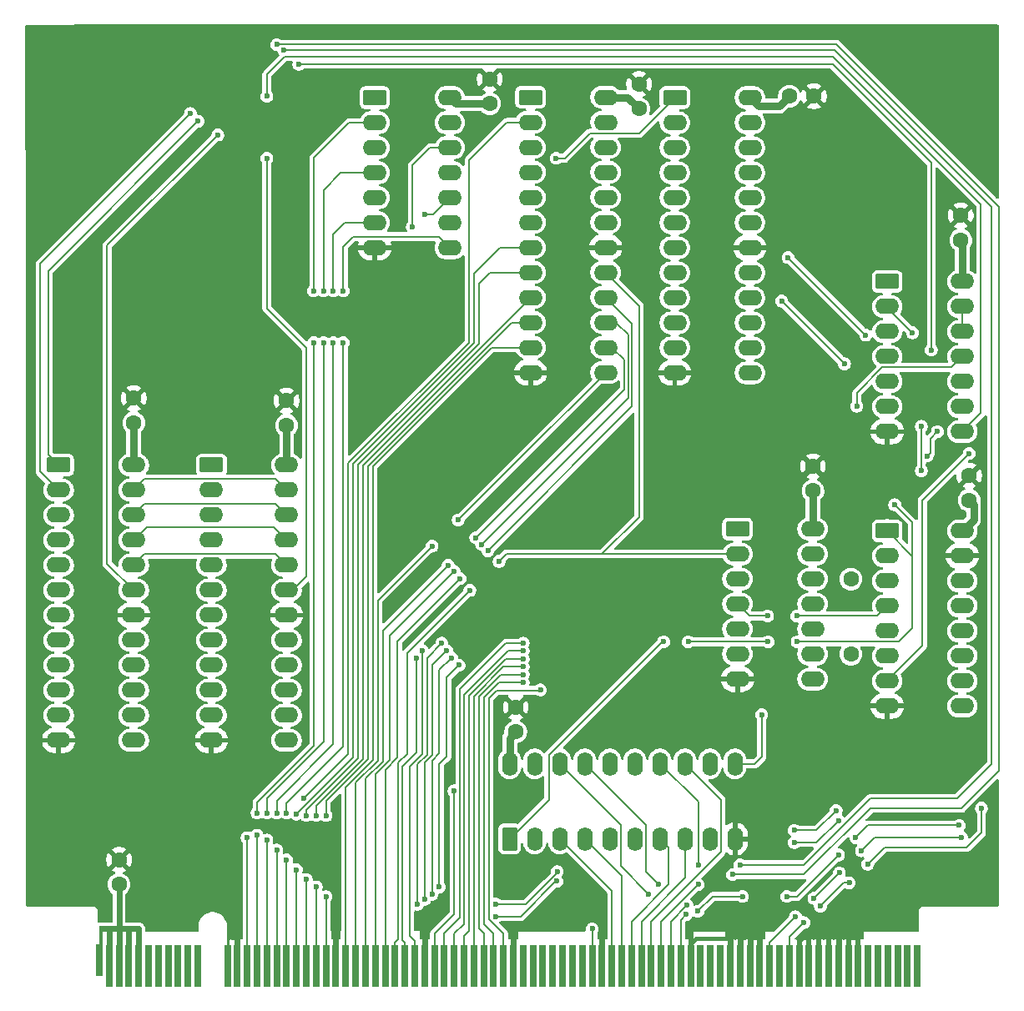
<source format=gbr>
%TF.GenerationSoftware,KiCad,Pcbnew,9.0.5*%
%TF.CreationDate,2025-11-19T18:10:55+02:00*%
%TF.ProjectId,core_1,636f7265-5f31-42e6-9b69-6361645f7063,rev?*%
%TF.SameCoordinates,Original*%
%TF.FileFunction,Copper,L2,Bot*%
%TF.FilePolarity,Positive*%
%FSLAX46Y46*%
G04 Gerber Fmt 4.6, Leading zero omitted, Abs format (unit mm)*
G04 Created by KiCad (PCBNEW 9.0.5) date 2025-11-19 18:10:55*
%MOMM*%
%LPD*%
G01*
G04 APERTURE LIST*
G04 Aperture macros list*
%AMRoundRect*
0 Rectangle with rounded corners*
0 $1 Rounding radius*
0 $2 $3 $4 $5 $6 $7 $8 $9 X,Y pos of 4 corners*
0 Add a 4 corners polygon primitive as box body*
4,1,4,$2,$3,$4,$5,$6,$7,$8,$9,$2,$3,0*
0 Add four circle primitives for the rounded corners*
1,1,$1+$1,$2,$3*
1,1,$1+$1,$4,$5*
1,1,$1+$1,$6,$7*
1,1,$1+$1,$8,$9*
0 Add four rect primitives between the rounded corners*
20,1,$1+$1,$2,$3,$4,$5,0*
20,1,$1+$1,$4,$5,$6,$7,0*
20,1,$1+$1,$6,$7,$8,$9,0*
20,1,$1+$1,$8,$9,$2,$3,0*%
G04 Aperture macros list end*
%TA.AperFunction,ComponentPad*%
%ADD10RoundRect,0.250000X-0.950000X-0.550000X0.950000X-0.550000X0.950000X0.550000X-0.950000X0.550000X0*%
%TD*%
%TA.AperFunction,ComponentPad*%
%ADD11O,2.400000X1.600000*%
%TD*%
%TA.AperFunction,ComponentPad*%
%ADD12C,1.600000*%
%TD*%
%TA.AperFunction,ConnectorPad*%
%ADD13R,0.700000X3.200000*%
%TD*%
%TA.AperFunction,ConnectorPad*%
%ADD14R,0.700000X4.300000*%
%TD*%
%TA.AperFunction,ComponentPad*%
%ADD15RoundRect,0.250000X0.550000X-0.950000X0.550000X0.950000X-0.550000X0.950000X-0.550000X-0.950000X0*%
%TD*%
%TA.AperFunction,ComponentPad*%
%ADD16O,1.600000X2.400000*%
%TD*%
%TA.AperFunction,ViaPad*%
%ADD17C,0.600000*%
%TD*%
%TA.AperFunction,ViaPad*%
%ADD18C,0.800000*%
%TD*%
%TA.AperFunction,Conductor*%
%ADD19C,0.800000*%
%TD*%
%TA.AperFunction,Conductor*%
%ADD20C,0.300000*%
%TD*%
%TA.AperFunction,Conductor*%
%ADD21C,0.600000*%
%TD*%
%TA.AperFunction,Conductor*%
%ADD22C,0.200000*%
%TD*%
%TA.AperFunction,Conductor*%
%ADD23C,0.400000*%
%TD*%
G04 APERTURE END LIST*
D10*
%TO.P,U1,1*%
%TO.N,/IRQ*%
X182940000Y-57050000D03*
D11*
%TO.P,U1,2*%
%TO.N,Net-(U3A-~{Q})*%
X182940000Y-59590000D03*
%TO.P,U1,3*%
%TO.N,Net-(BC1-STATE15)*%
X182940000Y-62130000D03*
%TO.P,U1,4*%
%TO.N,/L4*%
X182940000Y-64670000D03*
%TO.P,U1,5*%
X182940000Y-67210000D03*
%TO.P,U1,6*%
%TO.N,Net-(DECODER1-E1)*%
X182940000Y-69750000D03*
%TO.P,U1,7,GND*%
%TO.N,GND*%
X182940000Y-72290000D03*
%TO.P,U1,8*%
%TO.N,Net-(DECODER3-E1)*%
X190560000Y-72290000D03*
%TO.P,U1,9*%
%TO.N,/R4*%
X190560000Y-69750000D03*
%TO.P,U1,10*%
X190560000Y-67210000D03*
%TO.P,U1,11*%
%TO.N,/~{Reset}*%
X190560000Y-64670000D03*
%TO.P,U1,12*%
%TO.N,/Reset*%
X190560000Y-62130000D03*
%TO.P,U1,13*%
X190560000Y-59590000D03*
%TO.P,U1,14,VCC*%
%TO.N,VCC*%
X190560000Y-57050000D03*
%TD*%
D12*
%TO.P,C3,1*%
%TO.N,VCC*%
X190400000Y-52850000D03*
%TO.P,C3,2*%
%TO.N,GND*%
X190400000Y-50350000D03*
%TD*%
%TO.P,C11,1*%
%TO.N,VCC*%
X122000000Y-71650000D03*
%TO.P,C11,2*%
%TO.N,GND*%
X122000000Y-69150000D03*
%TD*%
D13*
%TO.P,BC1,A1,VCC*%
%TO.N,VCC*%
X103000000Y-125950000D03*
D14*
%TO.P,BC1,A2,VCC*%
X104000000Y-126500000D03*
%TO.P,BC1,A3,VCC*%
X105000000Y-126500000D03*
%TO.P,BC1,A4,VCC*%
X106000000Y-126500000D03*
%TO.P,BC1,A5,VCC*%
X107000000Y-126500000D03*
%TO.P,BC1,A6*%
%TO.N,N/C*%
X108000000Y-126500000D03*
%TO.P,BC1,A7*%
X109000000Y-126500000D03*
%TO.P,BC1,A8*%
X110000000Y-126500000D03*
%TO.P,BC1,A9*%
X111000000Y-126500000D03*
%TO.P,BC1,A10*%
X112000000Y-126500000D03*
%TO.P,BC1,A11*%
X113000000Y-126500000D03*
%TO.P,BC1,A12,GND*%
%TO.N,GND*%
X116000000Y-126500000D03*
%TO.P,BC1,A13,GND*%
X117000000Y-126500000D03*
%TO.P,BC1,A14,~{LMEM}*%
%TO.N,/~{MemoryReader}*%
X118000000Y-126500000D03*
%TO.P,BC1,A15,LSPH*%
%TO.N,/SPHighReader*%
X119000000Y-126500000D03*
%TO.P,BC1,A16,LSPL*%
%TO.N,/SPLowReader*%
X120000000Y-126500000D03*
%TO.P,BC1,A17,LPCH*%
%TO.N,/PCHighReader*%
X121000000Y-126500000D03*
%TO.P,BC1,A18,LPCL*%
%TO.N,/PCLowReader*%
X122000000Y-126500000D03*
%TO.P,BC1,A19,~{LARGH}*%
%TO.N,/~{TemporaryHighReader}*%
X123000000Y-126500000D03*
%TO.P,BC1,A20,~{LARGL}*%
%TO.N,/~{TemporaryLowReader}*%
X124000000Y-126500000D03*
%TO.P,BC1,A21,~{LAC}*%
%TO.N,/~{AccumReader}*%
X125000000Y-126500000D03*
%TO.P,BC1,A22,~{LXH}*%
%TO.N,/~{XHReader}*%
X126000000Y-126500000D03*
%TO.P,BC1,A23,GND*%
%TO.N,GND*%
X127000000Y-126500000D03*
%TO.P,BC1,A24,~{LYL}*%
%TO.N,/~{YLReader}*%
X128000000Y-126500000D03*
%TO.P,BC1,A25,~{LYH}*%
%TO.N,/~{YHReader}*%
X129000000Y-126500000D03*
%TO.P,BC1,A26,~{LZL}*%
%TO.N,/~{ZLReader}*%
X130000000Y-126500000D03*
%TO.P,BC1,A27,~{LZH}*%
%TO.N,/~{ZHReader}*%
X131000000Y-126500000D03*
%TO.P,BC1,A28,~{LFR}*%
%TO.N,/~{FlagsReader}*%
X132000000Y-126500000D03*
%TO.P,BC1,A29,~{LINST}*%
%TO.N,/~{InstructionReader}*%
X133000000Y-126500000D03*
%TO.P,BC1,A30,LADRH*%
%TO.N,/AddrHighIn*%
X134000000Y-126500000D03*
%TO.P,BC1,A31,LADRL*%
%TO.N,/AddrLowIn*%
X135000000Y-126500000D03*
%TO.P,BC1,A32,GND*%
%TO.N,GND*%
X136000000Y-126500000D03*
%TO.P,BC1,A33,STATE0*%
%TO.N,/STATE0*%
X137000000Y-126500000D03*
%TO.P,BC1,A34,STATE1*%
%TO.N,/STATE1*%
X138000000Y-126500000D03*
%TO.P,BC1,A35,STATE2*%
%TO.N,/STATE2*%
X139000000Y-126500000D03*
%TO.P,BC1,A36,STATE3*%
%TO.N,/STATE3*%
X140000000Y-126500000D03*
%TO.P,BC1,A37,STATE4*%
%TO.N,/STATE4*%
X141000000Y-126500000D03*
%TO.P,BC1,A38,STATE5*%
%TO.N,/STATE5*%
X142000000Y-126500000D03*
%TO.P,BC1,A39,STATE6*%
%TO.N,/STATE6*%
X143000000Y-126500000D03*
%TO.P,BC1,A40,STATE7*%
%TO.N,/STATE7*%
X144000000Y-126500000D03*
%TO.P,BC1,A41,GND*%
%TO.N,GND*%
X145000000Y-126500000D03*
%TO.P,BC1,A42,STATE8*%
%TO.N,unconnected-(BC1-STATE8-PadA42)*%
X146000000Y-126500000D03*
%TO.P,BC1,A43,STATE9*%
%TO.N,unconnected-(BC1-STATE9-PadA43)*%
X147000000Y-126500000D03*
%TO.P,BC1,A44,STATE10*%
%TO.N,unconnected-(BC1-STATE10-PadA44)*%
X148000000Y-126500000D03*
%TO.P,BC1,A45,STATE11*%
%TO.N,unconnected-(BC1-STATE11-PadA45)*%
X149000000Y-126500000D03*
%TO.P,BC1,A46,STATE12*%
%TO.N,unconnected-(BC1-STATE12-PadA46)*%
X150000000Y-126500000D03*
%TO.P,BC1,A47,STATE13*%
%TO.N,unconnected-(BC1-STATE13-PadA47)*%
X151000000Y-126500000D03*
%TO.P,BC1,A48,STATE14*%
%TO.N,unconnected-(BC1-STATE14-PadA48)*%
X152000000Y-126500000D03*
%TO.P,BC1,A49,STATE15*%
%TO.N,Net-(BC1-STATE15)*%
X153000000Y-126500000D03*
%TO.P,BC1,A50,GND*%
%TO.N,GND*%
X154000000Y-126500000D03*
%TO.P,BC1,A51,DATA0*%
%TO.N,/BUS0*%
X155000000Y-126500000D03*
%TO.P,BC1,A52,DATA1*%
%TO.N,/BUS1*%
X156000000Y-126500000D03*
%TO.P,BC1,A53,DATA2*%
%TO.N,/BUS2*%
X157000000Y-126500000D03*
%TO.P,BC1,A54,DATA3*%
%TO.N,/BUS3*%
X158000000Y-126500000D03*
%TO.P,BC1,A55,DATA4*%
%TO.N,/BUS4*%
X159000000Y-126500000D03*
%TO.P,BC1,A56,DATA5*%
%TO.N,/BUS5*%
X160000000Y-126500000D03*
%TO.P,BC1,A57,DATA6*%
%TO.N,/BUS6*%
X161000000Y-126500000D03*
%TO.P,BC1,A58,DATA7*%
%TO.N,/BUS7*%
X162000000Y-126500000D03*
%TO.P,BC1,A59,GND*%
%TO.N,GND*%
X163000000Y-126500000D03*
%TO.P,BC1,A60,ALUZO*%
%TO.N,unconnected-(BC1-ALUZO-PadA60)*%
X164000000Y-126500000D03*
%TO.P,BC1,A61,~{ALUCO}*%
%TO.N,unconnected-(BC1-~{ALUCO}-PadA61)*%
X165000000Y-126500000D03*
%TO.P,BC1,A62,ALUSO*%
%TO.N,unconnected-(BC1-ALUSO-PadA62)*%
X166000000Y-126500000D03*
%TO.P,BC1,A63,GND*%
%TO.N,GND*%
X167000000Y-126500000D03*
%TO.P,BC1,A64,GND*%
X168000000Y-126500000D03*
%TO.P,BC1,A65,GND*%
X169000000Y-126500000D03*
%TO.P,BC1,A66,GND*%
X170000000Y-126500000D03*
%TO.P,BC1,A67,INTREQ*%
%TO.N,/IRQ*%
X171000000Y-126500000D03*
%TO.P,BC1,A68,~{WAIT}*%
%TO.N,unconnected-(BC1-~{WAIT}-PadA68)*%
X172000000Y-126500000D03*
%TO.P,BC1,A69,RESET*%
%TO.N,/Reset*%
X173000000Y-126500000D03*
%TO.P,BC1,A70,GND*%
%TO.N,GND*%
X174000000Y-126500000D03*
%TO.P,BC1,A71,GND*%
X175000000Y-126500000D03*
%TO.P,BC1,A72,GND*%
X176000000Y-126500000D03*
%TO.P,BC1,A73,GND*%
X177000000Y-126500000D03*
%TO.P,BC1,A74,GND*%
X178000000Y-126500000D03*
%TO.P,BC1,A75,GND*%
X179000000Y-126500000D03*
%TO.P,BC1,A76,GND*%
X180000000Y-126500000D03*
%TO.P,BC1,A77*%
%TO.N,N/C*%
X181000000Y-126500000D03*
%TO.P,BC1,A78*%
X182000000Y-126500000D03*
%TO.P,BC1,A79*%
X183000000Y-126500000D03*
%TO.P,BC1,A80*%
X184000000Y-126500000D03*
%TO.P,BC1,A81*%
X185000000Y-126500000D03*
%TO.P,BC1,A82*%
X186000000Y-126500000D03*
%TD*%
D12*
%TO.P,C5,1*%
%TO.N,VCC*%
X105000000Y-118240522D03*
%TO.P,C5,2*%
%TO.N,GND*%
X105000000Y-115740522D03*
%TD*%
%TO.P,C1,1*%
%TO.N,VCC*%
X191250000Y-79250000D03*
%TO.P,C1,2*%
%TO.N,GND*%
X191250000Y-76750000D03*
%TD*%
%TO.P,R1,1*%
%TO.N,VCC*%
X179250000Y-87250000D03*
%TO.P,R1,2*%
%TO.N,Net-(U3A-~{S})*%
X179250000Y-94870000D03*
%TD*%
%TO.P,C12,1*%
%TO.N,VCC*%
X106500000Y-71400000D03*
%TO.P,C12,2*%
%TO.N,GND*%
X106500000Y-68900000D03*
%TD*%
%TO.P,C9,1*%
%TO.N,VCC*%
X157750000Y-39500000D03*
%TO.P,C9,2*%
%TO.N,GND*%
X157750000Y-37000000D03*
%TD*%
D10*
%TO.P,DECODER2,1,S0*%
%TO.N,/~{AddressHighReader}*%
X161380000Y-38390000D03*
D11*
%TO.P,DECODER2,2,S1*%
%TO.N,/~{AddressLowReader}*%
X161380000Y-40930000D03*
%TO.P,DECODER2,3,S2*%
%TO.N,unconnected-(DECODER2-S2-Pad3)*%
X161380000Y-43470000D03*
%TO.P,DECODER2,4,S3*%
%TO.N,unconnected-(DECODER2-S3-Pad4)*%
X161380000Y-46010000D03*
%TO.P,DECODER2,5,S4*%
%TO.N,unconnected-(DECODER2-S4-Pad5)*%
X161380000Y-48550000D03*
%TO.P,DECODER2,6,S5*%
%TO.N,unconnected-(DECODER2-S5-Pad6)*%
X161380000Y-51090000D03*
%TO.P,DECODER2,7,S6*%
%TO.N,unconnected-(DECODER2-S6-Pad7)*%
X161380000Y-53630000D03*
%TO.P,DECODER2,8,S7*%
%TO.N,unconnected-(DECODER2-S7-Pad8)*%
X161380000Y-56170000D03*
%TO.P,DECODER2,9,S8*%
%TO.N,unconnected-(DECODER2-S8-Pad9)*%
X161380000Y-58710000D03*
%TO.P,DECODER2,10,S9*%
%TO.N,unconnected-(DECODER2-S9-Pad10)*%
X161380000Y-61250000D03*
%TO.P,DECODER2,11,S10*%
%TO.N,unconnected-(DECODER2-S10-Pad11)*%
X161380000Y-63790000D03*
%TO.P,DECODER2,12,GND*%
%TO.N,GND*%
X161380000Y-66330000D03*
%TO.P,DECODER2,13,S11*%
%TO.N,unconnected-(DECODER2-S11-Pad13)*%
X169000000Y-66330000D03*
%TO.P,DECODER2,14,S12*%
%TO.N,unconnected-(DECODER2-S12-Pad14)*%
X169000000Y-63790000D03*
%TO.P,DECODER2,15,S13*%
%TO.N,unconnected-(DECODER2-S13-Pad15)*%
X169000000Y-61250000D03*
%TO.P,DECODER2,16,S14*%
%TO.N,unconnected-(DECODER2-S14-Pad16)*%
X169000000Y-58710000D03*
%TO.P,DECODER2,17,S15*%
%TO.N,unconnected-(DECODER2-S15-Pad17)*%
X169000000Y-56170000D03*
%TO.P,DECODER2,18,E0*%
%TO.N,GND*%
X169000000Y-53630000D03*
%TO.P,DECODER2,19,E1*%
%TO.N,/L4*%
X169000000Y-51090000D03*
%TO.P,DECODER2,20,A3*%
%TO.N,/L3*%
X169000000Y-48550000D03*
%TO.P,DECODER2,21,A2*%
%TO.N,/L2*%
X169000000Y-46010000D03*
%TO.P,DECODER2,22,A1*%
%TO.N,/L1*%
X169000000Y-43470000D03*
%TO.P,DECODER2,23,A0*%
%TO.N,/L0*%
X169000000Y-40930000D03*
%TO.P,DECODER2,24,VCC*%
%TO.N,VCC*%
X169000000Y-38390000D03*
%TD*%
D10*
%TO.P,DECODER4,1,S0*%
%TO.N,/~{ALUWriter}*%
X98880000Y-75680000D03*
D11*
%TO.P,DECODER4,2,S1*%
%TO.N,/~{IntAck}*%
X98880000Y-78220000D03*
%TO.P,DECODER4,3,S2*%
%TO.N,unconnected-(DECODER4-S2-Pad3)*%
X98880000Y-80760000D03*
%TO.P,DECODER4,4,S3*%
%TO.N,unconnected-(DECODER4-S3-Pad4)*%
X98880000Y-83300000D03*
%TO.P,DECODER4,5,S4*%
%TO.N,unconnected-(DECODER4-S4-Pad5)*%
X98880000Y-85840000D03*
%TO.P,DECODER4,6,S5*%
%TO.N,unconnected-(DECODER4-S5-Pad6)*%
X98880000Y-88380000D03*
%TO.P,DECODER4,7,S6*%
%TO.N,unconnected-(DECODER4-S6-Pad7)*%
X98880000Y-90920000D03*
%TO.P,DECODER4,8,S7*%
%TO.N,unconnected-(DECODER4-S7-Pad8)*%
X98880000Y-93460000D03*
%TO.P,DECODER4,9,S8*%
%TO.N,unconnected-(DECODER4-S8-Pad9)*%
X98880000Y-96000000D03*
%TO.P,DECODER4,10,S9*%
%TO.N,unconnected-(DECODER4-S9-Pad10)*%
X98880000Y-98540000D03*
%TO.P,DECODER4,11,S10*%
%TO.N,unconnected-(DECODER4-S10-Pad11)*%
X98880000Y-101080000D03*
%TO.P,DECODER4,12,GND*%
%TO.N,GND*%
X98880000Y-103620000D03*
%TO.P,DECODER4,13,S11*%
%TO.N,unconnected-(DECODER4-S11-Pad13)*%
X106500000Y-103620000D03*
%TO.P,DECODER4,14,S12*%
%TO.N,unconnected-(DECODER4-S12-Pad14)*%
X106500000Y-101080000D03*
%TO.P,DECODER4,15,S13*%
%TO.N,unconnected-(DECODER4-S13-Pad15)*%
X106500000Y-98540000D03*
%TO.P,DECODER4,16,S14*%
%TO.N,unconnected-(DECODER4-S14-Pad16)*%
X106500000Y-96000000D03*
%TO.P,DECODER4,17,S15*%
%TO.N,unconnected-(DECODER4-S15-Pad17)*%
X106500000Y-93460000D03*
%TO.P,DECODER4,18,E0*%
%TO.N,GND*%
X106500000Y-90920000D03*
%TO.P,DECODER4,19,E1*%
%TO.N,/R4*%
X106500000Y-88380000D03*
%TO.P,DECODER4,20,A3*%
%TO.N,/R3*%
X106500000Y-85840000D03*
%TO.P,DECODER4,21,A2*%
%TO.N,/R2*%
X106500000Y-83300000D03*
%TO.P,DECODER4,22,A1*%
%TO.N,/R1*%
X106500000Y-80760000D03*
%TO.P,DECODER4,23,A0*%
%TO.N,/R0*%
X106500000Y-78220000D03*
%TO.P,DECODER4,24,VCC*%
%TO.N,VCC*%
X106500000Y-75680000D03*
%TD*%
D10*
%TO.P,U4,1*%
%TO.N,Net-(INSTRUCTION1-Cp)*%
X167750000Y-82170000D03*
D11*
%TO.P,U4,2*%
%TO.N,/~{InstructionReader}*%
X167750000Y-84710000D03*
%TO.P,U4,3*%
%TO.N,/~{Clk}*%
X167750000Y-87250000D03*
%TO.P,U4,4*%
%TO.N,Net-(U3A-C)*%
X167750000Y-89790000D03*
%TO.P,U4,5*%
%TO.N,/~{Clk}*%
X167750000Y-92330000D03*
%TO.P,U4,6*%
X167750000Y-94870000D03*
%TO.P,U4,7,GND*%
%TO.N,GND*%
X167750000Y-97410000D03*
%TO.P,U4,8*%
%TO.N,Net-(U3A-~{S})*%
X175370000Y-97410000D03*
%TO.P,U4,9*%
X175370000Y-94870000D03*
%TO.P,U4,10*%
%TO.N,unconnected-(U4-Pad10)*%
X175370000Y-92330000D03*
%TO.P,U4,11*%
%TO.N,Net-(U3A-~{S})*%
X175370000Y-89790000D03*
%TO.P,U4,12*%
X175370000Y-87250000D03*
%TO.P,U4,13*%
%TO.N,unconnected-(U4-Pad13)*%
X175370000Y-84710000D03*
%TO.P,U4,14,VCC*%
%TO.N,VCC*%
X175370000Y-82170000D03*
%TD*%
D15*
%TO.P,INSTRUCTION1,1,~{Mr}*%
%TO.N,/~{Reset}*%
X144630000Y-113620000D03*
D16*
%TO.P,INSTRUCTION1,2,Q0*%
%TO.N,/STATE0*%
X147170000Y-113620000D03*
%TO.P,INSTRUCTION1,3,D0*%
%TO.N,/BUS0*%
X149710000Y-113620000D03*
%TO.P,INSTRUCTION1,4,D1*%
%TO.N,/BUS1*%
X152250000Y-113620000D03*
%TO.P,INSTRUCTION1,5,Q1*%
%TO.N,/STATE1*%
X154790000Y-113620000D03*
%TO.P,INSTRUCTION1,6,Q2*%
%TO.N,/STATE2*%
X157330000Y-113620000D03*
%TO.P,INSTRUCTION1,7,D2*%
%TO.N,/BUS2*%
X159870000Y-113620000D03*
%TO.P,INSTRUCTION1,8,D3*%
%TO.N,/BUS3*%
X162410000Y-113620000D03*
%TO.P,INSTRUCTION1,9,Q3*%
%TO.N,/STATE3*%
X164950000Y-113620000D03*
%TO.P,INSTRUCTION1,10,GND*%
%TO.N,GND*%
X167490000Y-113620000D03*
%TO.P,INSTRUCTION1,11,Cp*%
%TO.N,Net-(INSTRUCTION1-Cp)*%
X167490000Y-106000000D03*
%TO.P,INSTRUCTION1,12,Q4*%
%TO.N,/STATE4*%
X164950000Y-106000000D03*
%TO.P,INSTRUCTION1,13,D4*%
%TO.N,/BUS4*%
X162410000Y-106000000D03*
%TO.P,INSTRUCTION1,14,D5*%
%TO.N,/BUS5*%
X159870000Y-106000000D03*
%TO.P,INSTRUCTION1,15,Q5*%
%TO.N,/STATE5*%
X157330000Y-106000000D03*
%TO.P,INSTRUCTION1,16,Q6*%
%TO.N,/STATE6*%
X154790000Y-106000000D03*
%TO.P,INSTRUCTION1,17,D6*%
%TO.N,/BUS6*%
X152250000Y-106000000D03*
%TO.P,INSTRUCTION1,18,D7*%
%TO.N,/BUS7*%
X149710000Y-106000000D03*
%TO.P,INSTRUCTION1,19,Q7*%
%TO.N,/STATE7*%
X147170000Y-106000000D03*
%TO.P,INSTRUCTION1,20,VCC*%
%TO.N,VCC*%
X144630000Y-106000000D03*
%TD*%
D12*
%TO.P,C10,1*%
%TO.N,VCC*%
X173000000Y-38250000D03*
%TO.P,C10,2*%
%TO.N,GND*%
X175500000Y-38250000D03*
%TD*%
D10*
%TO.P,U2,1*%
%TO.N,/~{SPHighReader}*%
X130940000Y-38385000D03*
D11*
%TO.P,U2,2*%
%TO.N,/SPHighReader*%
X130940000Y-40925000D03*
%TO.P,U2,3*%
%TO.N,/~{SPLowReader}*%
X130940000Y-43465000D03*
%TO.P,U2,4*%
%TO.N,/SPLowReader*%
X130940000Y-46005000D03*
%TO.P,U2,5*%
%TO.N,/~{PCHighReader}*%
X130940000Y-48545000D03*
%TO.P,U2,6*%
%TO.N,/PCHighReader*%
X130940000Y-51085000D03*
%TO.P,U2,7,GND*%
%TO.N,GND*%
X130940000Y-53625000D03*
%TO.P,U2,8*%
%TO.N,/PCLowReader*%
X138560000Y-53625000D03*
%TO.P,U2,9*%
%TO.N,/~{PCLowReader}*%
X138560000Y-51085000D03*
%TO.P,U2,10*%
%TO.N,/AddrHighIn*%
X138560000Y-48545000D03*
%TO.P,U2,11*%
%TO.N,/~{AddressHighReader}*%
X138560000Y-46005000D03*
%TO.P,U2,12*%
%TO.N,/AddrLowIn*%
X138560000Y-43465000D03*
%TO.P,U2,13*%
%TO.N,/~{AddressLowReader}*%
X138560000Y-40925000D03*
%TO.P,U2,14,VCC*%
%TO.N,VCC*%
X138560000Y-38385000D03*
%TD*%
D12*
%TO.P,C16,1*%
%TO.N,VCC*%
X145250000Y-102750000D03*
%TO.P,C16,2*%
%TO.N,GND*%
X145250000Y-100250000D03*
%TD*%
D10*
%TO.P,U3,1,~{R}*%
%TO.N,/~{Reset}*%
X182940000Y-82360000D03*
D11*
%TO.P,U3,2,J*%
%TO.N,/~{IntDisable}*%
X182940000Y-84900000D03*
%TO.P,U3,3,~{K}*%
%TO.N,/IntEnable*%
X182940000Y-87440000D03*
%TO.P,U3,4,C*%
%TO.N,Net-(U3A-C)*%
X182940000Y-89980000D03*
%TO.P,U3,5,~{S}*%
%TO.N,Net-(U3A-~{S})*%
X182940000Y-92520000D03*
%TO.P,U3,6,Q*%
%TO.N,unconnected-(U3A-Q-Pad6)*%
X182940000Y-95060000D03*
%TO.P,U3,7,~{Q}*%
%TO.N,Net-(U3A-~{Q})*%
X182940000Y-97600000D03*
%TO.P,U3,8,GND*%
%TO.N,GND*%
X182940000Y-100140000D03*
%TO.P,U3,9,~{Q}*%
%TO.N,unconnected-(U3B-~{Q}-Pad9)*%
X190560000Y-100140000D03*
%TO.P,U3,10,Q*%
%TO.N,unconnected-(U3B-Q-Pad10)*%
X190560000Y-97600000D03*
%TO.P,U3,11,~{S}*%
%TO.N,unconnected-(U3B-~{S}-Pad11)*%
X190560000Y-95060000D03*
%TO.P,U3,12,C*%
%TO.N,unconnected-(U3B-C-Pad12)*%
X190560000Y-92520000D03*
%TO.P,U3,13,~{K}*%
%TO.N,unconnected-(U3B-~{K}-Pad13)*%
X190560000Y-89980000D03*
%TO.P,U3,14,J*%
%TO.N,unconnected-(U3B-J-Pad14)*%
X190560000Y-87440000D03*
%TO.P,U3,15,~{R}*%
%TO.N,GND*%
X190560000Y-84900000D03*
%TO.P,U3,16,VCC*%
%TO.N,VCC*%
X190560000Y-82360000D03*
%TD*%
D10*
%TO.P,DECODER1,1,S0*%
%TO.N,unconnected-(DECODER1-S0-Pad1)*%
X146750000Y-38350000D03*
D11*
%TO.P,DECODER1,2,S1*%
%TO.N,/~{MemoryReader}*%
X146750000Y-40890000D03*
%TO.P,DECODER1,3,S2*%
%TO.N,/~{SPHighReader}*%
X146750000Y-43430000D03*
%TO.P,DECODER1,4,S3*%
%TO.N,/~{SPLowReader}*%
X146750000Y-45970000D03*
%TO.P,DECODER1,5,S4*%
%TO.N,/~{PCHighReader}*%
X146750000Y-48510000D03*
%TO.P,DECODER1,6,S5*%
%TO.N,/~{PCLowReader}*%
X146750000Y-51050000D03*
%TO.P,DECODER1,7,S6*%
%TO.N,/~{TemporaryHighReader}*%
X146750000Y-53590000D03*
%TO.P,DECODER1,8,S7*%
%TO.N,/~{TemporaryLowReader}*%
X146750000Y-56130000D03*
%TO.P,DECODER1,9,S8*%
%TO.N,/~{AccumReader}*%
X146750000Y-58670000D03*
%TO.P,DECODER1,10,S9*%
%TO.N,/~{XHReader}*%
X146750000Y-61210000D03*
%TO.P,DECODER1,11,S10*%
%TO.N,/~{YLReader}*%
X146750000Y-63750000D03*
%TO.P,DECODER1,12,GND*%
%TO.N,GND*%
X146750000Y-66290000D03*
%TO.P,DECODER1,13,S11*%
%TO.N,/~{YHReader}*%
X154370000Y-66290000D03*
%TO.P,DECODER1,14,S12*%
%TO.N,/~{ZLReader}*%
X154370000Y-63750000D03*
%TO.P,DECODER1,15,S13*%
%TO.N,/~{ZHReader}*%
X154370000Y-61210000D03*
%TO.P,DECODER1,16,S14*%
%TO.N,/~{FlagsReader}*%
X154370000Y-58670000D03*
%TO.P,DECODER1,17,S15*%
%TO.N,/~{InstructionReader}*%
X154370000Y-56130000D03*
%TO.P,DECODER1,18,E0*%
%TO.N,GND*%
X154370000Y-53590000D03*
%TO.P,DECODER1,19,E1*%
%TO.N,Net-(DECODER1-E1)*%
X154370000Y-51050000D03*
%TO.P,DECODER1,20,A3*%
%TO.N,/L3*%
X154370000Y-48510000D03*
%TO.P,DECODER1,21,A2*%
%TO.N,/L2*%
X154370000Y-45970000D03*
%TO.P,DECODER1,22,A1*%
%TO.N,/L1*%
X154370000Y-43430000D03*
%TO.P,DECODER1,23,A0*%
%TO.N,/L0*%
X154370000Y-40890000D03*
%TO.P,DECODER1,24,VCC*%
%TO.N,VCC*%
X154370000Y-38350000D03*
%TD*%
D12*
%TO.P,C2,1*%
%TO.N,VCC*%
X175400000Y-78300000D03*
%TO.P,C2,2*%
%TO.N,GND*%
X175400000Y-75800000D03*
%TD*%
D10*
%TO.P,DECODER3,1,S0*%
%TO.N,unconnected-(DECODER3-S0-Pad1)*%
X114380000Y-75680000D03*
D11*
%TO.P,DECODER3,2,S1*%
%TO.N,/~{MemoryWriter}*%
X114380000Y-78220000D03*
%TO.P,DECODER3,3,S2*%
%TO.N,/~{SPHighWriter}*%
X114380000Y-80760000D03*
%TO.P,DECODER3,4,S3*%
%TO.N,/~{SPLowWriter}*%
X114380000Y-83300000D03*
%TO.P,DECODER3,5,S4*%
%TO.N,/~{PCHighWriter}*%
X114380000Y-85840000D03*
%TO.P,DECODER3,6,S5*%
%TO.N,/~{PCLowWriter}*%
X114380000Y-88380000D03*
%TO.P,DECODER3,7,S6*%
%TO.N,/~{TemporaryHighWriter}*%
X114380000Y-90920000D03*
%TO.P,DECODER3,8,S7*%
%TO.N,/~{TemporaryLowWriter}*%
X114380000Y-93460000D03*
%TO.P,DECODER3,9,S8*%
%TO.N,/~{AccumWriter}*%
X114380000Y-96000000D03*
%TO.P,DECODER3,10,S9*%
%TO.N,/~{XHWriter}*%
X114380000Y-98540000D03*
%TO.P,DECODER3,11,S10*%
%TO.N,/~{YLWriter}*%
X114380000Y-101080000D03*
%TO.P,DECODER3,12,GND*%
%TO.N,GND*%
X114380000Y-103620000D03*
%TO.P,DECODER3,13,S11*%
%TO.N,/~{YHWriter}*%
X122000000Y-103620000D03*
%TO.P,DECODER3,14,S12*%
%TO.N,/~{ZLWriter}*%
X122000000Y-101080000D03*
%TO.P,DECODER3,15,S13*%
%TO.N,/~{ZHWriter}*%
X122000000Y-98540000D03*
%TO.P,DECODER3,16,S14*%
%TO.N,/~{FlagsWriter}*%
X122000000Y-96000000D03*
%TO.P,DECODER3,17,S15*%
%TO.N,/~{ConstantWriter}*%
X122000000Y-93460000D03*
%TO.P,DECODER3,18,E0*%
%TO.N,GND*%
X122000000Y-90920000D03*
%TO.P,DECODER3,19,E1*%
%TO.N,Net-(DECODER3-E1)*%
X122000000Y-88380000D03*
%TO.P,DECODER3,20,A3*%
%TO.N,/R3*%
X122000000Y-85840000D03*
%TO.P,DECODER3,21,A2*%
%TO.N,/R2*%
X122000000Y-83300000D03*
%TO.P,DECODER3,22,A1*%
%TO.N,/R1*%
X122000000Y-80760000D03*
%TO.P,DECODER3,23,A0*%
%TO.N,/R0*%
X122000000Y-78220000D03*
%TO.P,DECODER3,24,VCC*%
%TO.N,VCC*%
X122000000Y-75680000D03*
%TD*%
D12*
%TO.P,C4,1*%
%TO.N,VCC*%
X142600000Y-39000000D03*
%TO.P,C4,2*%
%TO.N,GND*%
X142600000Y-36500000D03*
%TD*%
D17*
%TO.N,VCC*%
X104000000Y-122750000D03*
X105000000Y-119750000D03*
X103250000Y-122750000D03*
X105000000Y-122750000D03*
X105000000Y-121250000D03*
X106000000Y-122750000D03*
X107000000Y-122750000D03*
%TO.N,/BUS5*%
X163750000Y-116250000D03*
X163750000Y-118250000D03*
D18*
%TO.N,GND*%
X127000000Y-123250000D03*
X169000000Y-122750000D03*
X117000000Y-123000000D03*
X154000000Y-123250000D03*
X145000000Y-123250000D03*
X178000000Y-122500000D03*
X136000000Y-123250000D03*
D17*
%TO.N,/Reset*%
X179075000Y-118075000D03*
X176150000Y-120450000D03*
X192500000Y-110500000D03*
X180950000Y-116200000D03*
X174475000Y-122125000D03*
%TO.N,/BUS7*%
X162549265Y-121299265D03*
X158750000Y-119250000D03*
%TO.N,/STATE2*%
X146000000Y-94550003D03*
%TO.N,/SPLowReader*%
X125750000Y-58000000D03*
X120000000Y-113750000D03*
X125750000Y-63250000D03*
X120000000Y-111000000D03*
%TO.N,/STATE1*%
X146000000Y-93750000D03*
%TO.N,/~{AccumReader}*%
X125000000Y-111250000D03*
X125000000Y-118500000D03*
%TO.N,/L0*%
X135250000Y-120250000D03*
X137750000Y-93750000D03*
%TO.N,/AddrLowIn*%
X135750000Y-94500000D03*
X134750000Y-51500000D03*
%TO.N,/L4*%
X180760000Y-62490000D03*
X186400000Y-76250000D03*
X186400000Y-71750000D03*
X172885000Y-54615000D03*
%TO.N,/~{TemporaryHighReader}*%
X123000000Y-111099943D03*
X123000000Y-116750000D03*
%TO.N,/STATE3*%
X146000000Y-95350006D03*
%TO.N,/BUS6*%
X159744034Y-118250000D03*
X162625000Y-120375000D03*
%TO.N,/~{ZHReader}*%
X139025000Y-86475000D03*
X141775000Y-83725000D03*
%TO.N,/STATE7*%
X147750000Y-98500000D03*
%TO.N,/~{XHReader}*%
X126000000Y-119500000D03*
X126000000Y-111250000D03*
%TO.N,/~{ZLReader}*%
X138400000Y-85850000D03*
X141200000Y-83050000D03*
%TO.N,/PCLowReader*%
X122000000Y-111000000D03*
X122000000Y-115750000D03*
X127750000Y-63250000D03*
X127750000Y-58000000D03*
%TO.N,/STATE5*%
X146000000Y-96950012D03*
%TO.N,/IRQ*%
X190500000Y-113500000D03*
X173625000Y-121525000D03*
X180325000Y-114825000D03*
X175500000Y-119650000D03*
X178075000Y-117075000D03*
%TO.N,/R4*%
X187000000Y-74750000D03*
X187400000Y-64000000D03*
X123250000Y-35000000D03*
X115025000Y-42175000D03*
X188030000Y-72280000D03*
%TO.N,/L3*%
X137500000Y-118500000D03*
X139500000Y-96000000D03*
%TO.N,/~{MemoryReader}*%
X123750000Y-109500000D03*
X118000000Y-113500000D03*
%TO.N,/~{ALUWriter}*%
X113025000Y-40775000D03*
X149450735Y-116950735D03*
X121750000Y-33600000D03*
X168000000Y-116250000D03*
X143250000Y-120250000D03*
%TO.N,/STATE6*%
X146000000Y-97750015D03*
%TO.N,/~{YHReader}*%
X139405000Y-81255000D03*
X136755000Y-83905000D03*
%TO.N,/~{IntDisable}*%
X173500000Y-114000000D03*
X178000000Y-111750000D03*
%TO.N,/~{FlagsReader}*%
X139600000Y-87200000D03*
X142425000Y-84375000D03*
%TO.N,/L1*%
X138250000Y-94500000D03*
X136000000Y-119750000D03*
%TO.N,/~{TemporaryLowReader}*%
X124000000Y-111250000D03*
X124000000Y-117750000D03*
%TO.N,/~{IntAck}*%
X112250000Y-40000000D03*
X167250000Y-117250000D03*
X121000000Y-33000000D03*
X143250000Y-121500000D03*
X149424265Y-117924265D03*
%TO.N,/PCHighReader*%
X121000000Y-114750000D03*
X121000000Y-111000000D03*
X126750000Y-63250000D03*
X126750000Y-58000000D03*
%TO.N,/SPHighReader*%
X124750000Y-58000000D03*
X124750000Y-63250000D03*
X119000000Y-111000000D03*
X119000000Y-113250000D03*
%TO.N,/AddrHighIn*%
X136000000Y-50250000D03*
X135150000Y-95250000D03*
%TO.N,/IntEnable*%
X173500000Y-112750000D03*
X177750000Y-110750000D03*
%TO.N,/STATE0*%
X138999000Y-108750000D03*
%TO.N,/L2*%
X136750000Y-119250000D03*
X138750000Y-95250000D03*
%TO.N,/~{InstructionReader}*%
X143550000Y-85450000D03*
X140600000Y-88400000D03*
%TO.N,Net-(BC1-STATE15)*%
X163717510Y-120967510D03*
X179750000Y-113500000D03*
X172750000Y-119467510D03*
X190250000Y-112250000D03*
X178000000Y-115250000D03*
X153000000Y-122750000D03*
X168250000Y-119467510D03*
%TO.N,/STATE4*%
X146000000Y-96150009D03*
%TO.N,Net-(DECODER1-E1)*%
X178595000Y-65405000D03*
X172220000Y-59030000D03*
%TO.N,/~{AddressHighReader}*%
X149350000Y-44531000D03*
%TO.N,Net-(DECODER3-E1)*%
X120000000Y-38250000D03*
X120000000Y-44550000D03*
%TO.N,/~{Reset}*%
X173800000Y-93621000D03*
X162750000Y-93621000D03*
X179850000Y-69700000D03*
X170850000Y-93621000D03*
X160250000Y-93621000D03*
X183700000Y-79700000D03*
%TO.N,Net-(INSTRUCTION1-Cp)*%
X170200000Y-101000000D03*
%TO.N,Net-(U3A-~{Q})*%
X185500000Y-62250000D03*
X191250000Y-74500000D03*
%TO.N,Net-(U3A-C)*%
X170800000Y-91000000D03*
X173750000Y-91000000D03*
%TD*%
D19*
%TO.N,VCC*%
X175400000Y-78300000D02*
X175400000Y-82140000D01*
X144630000Y-106000000D02*
X144630000Y-103370000D01*
X190560000Y-57050000D02*
X190560000Y-53010000D01*
X106500000Y-75680000D02*
X106500000Y-71400000D01*
D20*
X103250000Y-122750000D02*
X103151000Y-122849000D01*
D21*
X107000000Y-122750000D02*
X104000000Y-122750000D01*
X105000000Y-121250000D02*
X105000000Y-119750000D01*
D19*
X169000000Y-38390000D02*
X169860000Y-39250000D01*
D21*
X106000000Y-126500000D02*
X106000000Y-122750000D01*
D19*
X191700000Y-81220000D02*
X191700000Y-79700000D01*
D20*
X103151000Y-122849000D02*
X103151000Y-125950000D01*
D19*
X142600000Y-39000000D02*
X139175000Y-39000000D01*
X144630000Y-103370000D02*
X145250000Y-102750000D01*
X156600000Y-38350000D02*
X154370000Y-38350000D01*
D21*
X104000000Y-122800000D02*
X104000000Y-126500000D01*
X107000000Y-122750000D02*
X107000000Y-126500000D01*
X104000000Y-122750000D02*
X103250000Y-122750000D01*
D19*
X122000000Y-75680000D02*
X122000000Y-71650000D01*
D21*
X105000000Y-119750000D02*
X105000000Y-118240522D01*
D19*
X175400000Y-82140000D02*
X175370000Y-82170000D01*
X172000000Y-39250000D02*
X173000000Y-38250000D01*
X191700000Y-79700000D02*
X191250000Y-79250000D01*
X190560000Y-82360000D02*
X191700000Y-81220000D01*
X190560000Y-53010000D02*
X190400000Y-52850000D01*
D21*
X105000000Y-122750000D02*
X105000000Y-121250000D01*
D19*
X139175000Y-39000000D02*
X138560000Y-38385000D01*
X157750000Y-39500000D02*
X156600000Y-38350000D01*
X169860000Y-39250000D02*
X172000000Y-39250000D01*
D21*
X105000000Y-122750000D02*
X105000000Y-126500000D01*
D22*
%TO.N,/BUS4*%
X166051000Y-109641000D02*
X162410000Y-106000000D01*
X159000000Y-126500000D02*
X159000000Y-122000000D01*
X166051000Y-114949000D02*
X166051000Y-109641000D01*
X159000000Y-122000000D02*
X166051000Y-114949000D01*
%TO.N,/BUS5*%
X163750000Y-109880000D02*
X159870000Y-106000000D01*
X163750000Y-118250000D02*
X160000000Y-122000000D01*
X160000000Y-122000000D02*
X160000000Y-126500000D01*
X163750000Y-116250000D02*
X163750000Y-109880000D01*
D21*
%TO.N,GND*%
X167000000Y-126500000D02*
X167000000Y-123750000D01*
D23*
X180000000Y-126500000D02*
X180000000Y-123750000D01*
X180000000Y-123750000D02*
X179500000Y-123250000D01*
X177000000Y-123750000D02*
X177500000Y-123250000D01*
D21*
X169000000Y-126500000D02*
X169000000Y-122750000D01*
X178000000Y-126500000D02*
X178000000Y-122750000D01*
D23*
X176000000Y-126500000D02*
X176000000Y-123750000D01*
X179500000Y-123250000D02*
X178500000Y-123250000D01*
X176000000Y-123750000D02*
X176500000Y-123250000D01*
X179000000Y-123750000D02*
X178500000Y-123250000D01*
X177000000Y-126500000D02*
X177000000Y-123750000D01*
D21*
X167000000Y-123750000D02*
X168000000Y-122750000D01*
D23*
X175000000Y-126500000D02*
X175000000Y-123750000D01*
D21*
X170000000Y-126500000D02*
X170000000Y-123750000D01*
D23*
X163000000Y-124250000D02*
X163500000Y-123750000D01*
X175000000Y-123750000D02*
X175500000Y-123250000D01*
D21*
X154000000Y-126500000D02*
X154000000Y-123250000D01*
D23*
X178500000Y-123250000D02*
X178000000Y-122750000D01*
D21*
X136000000Y-126500000D02*
X136000000Y-123250000D01*
X168000000Y-122750000D02*
X169000000Y-122750000D01*
X145000000Y-126500000D02*
X145000000Y-123250000D01*
D23*
X175500000Y-123250000D02*
X176500000Y-123250000D01*
D22*
X116051000Y-123949000D02*
X116051000Y-126500000D01*
D23*
X174750000Y-123250000D02*
X175500000Y-123250000D01*
X163500000Y-123750000D02*
X167000000Y-123750000D01*
D21*
X117000000Y-123000000D02*
X117000000Y-126500000D01*
D23*
X163000000Y-126500000D02*
X163000000Y-124250000D01*
D21*
X168000000Y-126500000D02*
X168000000Y-123750000D01*
D23*
X174000000Y-126500000D02*
X174000000Y-124000000D01*
X179000000Y-126500000D02*
X179000000Y-123750000D01*
D21*
X127000000Y-126500000D02*
X127000000Y-123250000D01*
D23*
X177500000Y-123250000D02*
X178000000Y-122750000D01*
X176500000Y-123250000D02*
X177500000Y-123250000D01*
X174000000Y-124000000D02*
X174750000Y-123250000D01*
D21*
X168000000Y-123750000D02*
X169000000Y-122750000D01*
X170000000Y-123750000D02*
X169000000Y-122750000D01*
D22*
X117000000Y-123000000D02*
X116051000Y-123949000D01*
%TO.N,/Reset*%
X192500000Y-113000000D02*
X192500000Y-110500000D01*
X173000000Y-126500000D02*
X173000000Y-123600000D01*
X173000000Y-123600000D02*
X174475000Y-122125000D01*
X180950000Y-116200000D02*
X182650000Y-114500000D01*
X190560000Y-62130000D02*
X190560000Y-59590000D01*
X182650000Y-114500000D02*
X191000000Y-114500000D01*
X191000000Y-114500000D02*
X192500000Y-113000000D01*
X178525000Y-118075000D02*
X179075000Y-118075000D01*
X176150000Y-120450000D02*
X178525000Y-118075000D01*
%TO.N,/BUS7*%
X158750000Y-119250000D02*
X155891000Y-116391000D01*
X162549265Y-121299265D02*
X162000000Y-121848530D01*
X162000000Y-121848530D02*
X162000000Y-126500000D01*
X155891000Y-116391000D02*
X155891000Y-112181000D01*
X155891000Y-112181000D02*
X149710000Y-106000000D01*
%TO.N,/BUS1*%
X156000000Y-126500000D02*
X156000000Y-117370000D01*
X156000000Y-117370000D02*
X152250000Y-113620000D01*
%TO.N,/STATE2*%
X140000000Y-122250000D02*
X139000000Y-123250000D01*
X139000000Y-123250000D02*
X139000000Y-126500000D01*
X140000000Y-99000000D02*
X140000000Y-122250000D01*
X144449997Y-94550003D02*
X140000000Y-99000000D01*
X146000000Y-94550003D02*
X144449997Y-94550003D01*
%TO.N,/SPLowReader*%
X125750000Y-103750000D02*
X125750000Y-63250000D01*
X125750000Y-58000000D02*
X125750000Y-47750000D01*
X127495000Y-46005000D02*
X130940000Y-46005000D01*
X125750000Y-47750000D02*
X127495000Y-46005000D01*
X120000000Y-111000000D02*
X120000000Y-109500000D01*
X120000000Y-109500000D02*
X125750000Y-103750000D01*
X120000000Y-126500000D02*
X120000000Y-113750000D01*
%TO.N,/R2*%
X122000000Y-83300000D02*
X120700000Y-82000000D01*
X120700000Y-82000000D02*
X107800000Y-82000000D01*
X107800000Y-82000000D02*
X106500000Y-83300000D01*
%TO.N,/STATE1*%
X144250000Y-93750000D02*
X139750000Y-98250000D01*
X139750000Y-98250000D02*
X139599000Y-98401000D01*
X139599000Y-121651000D02*
X138000000Y-123250000D01*
X138000000Y-123250000D02*
X138000000Y-126500000D01*
X139599000Y-98401000D02*
X139599000Y-121651000D01*
X146000000Y-93750000D02*
X144250000Y-93750000D01*
%TO.N,/~{AccumReader}*%
X125000000Y-110234143D02*
X129750000Y-105484143D01*
X129750000Y-105484143D02*
X129750000Y-75701300D01*
X129750000Y-75701300D02*
X146750000Y-58701300D01*
X125000000Y-111250000D02*
X125000000Y-110234143D01*
X125000000Y-126500000D02*
X125000000Y-118500000D01*
X146750000Y-58701300D02*
X146750000Y-58670000D01*
%TO.N,/L0*%
X136250000Y-105067100D02*
X136250000Y-95250000D01*
X135250000Y-120250000D02*
X135250000Y-106067100D01*
X135250000Y-106067100D02*
X136250000Y-105067100D01*
X136250000Y-95250000D02*
X137750000Y-93750000D01*
%TO.N,/AddrLowIn*%
X134500000Y-123448000D02*
X135000000Y-123948000D01*
X135000000Y-123948000D02*
X135000000Y-126500000D01*
X134750000Y-51500000D02*
X134750000Y-45250000D01*
X135750000Y-105000000D02*
X134500000Y-106250000D01*
X136535000Y-43465000D02*
X138560000Y-43465000D01*
X134750000Y-45250000D02*
X136535000Y-43465000D01*
X135750000Y-94500000D02*
X135750000Y-105000000D01*
X134500000Y-106250000D02*
X134500000Y-123448000D01*
%TO.N,/L4*%
X180760000Y-62490000D02*
X172885000Y-54615000D01*
X186400000Y-76250000D02*
X186400000Y-71750000D01*
%TO.N,/~{TemporaryHighReader}*%
X141000000Y-56250000D02*
X143660000Y-53590000D01*
X123000000Y-111099943D02*
X128750000Y-105349943D01*
X128750000Y-105349943D02*
X128750000Y-75567100D01*
X128750000Y-75567100D02*
X141000000Y-63317100D01*
X143660000Y-53590000D02*
X146750000Y-53590000D01*
X123000000Y-126500000D02*
X123000000Y-116750000D01*
X141000000Y-63317100D02*
X141000000Y-56250000D01*
%TO.N,/R1*%
X120899000Y-79659000D02*
X107601000Y-79659000D01*
X107601000Y-79659000D02*
X106500000Y-80760000D01*
X122000000Y-80760000D02*
X120899000Y-79659000D01*
%TO.N,/STATE3*%
X140000000Y-123500000D02*
X140000000Y-126500000D01*
X146000000Y-95350006D02*
X144217094Y-95350006D01*
X140500000Y-99067100D02*
X140500000Y-123000000D01*
X144217094Y-95350006D02*
X140500000Y-99067100D01*
X140500000Y-123000000D02*
X140000000Y-123500000D01*
%TO.N,/BUS6*%
X159744034Y-118250000D02*
X159744034Y-118244034D01*
X158431000Y-112181000D02*
X152250000Y-106000000D01*
X159744034Y-118244034D02*
X158431000Y-116931000D01*
X158431000Y-116931000D02*
X158431000Y-112181000D01*
X162625000Y-120375000D02*
X161000000Y-122000000D01*
X161000000Y-122000000D02*
X161000000Y-126500000D01*
%TO.N,/~{ZHReader}*%
X131000000Y-126500000D02*
X131000000Y-107069643D01*
X141775000Y-83725000D02*
X156651000Y-68849000D01*
X132500000Y-105569643D02*
X132500000Y-93000000D01*
X131000000Y-107069643D02*
X132500000Y-105569643D01*
X156651000Y-62446000D02*
X155415000Y-61210000D01*
X132500000Y-93000000D02*
X139025000Y-86475000D01*
X155415000Y-61210000D02*
X154370000Y-61210000D01*
X156651000Y-68849000D02*
X156651000Y-62446000D01*
%TO.N,/STATE7*%
X147750000Y-98500000D02*
X147699982Y-98550018D01*
X142500000Y-121750000D02*
X144000000Y-123250000D01*
X147699982Y-98550018D02*
X143285482Y-98550018D01*
X143285482Y-98550018D02*
X142500000Y-99335500D01*
X142500000Y-99335500D02*
X142500000Y-121750000D01*
X144000000Y-123250000D02*
X144000000Y-126500000D01*
%TO.N,/BUS0*%
X155000000Y-126500000D02*
X155000000Y-118910000D01*
X155000000Y-118910000D02*
X149710000Y-113620000D01*
%TO.N,/~{XHReader}*%
X144808400Y-61210000D02*
X146750000Y-61210000D01*
X130250000Y-105551243D02*
X130250000Y-75768400D01*
X126000000Y-109801243D02*
X130250000Y-105551243D01*
X130250000Y-75768400D02*
X144808400Y-61210000D01*
X126000000Y-126500000D02*
X126000000Y-119500000D01*
X126000000Y-111250000D02*
X126000000Y-109801243D01*
%TO.N,/~{ZLReader}*%
X130000000Y-126500000D02*
X130000000Y-107502543D01*
X156250000Y-68000000D02*
X156250000Y-65000000D01*
X131750000Y-105752543D02*
X131750000Y-92500000D01*
X155000000Y-63750000D02*
X154370000Y-63750000D01*
X141200000Y-83050000D02*
X156250000Y-68000000D01*
X130000000Y-107502543D02*
X131750000Y-105752543D01*
X131750000Y-92500000D02*
X138400000Y-85850000D01*
X156250000Y-65000000D02*
X155000000Y-63750000D01*
%TO.N,/PCLowReader*%
X122000000Y-110000000D02*
X127750000Y-104250000D01*
X127750000Y-104250000D02*
X127750000Y-63250000D01*
X127750000Y-53500000D02*
X128750000Y-52500000D01*
X122000000Y-111000000D02*
X122000000Y-110000000D01*
X128750000Y-52500000D02*
X137435000Y-52500000D01*
X137435000Y-52500000D02*
X138560000Y-53625000D01*
X122000000Y-126500000D02*
X122000000Y-115750000D01*
X127750000Y-58000000D02*
X127750000Y-53500000D01*
%TO.N,/STATE5*%
X141500000Y-99201300D02*
X141500000Y-122750000D01*
X141500000Y-122750000D02*
X142000000Y-123250000D01*
X142000000Y-123250000D02*
X142000000Y-126500000D01*
X143751288Y-96950012D02*
X141500000Y-99201300D01*
X146000000Y-96950012D02*
X143751288Y-96950012D01*
%TO.N,/R0*%
X107601000Y-77119000D02*
X106500000Y-78220000D01*
X122000000Y-78220000D02*
X120899000Y-77119000D01*
X120899000Y-77119000D02*
X107601000Y-77119000D01*
%TO.N,/R3*%
X120899000Y-84739000D02*
X107601000Y-84739000D01*
X122000000Y-85840000D02*
X120899000Y-84739000D01*
X107601000Y-84739000D02*
X106500000Y-85840000D01*
%TO.N,/BUS2*%
X160750000Y-118250000D02*
X160750000Y-114500000D01*
X157000000Y-122000000D02*
X160750000Y-118250000D01*
X160750000Y-114500000D02*
X159870000Y-113620000D01*
X157000000Y-126500000D02*
X157000000Y-122000000D01*
%TO.N,/IRQ*%
X181650000Y-113500000D02*
X190500000Y-113500000D01*
X171000000Y-124150000D02*
X171000000Y-126500000D01*
X173625000Y-121525000D02*
X171000000Y-124150000D01*
X178075000Y-117075000D02*
X175500000Y-119650000D01*
X180325000Y-114825000D02*
X181650000Y-113500000D01*
%TO.N,/R4*%
X187300000Y-74450000D02*
X187300000Y-73010000D01*
X115025000Y-42175000D02*
X103800000Y-53400000D01*
X187400000Y-45000000D02*
X187400000Y-64000000D01*
X103800000Y-85680000D02*
X106500000Y-88380000D01*
X187000000Y-74750000D02*
X187300000Y-74450000D01*
X103800000Y-53400000D02*
X103800000Y-85680000D01*
X177400000Y-35000000D02*
X187400000Y-45000000D01*
X123250000Y-35000000D02*
X177400000Y-35000000D01*
X187300000Y-73010000D02*
X188030000Y-72280000D01*
%TO.N,/L3*%
X137500000Y-118500000D02*
X137500000Y-106000000D01*
X138250000Y-105250000D02*
X138250000Y-97250000D01*
X138250000Y-97250000D02*
X139500000Y-96000000D01*
X137500000Y-106000000D02*
X138250000Y-105250000D01*
%TO.N,/~{MemoryReader}*%
X144360000Y-40890000D02*
X146750000Y-40890000D01*
X140500000Y-44750000D02*
X144360000Y-40890000D01*
X128250000Y-105000000D02*
X128250000Y-75500000D01*
X140500000Y-63250000D02*
X140500000Y-44750000D01*
X128250000Y-75500000D02*
X140500000Y-63250000D01*
X118000000Y-126500000D02*
X118000000Y-113500000D01*
X123750000Y-109500000D02*
X128250000Y-105000000D01*
%TO.N,/~{ALUWriter}*%
X121750000Y-33600000D02*
X177600000Y-33600000D01*
X190000000Y-109500000D02*
X181250000Y-109500000D01*
X181250000Y-109500000D02*
X174500000Y-116250000D01*
X146250000Y-120250000D02*
X143250000Y-120250000D01*
X174500000Y-116250000D02*
X168000000Y-116250000D01*
X97800000Y-56000000D02*
X97800000Y-74600000D01*
X149450735Y-117049265D02*
X146250000Y-120250000D01*
X177600000Y-33600000D02*
X193500000Y-49500000D01*
X193500000Y-49500000D02*
X193500000Y-106000000D01*
X97800000Y-74600000D02*
X98880000Y-75680000D01*
X113025000Y-40775000D02*
X97800000Y-56000000D01*
X149450735Y-116950735D02*
X149450735Y-117049265D01*
X193500000Y-106000000D02*
X190000000Y-109500000D01*
%TO.N,/STATE6*%
X143000000Y-123250000D02*
X143000000Y-126500000D01*
X142000000Y-99268400D02*
X142000000Y-122250000D01*
X142000000Y-122250000D02*
X143000000Y-123250000D01*
X146000000Y-97750015D02*
X143518385Y-97750015D01*
X143518385Y-97750015D02*
X142000000Y-99268400D01*
%TO.N,/~{YHReader}*%
X131250000Y-89410000D02*
X136755000Y-83905000D01*
X139405000Y-81255000D02*
X145080000Y-75580000D01*
X131250000Y-105685443D02*
X131250000Y-89410000D01*
X145000000Y-75660000D02*
X154370000Y-66290000D01*
X129000000Y-107935443D02*
X131250000Y-105685443D01*
X129000000Y-126500000D02*
X129000000Y-107935443D01*
%TO.N,/~{IntDisable}*%
X175750000Y-114000000D02*
X178000000Y-111750000D01*
X173500000Y-114000000D02*
X175750000Y-114000000D01*
%TO.N,/~{FlagsReader}*%
X157052000Y-61352000D02*
X154370000Y-58670000D01*
X133250000Y-105386743D02*
X133250000Y-93550000D01*
X133250000Y-93550000D02*
X139600000Y-87200000D01*
X132000000Y-126500000D02*
X132000000Y-106636743D01*
X142425000Y-84375000D02*
X157052000Y-69748000D01*
X132000000Y-106636743D02*
X133250000Y-105386743D01*
X157052000Y-69748000D02*
X157052000Y-61352000D01*
%TO.N,/L1*%
X136750000Y-96000000D02*
X138250000Y-94500000D01*
X136000000Y-105884200D02*
X136750000Y-105134200D01*
X136750000Y-105134200D02*
X136750000Y-96000000D01*
X136000000Y-119750000D02*
X136000000Y-105884200D01*
%TO.N,/~{TemporaryLowReader}*%
X141500000Y-63384200D02*
X141500000Y-57250000D01*
X129250000Y-105417043D02*
X129250000Y-75634200D01*
X124000000Y-110667043D02*
X129250000Y-105417043D01*
X142620000Y-56130000D02*
X146750000Y-56130000D01*
X129250000Y-75634200D02*
X141500000Y-63384200D01*
X124000000Y-126500000D02*
X124000000Y-117750000D01*
X124000000Y-111250000D02*
X124000000Y-110667043D01*
X141500000Y-57250000D02*
X142620000Y-56130000D01*
%TO.N,/BUS3*%
X158000000Y-122000000D02*
X158000000Y-126500000D01*
X158000000Y-122000000D02*
X162410000Y-117590000D01*
X162410000Y-117590000D02*
X162410000Y-113620000D01*
%TO.N,/~{IntAck}*%
X145750000Y-121500000D02*
X143250000Y-121500000D01*
X190500000Y-110500000D02*
X181250000Y-110500000D01*
X149325735Y-117924265D02*
X145750000Y-121500000D01*
X121000000Y-33000000D02*
X177800000Y-33000000D01*
X97000000Y-76340000D02*
X98880000Y-78220000D01*
X194250000Y-106750000D02*
X190500000Y-110500000D01*
X174500000Y-117250000D02*
X167250000Y-117250000D01*
X181250000Y-110500000D02*
X174500000Y-117250000D01*
X149424265Y-117924265D02*
X149325735Y-117924265D01*
X194250000Y-49450000D02*
X194250000Y-106750000D01*
X177800000Y-33000000D02*
X194250000Y-49450000D01*
X112250000Y-40000000D02*
X97000000Y-55250000D01*
X97000000Y-55250000D02*
X97000000Y-76340000D01*
%TO.N,/PCHighReader*%
X121000000Y-109750000D02*
X126750000Y-104000000D01*
X121000000Y-111000000D02*
X121000000Y-109750000D01*
X121000000Y-126500000D02*
X121000000Y-114750000D01*
X126750000Y-58000000D02*
X126750000Y-52250000D01*
X127915000Y-51085000D02*
X130940000Y-51085000D01*
X126750000Y-104000000D02*
X126750000Y-63250000D01*
X126750000Y-52250000D02*
X127915000Y-51085000D01*
%TO.N,/SPHighReader*%
X124750000Y-104150000D02*
X124750000Y-63250000D01*
X124750000Y-44500000D02*
X128325000Y-40925000D01*
X119000000Y-111000000D02*
X119000000Y-109900000D01*
X119000000Y-126500000D02*
X119000000Y-113250000D01*
X119000000Y-109900000D02*
X124750000Y-104150000D01*
X128325000Y-40925000D02*
X130940000Y-40925000D01*
X124750000Y-58000000D02*
X124750000Y-44500000D01*
%TO.N,/~{YLReader}*%
X142835500Y-63750000D02*
X146750000Y-63750000D01*
X128000000Y-126500000D02*
X128000000Y-108368343D01*
X130750000Y-75835500D02*
X142835500Y-63750000D01*
X130750000Y-105618343D02*
X130750000Y-75835500D01*
X128000000Y-108368343D02*
X130750000Y-105618343D01*
%TO.N,/AddrHighIn*%
X136000000Y-50250000D02*
X136855000Y-50250000D01*
X133750000Y-123900000D02*
X134000000Y-124150000D01*
X135150000Y-104850000D02*
X133750000Y-106250000D01*
X136855000Y-50250000D02*
X138560000Y-48545000D01*
X135150000Y-95250000D02*
X135150000Y-104850000D01*
X133750000Y-106250000D02*
X133750000Y-123900000D01*
X134000000Y-124150000D02*
X134000000Y-126500000D01*
%TO.N,/IntEnable*%
X175750000Y-112750000D02*
X177750000Y-110750000D01*
X173500000Y-112750000D02*
X175750000Y-112750000D01*
%TO.N,/STATE0*%
X139000000Y-109350000D02*
X139000000Y-121250000D01*
X138999000Y-109349000D02*
X139000000Y-109350000D01*
X137000000Y-123250000D02*
X137000000Y-126500000D01*
X139000000Y-121250000D02*
X137000000Y-123250000D01*
X138999000Y-108750000D02*
X138999000Y-109349000D01*
%TO.N,/L2*%
X136750000Y-105701300D02*
X137500000Y-104951300D01*
X136750000Y-119250000D02*
X136750000Y-105701300D01*
X137500000Y-104951300D02*
X137500000Y-96500000D01*
X137500000Y-96500000D02*
X138750000Y-95250000D01*
%TO.N,/~{InstructionReader}*%
X143550000Y-85450000D02*
X144290000Y-84710000D01*
X154000000Y-84710000D02*
X167750000Y-84710000D01*
X134250000Y-94750000D02*
X140600000Y-88400000D01*
X144290000Y-84710000D02*
X154000000Y-84710000D01*
X133349000Y-105901000D02*
X134250000Y-105000000D01*
X134250000Y-105000000D02*
X134250000Y-94750000D01*
X133000000Y-124150000D02*
X133349000Y-123801000D01*
X154000000Y-84710000D02*
X157750000Y-80960000D01*
X133349000Y-123801000D02*
X133349000Y-105901000D01*
X133000000Y-126500000D02*
X133000000Y-124150000D01*
X157750000Y-80960000D02*
X157750000Y-59510000D01*
X157750000Y-59510000D02*
X154370000Y-56130000D01*
%TO.N,Net-(BC1-STATE15)*%
X173782490Y-119467510D02*
X178000000Y-115250000D01*
X179750000Y-113500000D02*
X181000000Y-112250000D01*
X181000000Y-112250000D02*
X190250000Y-112250000D01*
X153000000Y-122750000D02*
X153000000Y-126500000D01*
X165217510Y-119467510D02*
X168250000Y-119467510D01*
X163717510Y-120967510D02*
X165217510Y-119467510D01*
X172750000Y-119467510D02*
X173782490Y-119467510D01*
%TO.N,/STATE4*%
X141000000Y-99134200D02*
X141000000Y-126500000D01*
X146000000Y-96150009D02*
X143984191Y-96150009D01*
X143984191Y-96150009D02*
X141000000Y-99134200D01*
%TO.N,Net-(DECODER1-E1)*%
X172220000Y-59030000D02*
X178595000Y-65405000D01*
%TO.N,/~{AddressHighReader}*%
X149350000Y-44531000D02*
X150219000Y-44531000D01*
X157779000Y-41991000D02*
X161380000Y-38390000D01*
X152759000Y-41991000D02*
X157779000Y-41991000D01*
X150219000Y-44531000D02*
X152759000Y-41991000D01*
%TO.N,Net-(DECODER3-E1)*%
X120000000Y-59800000D02*
X124000000Y-63800000D01*
X120000000Y-38250000D02*
X120000000Y-36000000D01*
X120000000Y-44550000D02*
X120000000Y-59800000D01*
X192450000Y-70400000D02*
X190560000Y-72290000D01*
X124000000Y-87000000D02*
X122620000Y-88380000D01*
X122620000Y-88380000D02*
X122000000Y-88380000D01*
X192450000Y-49250000D02*
X192450000Y-70400000D01*
X120000000Y-36000000D02*
X121800000Y-34200000D01*
X177400000Y-34200000D02*
X192450000Y-49250000D01*
X121800000Y-34200000D02*
X177400000Y-34200000D01*
X124000000Y-63800000D02*
X124000000Y-87000000D01*
%TO.N,/~{Reset}*%
X184129000Y-93621000D02*
X185500000Y-92250000D01*
X185500000Y-92250000D02*
X185500000Y-84920000D01*
X182421951Y-65771000D02*
X189459000Y-65771000D01*
X185500000Y-84920000D02*
X185500000Y-81500000D01*
X179850000Y-68342951D02*
X182421951Y-65771000D01*
X185500000Y-81500000D02*
X183700000Y-79700000D01*
X182940000Y-82360000D02*
X182940000Y-81560000D01*
X162750000Y-93621000D02*
X170850000Y-93621000D01*
X173800000Y-93621000D02*
X184129000Y-93621000D01*
X160250000Y-93621000D02*
X160129000Y-93621000D01*
X148609000Y-105141000D02*
X148609000Y-109641000D01*
X160129000Y-93621000D02*
X148609000Y-105141000D01*
X185500000Y-84920000D02*
X182940000Y-82360000D01*
X189459000Y-65771000D02*
X190560000Y-64670000D01*
X179850000Y-69700000D02*
X179850000Y-68342951D01*
X148609000Y-109641000D02*
X144630000Y-113620000D01*
%TO.N,Net-(INSTRUCTION1-Cp)*%
X169500000Y-106000000D02*
X167490000Y-106000000D01*
X170200000Y-101000000D02*
X170200000Y-105300000D01*
X170200000Y-105300000D02*
X169500000Y-106000000D01*
%TO.N,Net-(U3A-~{Q})*%
X191250000Y-74500000D02*
X186500000Y-79250000D01*
X185500000Y-62250000D02*
X182940000Y-59690000D01*
X186500000Y-94040000D02*
X182940000Y-97600000D01*
X186500000Y-79250000D02*
X186500000Y-94040000D01*
X182940000Y-59690000D02*
X182940000Y-59590000D01*
%TO.N,Net-(U3A-C)*%
X173750000Y-91000000D02*
X181920000Y-91000000D01*
X181920000Y-91000000D02*
X182940000Y-89980000D01*
X168960000Y-91000000D02*
X167750000Y-89790000D01*
X170800000Y-91000000D02*
X168960000Y-91000000D01*
%TD*%
%TA.AperFunction,Conductor*%
%TO.N,GND*%
G36*
X194193047Y-30995185D02*
G01*
X194238802Y-31047989D01*
X194250007Y-31099494D01*
X194250145Y-37579815D01*
X194250375Y-48513907D01*
X194230692Y-48580947D01*
X194177889Y-48626703D01*
X194108731Y-48636648D01*
X194045174Y-48607625D01*
X194038694Y-48601591D01*
X178076616Y-32639513D01*
X178076614Y-32639511D01*
X178025250Y-32609856D01*
X177973888Y-32580201D01*
X177961780Y-32576957D01*
X177949673Y-32573713D01*
X177949670Y-32573712D01*
X177911478Y-32563478D01*
X177859309Y-32549500D01*
X177859308Y-32549500D01*
X121520808Y-32549500D01*
X121453769Y-32529815D01*
X121433127Y-32513181D01*
X121414672Y-32494726D01*
X121414668Y-32494723D01*
X121308133Y-32423538D01*
X121308124Y-32423533D01*
X121189744Y-32374499D01*
X121189738Y-32374497D01*
X121064071Y-32349500D01*
X121064069Y-32349500D01*
X120935931Y-32349500D01*
X120935929Y-32349500D01*
X120810261Y-32374497D01*
X120810255Y-32374499D01*
X120691875Y-32423533D01*
X120691866Y-32423538D01*
X120585331Y-32494723D01*
X120585327Y-32494726D01*
X120494726Y-32585327D01*
X120494723Y-32585331D01*
X120423538Y-32691866D01*
X120423533Y-32691875D01*
X120374499Y-32810255D01*
X120374497Y-32810261D01*
X120349500Y-32935928D01*
X120349500Y-32935931D01*
X120349500Y-33064069D01*
X120349500Y-33064071D01*
X120349499Y-33064071D01*
X120374497Y-33189738D01*
X120374499Y-33189744D01*
X120423533Y-33308124D01*
X120423538Y-33308133D01*
X120494723Y-33414668D01*
X120494726Y-33414672D01*
X120585327Y-33505273D01*
X120585331Y-33505276D01*
X120691866Y-33576461D01*
X120691872Y-33576464D01*
X120691873Y-33576465D01*
X120810256Y-33625501D01*
X120810260Y-33625501D01*
X120810261Y-33625502D01*
X120935928Y-33650500D01*
X120995037Y-33650500D01*
X121062076Y-33670185D01*
X121107831Y-33722989D01*
X121116654Y-33750308D01*
X121124497Y-33789738D01*
X121124499Y-33789744D01*
X121173533Y-33908124D01*
X121173538Y-33908133D01*
X121229644Y-33992101D01*
X121250522Y-34058779D01*
X121232037Y-34126159D01*
X121214223Y-34148673D01*
X119639513Y-35723383D01*
X119639509Y-35723389D01*
X119580201Y-35826112D01*
X119580200Y-35826117D01*
X119549500Y-35940691D01*
X119549500Y-37729192D01*
X119529815Y-37796231D01*
X119513181Y-37816873D01*
X119494726Y-37835327D01*
X119494723Y-37835331D01*
X119423538Y-37941866D01*
X119423533Y-37941875D01*
X119374499Y-38060255D01*
X119374497Y-38060261D01*
X119349500Y-38185928D01*
X119349500Y-38185931D01*
X119349500Y-38314069D01*
X119349500Y-38314071D01*
X119349499Y-38314071D01*
X119374497Y-38439738D01*
X119374499Y-38439744D01*
X119423533Y-38558124D01*
X119423538Y-38558133D01*
X119494723Y-38664668D01*
X119494726Y-38664672D01*
X119585327Y-38755273D01*
X119585331Y-38755276D01*
X119691866Y-38826461D01*
X119691875Y-38826466D01*
X119692293Y-38826639D01*
X119810256Y-38875501D01*
X119810260Y-38875501D01*
X119810261Y-38875502D01*
X119935928Y-38900500D01*
X119935931Y-38900500D01*
X120064071Y-38900500D01*
X120148615Y-38883682D01*
X120189744Y-38875501D01*
X120308127Y-38826465D01*
X120414669Y-38755276D01*
X120505276Y-38664669D01*
X120576465Y-38558127D01*
X120625501Y-38439744D01*
X120643910Y-38347197D01*
X120650500Y-38314071D01*
X120650500Y-38185928D01*
X120625502Y-38060261D01*
X120625501Y-38060260D01*
X120625501Y-38060256D01*
X120579153Y-37948363D01*
X120576466Y-37941875D01*
X120576461Y-37941866D01*
X120505276Y-37835331D01*
X120505273Y-37835327D01*
X120486819Y-37816873D01*
X120453334Y-37755550D01*
X120450500Y-37729192D01*
X120450500Y-36237965D01*
X120470185Y-36170926D01*
X120486819Y-36150284D01*
X121950284Y-34686819D01*
X122011607Y-34653334D01*
X122037965Y-34650500D01*
X122505766Y-34650500D01*
X122572805Y-34670185D01*
X122618560Y-34722989D01*
X122628504Y-34792147D01*
X122624662Y-34809432D01*
X122599500Y-34935928D01*
X122599500Y-34935931D01*
X122599500Y-35064069D01*
X122599500Y-35064071D01*
X122599499Y-35064071D01*
X122624497Y-35189738D01*
X122624499Y-35189744D01*
X122673533Y-35308124D01*
X122673538Y-35308133D01*
X122744723Y-35414668D01*
X122744726Y-35414672D01*
X122835327Y-35505273D01*
X122835331Y-35505276D01*
X122941866Y-35576461D01*
X122941872Y-35576464D01*
X122941873Y-35576465D01*
X123060256Y-35625501D01*
X123060260Y-35625501D01*
X123060261Y-35625502D01*
X123185928Y-35650500D01*
X123185931Y-35650500D01*
X123314071Y-35650500D01*
X123398615Y-35633682D01*
X123439744Y-35625501D01*
X123558127Y-35576465D01*
X123664669Y-35505276D01*
X123664672Y-35505273D01*
X123683127Y-35486819D01*
X123744450Y-35453334D01*
X123770808Y-35450500D01*
X141852691Y-35450500D01*
X141919730Y-35470185D01*
X141940372Y-35486819D01*
X142553554Y-36100000D01*
X142547339Y-36100000D01*
X142445606Y-36127259D01*
X142354394Y-36179920D01*
X142279920Y-36254394D01*
X142227259Y-36345606D01*
X142200000Y-36447339D01*
X142200000Y-36453553D01*
X141520524Y-35774077D01*
X141520523Y-35774077D01*
X141488143Y-35818644D01*
X141395244Y-36000968D01*
X141332009Y-36195582D01*
X141300000Y-36397682D01*
X141300000Y-36602317D01*
X141332009Y-36804417D01*
X141395244Y-36999031D01*
X141488141Y-37181350D01*
X141488147Y-37181359D01*
X141520523Y-37225921D01*
X141520524Y-37225922D01*
X142200000Y-36546446D01*
X142200000Y-36552661D01*
X142227259Y-36654394D01*
X142279920Y-36745606D01*
X142354394Y-36820080D01*
X142445606Y-36872741D01*
X142547339Y-36900000D01*
X142553553Y-36900000D01*
X141874076Y-37579474D01*
X141918650Y-37611859D01*
X142100967Y-37704754D01*
X142125774Y-37712814D01*
X142183450Y-37752251D01*
X142210649Y-37816609D01*
X142198737Y-37885455D01*
X142151493Y-37936932D01*
X142143754Y-37941230D01*
X141997004Y-38016004D01*
X141850505Y-38122441D01*
X141850500Y-38122445D01*
X141759765Y-38213181D01*
X141698442Y-38246666D01*
X141672084Y-38249500D01*
X140209286Y-38249500D01*
X140142247Y-38229815D01*
X140096492Y-38177011D01*
X140086813Y-38144898D01*
X140085570Y-38137057D01*
X140082171Y-38115591D01*
X140049814Y-38016004D01*
X140026212Y-37943363D01*
X140026211Y-37943360D01*
X139996706Y-37885455D01*
X139943996Y-37782006D01*
X139903248Y-37725921D01*
X139837558Y-37635505D01*
X139837554Y-37635500D01*
X139709499Y-37507445D01*
X139709494Y-37507441D01*
X139562997Y-37401006D01*
X139562996Y-37401005D01*
X139562994Y-37401004D01*
X139494303Y-37366004D01*
X139401639Y-37318788D01*
X139401636Y-37318787D01*
X139229410Y-37262829D01*
X139050551Y-37234500D01*
X139050546Y-37234500D01*
X138069454Y-37234500D01*
X138069449Y-37234500D01*
X137890589Y-37262829D01*
X137718363Y-37318787D01*
X137718360Y-37318788D01*
X137557002Y-37401006D01*
X137410505Y-37507441D01*
X137410500Y-37507445D01*
X137282445Y-37635500D01*
X137282441Y-37635505D01*
X137176006Y-37782002D01*
X137093788Y-37943360D01*
X137093787Y-37943363D01*
X137037829Y-38115589D01*
X137009500Y-38294448D01*
X137009500Y-38475551D01*
X137037829Y-38654410D01*
X137093787Y-38826636D01*
X137093788Y-38826639D01*
X137147142Y-38931349D01*
X137171606Y-38979363D01*
X137176006Y-38987997D01*
X137282441Y-39134494D01*
X137282445Y-39134499D01*
X137410500Y-39262554D01*
X137410505Y-39262558D01*
X137502608Y-39329474D01*
X137557006Y-39368996D01*
X137618836Y-39400500D01*
X137718360Y-39451211D01*
X137718363Y-39451212D01*
X137782867Y-39472170D01*
X137890591Y-39507171D01*
X137958900Y-39517990D01*
X138050678Y-39532527D01*
X138113813Y-39562456D01*
X138150744Y-39621768D01*
X138149746Y-39691631D01*
X138111136Y-39749863D01*
X138050678Y-39777473D01*
X137890589Y-39802829D01*
X137718363Y-39858787D01*
X137718360Y-39858788D01*
X137557002Y-39941006D01*
X137410505Y-40047441D01*
X137410500Y-40047445D01*
X137282445Y-40175500D01*
X137282441Y-40175505D01*
X137176006Y-40322002D01*
X137093788Y-40483360D01*
X137093787Y-40483363D01*
X137037829Y-40655589D01*
X137009500Y-40834448D01*
X137009500Y-41015551D01*
X137037829Y-41194410D01*
X137093787Y-41366636D01*
X137093788Y-41366639D01*
X137142286Y-41461819D01*
X137158170Y-41492994D01*
X137176006Y-41527997D01*
X137282441Y-41674494D01*
X137282445Y-41674499D01*
X137410500Y-41802554D01*
X137410505Y-41802558D01*
X137499028Y-41866873D01*
X137557006Y-41908996D01*
X137649670Y-41956211D01*
X137718360Y-41991211D01*
X137718363Y-41991212D01*
X137782867Y-42012170D01*
X137890591Y-42047171D01*
X137963639Y-42058740D01*
X138050678Y-42072527D01*
X138113813Y-42102456D01*
X138150744Y-42161768D01*
X138149746Y-42231631D01*
X138111136Y-42289863D01*
X138050678Y-42317473D01*
X137890589Y-42342829D01*
X137718363Y-42398787D01*
X137718360Y-42398788D01*
X137557002Y-42481006D01*
X137410505Y-42587441D01*
X137410500Y-42587445D01*
X137282445Y-42715500D01*
X137282441Y-42715505D01*
X137176006Y-42862001D01*
X137132802Y-42946795D01*
X137084827Y-42997591D01*
X137022317Y-43014500D01*
X136475691Y-43014500D01*
X136385325Y-43038713D01*
X136385324Y-43038712D01*
X136361116Y-43045199D01*
X136361113Y-43045200D01*
X136258386Y-43104511D01*
X136258383Y-43104513D01*
X134389513Y-44973383D01*
X134389511Y-44973386D01*
X134330200Y-45076113D01*
X134330199Y-45076116D01*
X134323712Y-45100324D01*
X134323713Y-45100325D01*
X134299500Y-45190691D01*
X134299500Y-50979192D01*
X134279815Y-51046231D01*
X134263181Y-51066873D01*
X134244726Y-51085327D01*
X134244723Y-51085331D01*
X134173538Y-51191866D01*
X134173533Y-51191875D01*
X134124499Y-51310255D01*
X134124497Y-51310261D01*
X134099500Y-51435928D01*
X134099500Y-51435931D01*
X134099500Y-51564069D01*
X134099500Y-51564071D01*
X134099499Y-51564071D01*
X134124497Y-51689738D01*
X134124499Y-51689744D01*
X134173533Y-51808124D01*
X134173538Y-51808133D01*
X134205929Y-51856609D01*
X134226807Y-51923287D01*
X134208322Y-51990667D01*
X134156344Y-52037357D01*
X134102827Y-52049500D01*
X132301916Y-52049500D01*
X132234877Y-52029815D01*
X132189122Y-51977011D01*
X132179178Y-51907853D01*
X132208203Y-51844297D01*
X132214235Y-51837819D01*
X132217553Y-51834501D01*
X132323996Y-51687994D01*
X132406211Y-51526639D01*
X132462171Y-51354409D01*
X132487914Y-51191875D01*
X132490500Y-51175551D01*
X132490500Y-50994448D01*
X132471660Y-50875501D01*
X132462171Y-50815591D01*
X132416909Y-50676286D01*
X132406212Y-50643363D01*
X132406211Y-50643360D01*
X132362782Y-50558127D01*
X132323996Y-50482006D01*
X132235992Y-50360878D01*
X132217558Y-50335505D01*
X132217554Y-50335500D01*
X132089499Y-50207445D01*
X132089494Y-50207441D01*
X131942997Y-50101006D01*
X131942996Y-50101005D01*
X131942994Y-50101004D01*
X131874303Y-50066004D01*
X131781639Y-50018788D01*
X131781636Y-50018787D01*
X131609410Y-49962829D01*
X131449321Y-49937473D01*
X131386186Y-49907544D01*
X131349255Y-49848232D01*
X131350253Y-49778370D01*
X131388863Y-49720137D01*
X131449321Y-49692527D01*
X131519425Y-49681422D01*
X131609409Y-49667171D01*
X131781639Y-49611211D01*
X131942994Y-49528996D01*
X132089501Y-49422553D01*
X132217553Y-49294501D01*
X132323996Y-49147994D01*
X132406211Y-48986639D01*
X132462171Y-48814409D01*
X132476765Y-48722259D01*
X132490500Y-48635551D01*
X132490500Y-48454448D01*
X132474019Y-48350397D01*
X132462171Y-48275591D01*
X132429500Y-48175038D01*
X132406212Y-48103363D01*
X132406211Y-48103360D01*
X132347413Y-47987965D01*
X132323996Y-47942006D01*
X132222129Y-47801797D01*
X132217558Y-47795505D01*
X132217554Y-47795500D01*
X132089499Y-47667445D01*
X132089494Y-47667441D01*
X131942997Y-47561006D01*
X131942996Y-47561005D01*
X131942994Y-47561004D01*
X131874303Y-47526004D01*
X131781639Y-47478788D01*
X131781636Y-47478787D01*
X131609410Y-47422829D01*
X131449321Y-47397473D01*
X131386186Y-47367544D01*
X131349255Y-47308232D01*
X131350253Y-47238370D01*
X131388863Y-47180137D01*
X131449321Y-47152527D01*
X131519425Y-47141422D01*
X131609409Y-47127171D01*
X131781639Y-47071211D01*
X131942994Y-46988996D01*
X132089501Y-46882553D01*
X132217553Y-46754501D01*
X132323996Y-46607994D01*
X132406211Y-46446639D01*
X132462171Y-46274409D01*
X132476765Y-46182259D01*
X132490500Y-46095551D01*
X132490500Y-45914448D01*
X132474019Y-45810397D01*
X132462171Y-45735591D01*
X132429500Y-45635038D01*
X132406212Y-45563363D01*
X132406211Y-45563360D01*
X132370488Y-45493252D01*
X132323996Y-45402006D01*
X132222129Y-45261797D01*
X132217558Y-45255505D01*
X132217554Y-45255500D01*
X132089499Y-45127445D01*
X132089494Y-45127441D01*
X131942997Y-45021006D01*
X131942996Y-45021005D01*
X131942994Y-45021004D01*
X131865462Y-44981499D01*
X131781639Y-44938788D01*
X131781636Y-44938787D01*
X131609410Y-44882829D01*
X131449321Y-44857473D01*
X131386186Y-44827544D01*
X131349255Y-44768232D01*
X131350253Y-44698370D01*
X131388863Y-44640137D01*
X131449321Y-44612527D01*
X131526351Y-44600326D01*
X131609409Y-44587171D01*
X131781639Y-44531211D01*
X131942994Y-44448996D01*
X132089501Y-44342553D01*
X132217553Y-44214501D01*
X132323996Y-44067994D01*
X132406211Y-43906639D01*
X132462171Y-43734409D01*
X132476765Y-43642259D01*
X132490500Y-43555551D01*
X132490500Y-43374448D01*
X132474019Y-43270397D01*
X132462171Y-43195591D01*
X132413307Y-43045200D01*
X132406212Y-43023363D01*
X132406211Y-43023360D01*
X132367198Y-42946795D01*
X132323996Y-42862006D01*
X132279310Y-42800500D01*
X132217558Y-42715505D01*
X132217554Y-42715500D01*
X132089499Y-42587445D01*
X132089494Y-42587441D01*
X131942997Y-42481006D01*
X131942996Y-42481005D01*
X131942994Y-42481004D01*
X131865462Y-42441499D01*
X131781639Y-42398788D01*
X131781636Y-42398787D01*
X131609410Y-42342829D01*
X131449321Y-42317473D01*
X131386186Y-42287544D01*
X131349255Y-42228232D01*
X131350253Y-42158370D01*
X131388863Y-42100137D01*
X131449321Y-42072527D01*
X131519425Y-42061422D01*
X131609409Y-42047171D01*
X131781639Y-41991211D01*
X131942994Y-41908996D01*
X132089501Y-41802553D01*
X132217553Y-41674501D01*
X132323996Y-41527994D01*
X132406211Y-41366639D01*
X132462171Y-41194409D01*
X132479797Y-41083124D01*
X132490500Y-41015551D01*
X132490500Y-40834448D01*
X132464820Y-40672317D01*
X132462171Y-40655591D01*
X132421206Y-40529511D01*
X132406212Y-40483363D01*
X132406211Y-40483360D01*
X132352299Y-40377554D01*
X132323996Y-40322006D01*
X132286011Y-40269724D01*
X132217558Y-40175505D01*
X132217554Y-40175500D01*
X132089499Y-40047445D01*
X132089494Y-40047441D01*
X131942997Y-39941006D01*
X131942996Y-39941005D01*
X131942994Y-39941004D01*
X131874303Y-39906004D01*
X131781639Y-39858788D01*
X131781636Y-39858787D01*
X131609410Y-39802829D01*
X131477728Y-39781972D01*
X131414593Y-39752042D01*
X131377662Y-39692731D01*
X131378660Y-39622868D01*
X131417270Y-39564636D01*
X131481234Y-39536522D01*
X131497122Y-39535499D01*
X131929360Y-39535499D01*
X131929363Y-39535499D01*
X132046753Y-39520046D01*
X132046757Y-39520044D01*
X132046762Y-39520044D01*
X132192841Y-39459536D01*
X132318282Y-39363282D01*
X132414536Y-39237841D01*
X132475044Y-39091762D01*
X132490500Y-38974361D01*
X132490499Y-37795640D01*
X132490499Y-37795639D01*
X132490499Y-37795636D01*
X132475046Y-37678246D01*
X132475044Y-37678239D01*
X132475044Y-37678238D01*
X132414536Y-37532159D01*
X132318282Y-37406718D01*
X132192841Y-37310464D01*
X132178242Y-37304417D01*
X132046762Y-37249956D01*
X132046760Y-37249955D01*
X131929370Y-37234501D01*
X131929367Y-37234500D01*
X131929361Y-37234500D01*
X131929354Y-37234500D01*
X129950636Y-37234500D01*
X129833246Y-37249953D01*
X129833237Y-37249956D01*
X129687160Y-37310463D01*
X129561718Y-37406718D01*
X129465463Y-37532160D01*
X129404956Y-37678237D01*
X129404955Y-37678239D01*
X129389748Y-37793753D01*
X129389501Y-37795636D01*
X129389500Y-37795645D01*
X129389500Y-38974363D01*
X129404953Y-39091753D01*
X129404956Y-39091762D01*
X129461204Y-39227558D01*
X129465464Y-39237841D01*
X129561718Y-39363282D01*
X129687159Y-39459536D01*
X129833238Y-39520044D01*
X129950639Y-39535500D01*
X130382872Y-39535499D01*
X130449909Y-39555183D01*
X130495664Y-39607987D01*
X130505608Y-39677146D01*
X130476583Y-39740702D01*
X130417805Y-39778476D01*
X130402269Y-39781972D01*
X130270589Y-39802829D01*
X130098363Y-39858787D01*
X130098360Y-39858788D01*
X129937002Y-39941006D01*
X129790505Y-40047441D01*
X129790500Y-40047445D01*
X129662445Y-40175500D01*
X129662441Y-40175505D01*
X129556006Y-40322001D01*
X129512802Y-40406795D01*
X129464827Y-40457591D01*
X129402317Y-40474500D01*
X128265691Y-40474500D01*
X128186583Y-40495697D01*
X128151109Y-40505202D01*
X128151108Y-40505203D01*
X128109009Y-40529510D01*
X128109008Y-40529511D01*
X128081477Y-40545406D01*
X128048387Y-40564510D01*
X128048384Y-40564512D01*
X124389513Y-44223383D01*
X124389509Y-44223389D01*
X124330201Y-44326112D01*
X124330200Y-44326117D01*
X124299500Y-44440691D01*
X124299500Y-57479192D01*
X124279815Y-57546231D01*
X124263181Y-57566873D01*
X124244726Y-57585327D01*
X124244723Y-57585331D01*
X124173538Y-57691866D01*
X124173533Y-57691875D01*
X124124499Y-57810255D01*
X124124497Y-57810261D01*
X124099500Y-57935928D01*
X124099500Y-57935931D01*
X124099500Y-58064069D01*
X124099500Y-58064071D01*
X124099499Y-58064071D01*
X124124497Y-58189738D01*
X124124499Y-58189744D01*
X124173533Y-58308124D01*
X124173538Y-58308133D01*
X124244723Y-58414668D01*
X124244726Y-58414672D01*
X124335327Y-58505273D01*
X124335331Y-58505276D01*
X124441866Y-58576461D01*
X124441875Y-58576466D01*
X124449089Y-58579454D01*
X124560256Y-58625501D01*
X124560260Y-58625501D01*
X124560261Y-58625502D01*
X124685928Y-58650500D01*
X124685931Y-58650500D01*
X124814071Y-58650500D01*
X124898615Y-58633682D01*
X124939744Y-58625501D01*
X125058127Y-58576465D01*
X125164669Y-58505276D01*
X125164673Y-58505271D01*
X125169379Y-58501411D01*
X125170720Y-58503045D01*
X125223611Y-58474148D01*
X125293304Y-58479114D01*
X125329715Y-58502514D01*
X125330621Y-58501411D01*
X125335331Y-58505276D01*
X125441866Y-58576461D01*
X125441875Y-58576466D01*
X125449089Y-58579454D01*
X125560256Y-58625501D01*
X125560260Y-58625501D01*
X125560261Y-58625502D01*
X125685928Y-58650500D01*
X125685931Y-58650500D01*
X125814071Y-58650500D01*
X125898615Y-58633682D01*
X125939744Y-58625501D01*
X126058127Y-58576465D01*
X126164669Y-58505276D01*
X126164673Y-58505271D01*
X126169379Y-58501411D01*
X126170720Y-58503045D01*
X126223611Y-58474148D01*
X126293304Y-58479114D01*
X126329715Y-58502514D01*
X126330621Y-58501411D01*
X126335331Y-58505276D01*
X126441866Y-58576461D01*
X126441875Y-58576466D01*
X126449089Y-58579454D01*
X126560256Y-58625501D01*
X126560260Y-58625501D01*
X126560261Y-58625502D01*
X126685928Y-58650500D01*
X126685931Y-58650500D01*
X126814071Y-58650500D01*
X126898615Y-58633682D01*
X126939744Y-58625501D01*
X127058127Y-58576465D01*
X127164669Y-58505276D01*
X127164673Y-58505271D01*
X127169379Y-58501411D01*
X127170720Y-58503045D01*
X127223611Y-58474148D01*
X127293304Y-58479114D01*
X127329715Y-58502514D01*
X127330621Y-58501411D01*
X127335331Y-58505276D01*
X127441866Y-58576461D01*
X127441875Y-58576466D01*
X127449089Y-58579454D01*
X127560256Y-58625501D01*
X127560260Y-58625501D01*
X127560261Y-58625502D01*
X127685928Y-58650500D01*
X127685931Y-58650500D01*
X127814071Y-58650500D01*
X127898615Y-58633682D01*
X127939744Y-58625501D01*
X128058127Y-58576465D01*
X128164669Y-58505276D01*
X128255276Y-58414669D01*
X128326465Y-58308127D01*
X128375501Y-58189744D01*
X128400500Y-58064069D01*
X128400500Y-57935931D01*
X128400500Y-57935928D01*
X128375502Y-57810261D01*
X128375501Y-57810260D01*
X128375501Y-57810256D01*
X128326465Y-57691873D01*
X128326464Y-57691872D01*
X128326461Y-57691866D01*
X128255276Y-57585331D01*
X128255273Y-57585327D01*
X128236819Y-57566873D01*
X128203334Y-57505550D01*
X128200500Y-57479192D01*
X128200500Y-53737965D01*
X128220185Y-53670926D01*
X128236819Y-53650284D01*
X128900284Y-52986819D01*
X128961607Y-52953334D01*
X128987965Y-52950500D01*
X129222347Y-52950500D01*
X129289386Y-52970185D01*
X129335141Y-53022989D01*
X129345085Y-53092147D01*
X129336911Y-53121947D01*
X129335242Y-53125976D01*
X129272009Y-53320586D01*
X129263391Y-53375000D01*
X130624314Y-53375000D01*
X130619920Y-53379394D01*
X130567259Y-53470606D01*
X130540000Y-53572339D01*
X130540000Y-53677661D01*
X130567259Y-53779394D01*
X130619920Y-53870606D01*
X130624314Y-53875000D01*
X129263391Y-53875000D01*
X129272009Y-53929413D01*
X129335244Y-54124029D01*
X129428140Y-54306349D01*
X129548417Y-54471894D01*
X129548417Y-54471895D01*
X129693104Y-54616582D01*
X129858650Y-54736859D01*
X130040968Y-54829755D01*
X130235582Y-54892990D01*
X130437683Y-54925000D01*
X130690000Y-54925000D01*
X130690000Y-53940686D01*
X130694394Y-53945080D01*
X130785606Y-53997741D01*
X130887339Y-54025000D01*
X130992661Y-54025000D01*
X131094394Y-53997741D01*
X131185606Y-53945080D01*
X131190000Y-53940686D01*
X131190000Y-54925000D01*
X131442317Y-54925000D01*
X131644417Y-54892990D01*
X131839031Y-54829755D01*
X132021349Y-54736859D01*
X132186894Y-54616582D01*
X132186895Y-54616582D01*
X132331582Y-54471895D01*
X132331582Y-54471894D01*
X132451859Y-54306349D01*
X132544755Y-54124029D01*
X132607990Y-53929413D01*
X132616609Y-53875000D01*
X131255686Y-53875000D01*
X131260080Y-53870606D01*
X131312741Y-53779394D01*
X131340000Y-53677661D01*
X131340000Y-53572339D01*
X131312741Y-53470606D01*
X131260080Y-53379394D01*
X131255686Y-53375000D01*
X132616609Y-53375000D01*
X132607990Y-53320586D01*
X132544757Y-53125976D01*
X132543089Y-53121947D01*
X132535624Y-53052477D01*
X132566902Y-52990000D01*
X132626993Y-52954350D01*
X132657653Y-52950500D01*
X137010088Y-52950500D01*
X137077127Y-52970185D01*
X137122882Y-53022989D01*
X137132826Y-53092147D01*
X137120572Y-53130795D01*
X137093793Y-53183350D01*
X137093787Y-53183363D01*
X137037829Y-53355589D01*
X137009500Y-53534448D01*
X137009500Y-53715551D01*
X137037829Y-53894410D01*
X137093787Y-54066636D01*
X137093788Y-54066639D01*
X137125578Y-54129029D01*
X137158170Y-54192994D01*
X137176006Y-54227997D01*
X137282441Y-54374494D01*
X137282445Y-54374499D01*
X137410500Y-54502554D01*
X137410505Y-54502558D01*
X137477086Y-54550931D01*
X137557006Y-54608996D01*
X137649670Y-54656211D01*
X137718360Y-54691211D01*
X137718363Y-54691212D01*
X137782867Y-54712170D01*
X137890591Y-54747171D01*
X137973429Y-54760291D01*
X138069449Y-54775500D01*
X138069454Y-54775500D01*
X139050551Y-54775500D01*
X139137259Y-54761765D01*
X139229409Y-54747171D01*
X139401639Y-54691211D01*
X139562994Y-54608996D01*
X139709501Y-54502553D01*
X139837553Y-54374501D01*
X139837553Y-54374500D01*
X139837819Y-54374235D01*
X139899142Y-54340750D01*
X139968834Y-54345734D01*
X140024767Y-54387606D01*
X140049184Y-54453070D01*
X140049500Y-54461916D01*
X140049500Y-63012035D01*
X140029815Y-63079074D01*
X140013181Y-63099716D01*
X128412181Y-74700716D01*
X128350858Y-74734201D01*
X128281166Y-74729217D01*
X128225233Y-74687345D01*
X128200816Y-74621881D01*
X128200500Y-74613035D01*
X128200500Y-63770807D01*
X128220185Y-63703768D01*
X128236821Y-63683124D01*
X128255274Y-63664671D01*
X128255276Y-63664669D01*
X128326465Y-63558127D01*
X128375501Y-63439744D01*
X128390693Y-63363370D01*
X128400500Y-63314071D01*
X128400500Y-63185928D01*
X128375502Y-63060261D01*
X128375501Y-63060260D01*
X128375501Y-63060256D01*
X128326465Y-62941873D01*
X128326464Y-62941872D01*
X128326461Y-62941866D01*
X128255276Y-62835331D01*
X128255273Y-62835327D01*
X128164672Y-62744726D01*
X128164668Y-62744723D01*
X128058133Y-62673538D01*
X128058124Y-62673533D01*
X127939744Y-62624499D01*
X127939738Y-62624497D01*
X127814071Y-62599500D01*
X127814069Y-62599500D01*
X127685931Y-62599500D01*
X127685929Y-62599500D01*
X127560261Y-62624497D01*
X127560255Y-62624499D01*
X127441875Y-62673533D01*
X127441866Y-62673538D01*
X127335331Y-62744723D01*
X127330621Y-62748589D01*
X127329283Y-62746958D01*
X127276358Y-62775858D01*
X127206666Y-62770874D01*
X127170280Y-62747489D01*
X127169379Y-62748589D01*
X127164668Y-62744723D01*
X127058133Y-62673538D01*
X127058124Y-62673533D01*
X126939744Y-62624499D01*
X126939738Y-62624497D01*
X126814071Y-62599500D01*
X126814069Y-62599500D01*
X126685931Y-62599500D01*
X126685929Y-62599500D01*
X126560261Y-62624497D01*
X126560255Y-62624499D01*
X126441875Y-62673533D01*
X126441866Y-62673538D01*
X126335331Y-62744723D01*
X126330621Y-62748589D01*
X126329283Y-62746958D01*
X126276358Y-62775858D01*
X126206666Y-62770874D01*
X126170280Y-62747489D01*
X126169379Y-62748589D01*
X126164668Y-62744723D01*
X126058133Y-62673538D01*
X126058124Y-62673533D01*
X125939744Y-62624499D01*
X125939738Y-62624497D01*
X125814071Y-62599500D01*
X125814069Y-62599500D01*
X125685931Y-62599500D01*
X125685929Y-62599500D01*
X125560261Y-62624497D01*
X125560255Y-62624499D01*
X125441875Y-62673533D01*
X125441866Y-62673538D01*
X125335331Y-62744723D01*
X125330621Y-62748589D01*
X125329283Y-62746958D01*
X125276358Y-62775858D01*
X125206666Y-62770874D01*
X125170280Y-62747489D01*
X125169379Y-62748589D01*
X125164668Y-62744723D01*
X125058133Y-62673538D01*
X125058124Y-62673533D01*
X124939744Y-62624499D01*
X124939738Y-62624497D01*
X124814071Y-62599500D01*
X124814069Y-62599500D01*
X124685931Y-62599500D01*
X124685929Y-62599500D01*
X124560261Y-62624497D01*
X124560255Y-62624499D01*
X124441875Y-62673533D01*
X124441866Y-62673538D01*
X124335331Y-62744723D01*
X124335327Y-62744726D01*
X124244726Y-62835327D01*
X124244723Y-62835331D01*
X124173538Y-62941866D01*
X124173533Y-62941875D01*
X124128989Y-63049416D01*
X124085148Y-63103819D01*
X124018854Y-63125884D01*
X123951154Y-63108605D01*
X123926747Y-63089644D01*
X120486819Y-59649716D01*
X120453334Y-59588393D01*
X120450500Y-59562035D01*
X120450500Y-45070807D01*
X120470185Y-45003768D01*
X120486821Y-44983124D01*
X120505274Y-44964671D01*
X120505276Y-44964669D01*
X120576465Y-44858127D01*
X120625501Y-44739744D01*
X120644320Y-44645137D01*
X120650500Y-44614071D01*
X120650500Y-44485928D01*
X120625502Y-44360261D01*
X120625501Y-44360260D01*
X120625501Y-44360256D01*
X120576465Y-44241873D01*
X120576464Y-44241872D01*
X120576461Y-44241866D01*
X120505276Y-44135331D01*
X120505273Y-44135327D01*
X120414672Y-44044726D01*
X120414668Y-44044723D01*
X120308133Y-43973538D01*
X120308124Y-43973533D01*
X120189744Y-43924499D01*
X120189738Y-43924497D01*
X120064071Y-43899500D01*
X120064069Y-43899500D01*
X119935931Y-43899500D01*
X119935929Y-43899500D01*
X119810261Y-43924497D01*
X119810255Y-43924499D01*
X119691875Y-43973533D01*
X119691866Y-43973538D01*
X119585331Y-44044723D01*
X119585327Y-44044726D01*
X119494726Y-44135327D01*
X119494723Y-44135331D01*
X119423538Y-44241866D01*
X119423533Y-44241875D01*
X119374499Y-44360255D01*
X119374497Y-44360261D01*
X119349500Y-44485928D01*
X119349500Y-44485931D01*
X119349500Y-44614069D01*
X119349500Y-44614071D01*
X119349499Y-44614071D01*
X119374497Y-44739738D01*
X119374499Y-44739744D01*
X119423533Y-44858124D01*
X119423538Y-44858133D01*
X119494723Y-44964668D01*
X119494725Y-44964671D01*
X119513179Y-44983124D01*
X119546666Y-45044446D01*
X119549500Y-45070807D01*
X119549500Y-59859308D01*
X119568387Y-59929798D01*
X119568388Y-59929798D01*
X119568388Y-59929799D01*
X119580201Y-59973887D01*
X119580202Y-59973890D01*
X119581785Y-59976631D01*
X119639511Y-60076614D01*
X119639513Y-60076616D01*
X123513181Y-63950284D01*
X123546666Y-64011607D01*
X123549500Y-64037965D01*
X123549500Y-74923168D01*
X123529815Y-74990207D01*
X123477011Y-75035962D01*
X123407853Y-75045906D01*
X123344297Y-75016881D01*
X123325182Y-74996054D01*
X123277554Y-74930500D01*
X123149499Y-74802445D01*
X123149494Y-74802441D01*
X123002997Y-74696006D01*
X123002996Y-74696005D01*
X123002994Y-74696004D01*
X122925453Y-74656494D01*
X122841640Y-74613789D01*
X122836179Y-74612015D01*
X122778505Y-74572577D01*
X122751308Y-74508217D01*
X122750500Y-74494085D01*
X122750500Y-72577916D01*
X122770185Y-72510877D01*
X122786819Y-72490235D01*
X122807316Y-72469738D01*
X122877553Y-72399501D01*
X122983996Y-72252994D01*
X123066211Y-72091639D01*
X123122171Y-71919409D01*
X123142514Y-71790970D01*
X123150500Y-71740551D01*
X123150500Y-71559448D01*
X123127216Y-71412445D01*
X123122171Y-71380591D01*
X123071224Y-71223789D01*
X123066212Y-71208363D01*
X123066211Y-71208360D01*
X123010743Y-71099500D01*
X122983996Y-71047006D01*
X122940231Y-70986768D01*
X122877558Y-70900505D01*
X122877554Y-70900500D01*
X122749499Y-70772445D01*
X122749494Y-70772441D01*
X122602995Y-70666004D01*
X122456245Y-70591230D01*
X122405450Y-70543256D01*
X122388655Y-70475435D01*
X122411193Y-70409300D01*
X122465908Y-70365849D01*
X122474226Y-70362814D01*
X122499030Y-70354755D01*
X122681349Y-70261859D01*
X122725921Y-70229474D01*
X122046447Y-69550000D01*
X122052661Y-69550000D01*
X122154394Y-69522741D01*
X122245606Y-69470080D01*
X122320080Y-69395606D01*
X122372741Y-69304394D01*
X122400000Y-69202661D01*
X122400000Y-69196447D01*
X123079474Y-69875921D01*
X123111859Y-69831349D01*
X123204755Y-69649031D01*
X123267990Y-69454417D01*
X123300000Y-69252317D01*
X123300000Y-69047682D01*
X123267990Y-68845582D01*
X123204755Y-68650968D01*
X123111859Y-68468650D01*
X123079474Y-68424077D01*
X123079474Y-68424076D01*
X122400000Y-69103551D01*
X122400000Y-69097339D01*
X122372741Y-68995606D01*
X122320080Y-68904394D01*
X122245606Y-68829920D01*
X122154394Y-68777259D01*
X122052661Y-68750000D01*
X122046446Y-68750000D01*
X122725922Y-68070524D01*
X122725921Y-68070523D01*
X122681359Y-68038147D01*
X122681350Y-68038141D01*
X122499031Y-67945244D01*
X122304417Y-67882009D01*
X122102317Y-67850000D01*
X121897683Y-67850000D01*
X121695582Y-67882009D01*
X121500968Y-67945244D01*
X121318644Y-68038143D01*
X121274077Y-68070523D01*
X121274077Y-68070524D01*
X121953554Y-68750000D01*
X121947339Y-68750000D01*
X121845606Y-68777259D01*
X121754394Y-68829920D01*
X121679920Y-68904394D01*
X121627259Y-68995606D01*
X121600000Y-69097339D01*
X121600000Y-69103553D01*
X120920524Y-68424077D01*
X120920523Y-68424077D01*
X120888143Y-68468644D01*
X120795244Y-68650968D01*
X120732009Y-68845582D01*
X120700000Y-69047682D01*
X120700000Y-69252317D01*
X120732009Y-69454417D01*
X120795244Y-69649031D01*
X120888141Y-69831350D01*
X120888147Y-69831359D01*
X120920523Y-69875921D01*
X120920524Y-69875922D01*
X121600000Y-69196446D01*
X121600000Y-69202661D01*
X121627259Y-69304394D01*
X121679920Y-69395606D01*
X121754394Y-69470080D01*
X121845606Y-69522741D01*
X121947339Y-69550000D01*
X121953553Y-69550000D01*
X121274076Y-70229474D01*
X121318650Y-70261859D01*
X121500967Y-70354754D01*
X121525774Y-70362814D01*
X121583450Y-70402251D01*
X121610649Y-70466609D01*
X121598737Y-70535455D01*
X121551493Y-70586932D01*
X121543754Y-70591230D01*
X121397004Y-70666004D01*
X121250505Y-70772441D01*
X121250500Y-70772445D01*
X121122445Y-70900500D01*
X121122441Y-70900505D01*
X121016006Y-71047002D01*
X120933788Y-71208360D01*
X120933787Y-71208363D01*
X120877829Y-71380589D01*
X120849500Y-71559448D01*
X120849500Y-71740551D01*
X120877829Y-71919410D01*
X120933787Y-72091636D01*
X120933788Y-72091639D01*
X120963270Y-72149499D01*
X121008027Y-72237339D01*
X121016006Y-72252997D01*
X121122441Y-72399494D01*
X121122445Y-72399499D01*
X121213181Y-72490235D01*
X121246666Y-72551558D01*
X121249500Y-72577916D01*
X121249500Y-74494085D01*
X121229815Y-74561124D01*
X121177011Y-74606879D01*
X121163821Y-74612015D01*
X121158359Y-74613789D01*
X120997002Y-74696006D01*
X120850505Y-74802441D01*
X120850500Y-74802445D01*
X120722445Y-74930500D01*
X120722441Y-74930505D01*
X120616006Y-75077002D01*
X120533788Y-75238360D01*
X120533787Y-75238363D01*
X120477829Y-75410589D01*
X120449500Y-75589448D01*
X120449500Y-75770551D01*
X120477829Y-75949410D01*
X120533787Y-76121636D01*
X120533788Y-76121639D01*
X120573716Y-76200000D01*
X120609062Y-76269370D01*
X120616006Y-76282997D01*
X120722441Y-76429494D01*
X120722445Y-76429499D01*
X120749765Y-76456819D01*
X120783250Y-76518142D01*
X120778266Y-76587834D01*
X120736394Y-76643767D01*
X120670930Y-76668184D01*
X120662084Y-76668500D01*
X115983923Y-76668500D01*
X115916884Y-76648815D01*
X115871129Y-76596011D01*
X115861185Y-76526853D01*
X115869362Y-76497047D01*
X115915044Y-76386762D01*
X115930500Y-76269361D01*
X115930499Y-75090640D01*
X115930499Y-75090639D01*
X115930499Y-75090636D01*
X115915046Y-74973246D01*
X115915044Y-74973239D01*
X115915044Y-74973238D01*
X115854536Y-74827159D01*
X115758282Y-74701718D01*
X115632841Y-74605464D01*
X115581447Y-74584176D01*
X115486762Y-74544956D01*
X115486760Y-74544955D01*
X115369370Y-74529501D01*
X115369367Y-74529500D01*
X115369361Y-74529500D01*
X115369354Y-74529500D01*
X113390636Y-74529500D01*
X113273246Y-74544953D01*
X113273237Y-74544956D01*
X113127160Y-74605463D01*
X113001718Y-74701718D01*
X112905463Y-74827160D01*
X112844956Y-74973237D01*
X112844955Y-74973239D01*
X112829501Y-75090629D01*
X112829501Y-75090636D01*
X112829500Y-75090645D01*
X112829500Y-76269363D01*
X112844953Y-76386753D01*
X112844956Y-76386762D01*
X112884139Y-76481359D01*
X112890638Y-76497047D01*
X112898107Y-76566516D01*
X112866832Y-76628996D01*
X112806743Y-76664648D01*
X112776077Y-76668500D01*
X107837916Y-76668500D01*
X107770877Y-76648815D01*
X107725122Y-76596011D01*
X107715178Y-76526853D01*
X107744203Y-76463297D01*
X107750235Y-76456819D01*
X107761472Y-76445582D01*
X107777553Y-76429501D01*
X107883996Y-76282994D01*
X107966211Y-76121639D01*
X108022171Y-75949409D01*
X108045835Y-75800001D01*
X108050500Y-75770551D01*
X108050500Y-75589448D01*
X108029594Y-75457461D01*
X108022171Y-75410591D01*
X107982407Y-75288209D01*
X107966212Y-75238363D01*
X107966211Y-75238360D01*
X107908706Y-75125502D01*
X107883996Y-75077006D01*
X107840313Y-75016881D01*
X107777558Y-74930505D01*
X107777554Y-74930500D01*
X107649499Y-74802445D01*
X107649494Y-74802441D01*
X107502997Y-74696006D01*
X107502996Y-74696005D01*
X107502994Y-74696004D01*
X107425453Y-74656494D01*
X107341640Y-74613789D01*
X107336179Y-74612015D01*
X107278505Y-74572577D01*
X107251308Y-74508217D01*
X107250500Y-74494085D01*
X107250500Y-72327916D01*
X107270185Y-72260877D01*
X107286819Y-72240235D01*
X107327606Y-72199448D01*
X107377553Y-72149501D01*
X107483996Y-72002994D01*
X107566211Y-71841639D01*
X107622171Y-71669409D01*
X107640211Y-71555511D01*
X107650500Y-71490551D01*
X107650500Y-71309448D01*
X107628973Y-71173538D01*
X107622171Y-71130591D01*
X107566211Y-70958361D01*
X107566211Y-70958360D01*
X107535214Y-70897527D01*
X107483996Y-70797006D01*
X107466153Y-70772447D01*
X107377558Y-70650505D01*
X107377554Y-70650500D01*
X107249499Y-70522445D01*
X107249494Y-70522441D01*
X107102995Y-70416004D01*
X106956245Y-70341230D01*
X106905450Y-70293256D01*
X106888655Y-70225435D01*
X106911193Y-70159300D01*
X106965908Y-70115849D01*
X106974226Y-70112814D01*
X106999030Y-70104755D01*
X107181349Y-70011859D01*
X107225921Y-69979474D01*
X106546447Y-69300000D01*
X106552661Y-69300000D01*
X106654394Y-69272741D01*
X106745606Y-69220080D01*
X106820080Y-69145606D01*
X106872741Y-69054394D01*
X106900000Y-68952661D01*
X106900000Y-68946447D01*
X107579474Y-69625921D01*
X107611859Y-69581349D01*
X107704755Y-69399031D01*
X107767990Y-69204417D01*
X107796658Y-69023418D01*
X107800000Y-69002317D01*
X107800000Y-68797682D01*
X107767990Y-68595582D01*
X107704755Y-68400968D01*
X107611857Y-68218646D01*
X107591532Y-68190671D01*
X107591530Y-68190669D01*
X107579475Y-68174077D01*
X107579474Y-68174076D01*
X106900000Y-68853551D01*
X106900000Y-68847339D01*
X106872741Y-68745606D01*
X106820080Y-68654394D01*
X106745606Y-68579920D01*
X106654394Y-68527259D01*
X106552661Y-68500000D01*
X106546446Y-68500000D01*
X107225922Y-67820524D01*
X107225921Y-67820523D01*
X107181359Y-67788147D01*
X107181350Y-67788141D01*
X106999031Y-67695244D01*
X106804417Y-67632009D01*
X106602317Y-67600000D01*
X106397683Y-67600000D01*
X106195582Y-67632009D01*
X106000968Y-67695244D01*
X105818644Y-67788143D01*
X105774077Y-67820523D01*
X105774077Y-67820524D01*
X106453554Y-68500000D01*
X106447339Y-68500000D01*
X106345606Y-68527259D01*
X106254394Y-68579920D01*
X106179920Y-68654394D01*
X106127259Y-68745606D01*
X106100000Y-68847339D01*
X106100000Y-68853553D01*
X105420524Y-68174077D01*
X105420523Y-68174077D01*
X105388143Y-68218644D01*
X105295244Y-68400968D01*
X105232009Y-68595582D01*
X105200000Y-68797682D01*
X105200000Y-69002317D01*
X105232009Y-69204417D01*
X105295244Y-69399031D01*
X105388141Y-69581350D01*
X105388147Y-69581359D01*
X105420523Y-69625921D01*
X105420524Y-69625922D01*
X106100000Y-68946446D01*
X106100000Y-68952661D01*
X106127259Y-69054394D01*
X106179920Y-69145606D01*
X106254394Y-69220080D01*
X106345606Y-69272741D01*
X106447339Y-69300000D01*
X106453553Y-69300000D01*
X105774076Y-69979474D01*
X105818650Y-70011859D01*
X106000967Y-70104754D01*
X106025774Y-70112814D01*
X106083450Y-70152251D01*
X106110649Y-70216609D01*
X106098737Y-70285455D01*
X106051493Y-70336932D01*
X106043754Y-70341230D01*
X105897004Y-70416004D01*
X105750505Y-70522441D01*
X105750500Y-70522445D01*
X105622445Y-70650500D01*
X105622441Y-70650505D01*
X105516006Y-70797002D01*
X105433788Y-70958360D01*
X105433787Y-70958363D01*
X105377829Y-71130589D01*
X105349500Y-71309448D01*
X105349500Y-71490551D01*
X105377829Y-71669410D01*
X105433787Y-71841636D01*
X105433788Y-71841639D01*
X105483773Y-71939738D01*
X105500143Y-71971866D01*
X105516006Y-72002997D01*
X105622441Y-72149494D01*
X105622445Y-72149499D01*
X105713181Y-72240235D01*
X105746666Y-72301558D01*
X105749500Y-72327916D01*
X105749500Y-74494085D01*
X105729815Y-74561124D01*
X105677011Y-74606879D01*
X105663821Y-74612015D01*
X105658359Y-74613789D01*
X105497002Y-74696006D01*
X105350505Y-74802441D01*
X105350500Y-74802445D01*
X105222445Y-74930500D01*
X105222441Y-74930505D01*
X105116006Y-75077002D01*
X105033788Y-75238360D01*
X105033787Y-75238363D01*
X104977829Y-75410589D01*
X104949500Y-75589448D01*
X104949500Y-75770551D01*
X104977829Y-75949410D01*
X105033787Y-76121636D01*
X105033788Y-76121639D01*
X105073716Y-76200000D01*
X105109062Y-76269370D01*
X105116006Y-76282997D01*
X105222441Y-76429494D01*
X105222445Y-76429499D01*
X105350500Y-76557554D01*
X105350505Y-76557558D01*
X105448832Y-76628996D01*
X105497006Y-76663996D01*
X105602484Y-76717740D01*
X105658360Y-76746211D01*
X105658363Y-76746212D01*
X105696217Y-76758511D01*
X105830591Y-76802171D01*
X105903639Y-76813740D01*
X105990678Y-76827527D01*
X106053813Y-76857456D01*
X106090744Y-76916768D01*
X106089746Y-76986631D01*
X106051136Y-77044863D01*
X105990678Y-77072473D01*
X105830589Y-77097829D01*
X105658363Y-77153787D01*
X105658360Y-77153788D01*
X105497002Y-77236006D01*
X105350505Y-77342441D01*
X105350500Y-77342445D01*
X105222445Y-77470500D01*
X105222441Y-77470505D01*
X105116006Y-77617002D01*
X105033788Y-77778360D01*
X105033787Y-77778363D01*
X104977829Y-77950589D01*
X104949500Y-78129448D01*
X104949500Y-78310551D01*
X104977829Y-78489410D01*
X105033787Y-78661636D01*
X105033788Y-78661639D01*
X105116006Y-78822997D01*
X105222441Y-78969494D01*
X105222445Y-78969499D01*
X105350500Y-79097554D01*
X105350505Y-79097558D01*
X105435699Y-79159454D01*
X105497006Y-79203996D01*
X105602484Y-79257740D01*
X105658360Y-79286211D01*
X105658363Y-79286212D01*
X105696217Y-79298511D01*
X105830591Y-79342171D01*
X105903639Y-79353740D01*
X105990678Y-79367527D01*
X106053813Y-79397456D01*
X106090744Y-79456768D01*
X106089746Y-79526631D01*
X106051136Y-79584863D01*
X105990678Y-79612473D01*
X105830589Y-79637829D01*
X105658363Y-79693787D01*
X105658360Y-79693788D01*
X105497002Y-79776006D01*
X105350505Y-79882441D01*
X105350500Y-79882445D01*
X105222445Y-80010500D01*
X105222441Y-80010505D01*
X105116006Y-80157002D01*
X105033788Y-80318360D01*
X105033787Y-80318363D01*
X104977829Y-80490589D01*
X104949500Y-80669448D01*
X104949500Y-80850551D01*
X104977829Y-81029410D01*
X105033787Y-81201636D01*
X105033788Y-81201639D01*
X105116006Y-81362997D01*
X105222441Y-81509494D01*
X105222445Y-81509499D01*
X105350500Y-81637554D01*
X105350505Y-81637558D01*
X105434267Y-81698414D01*
X105497006Y-81743996D01*
X105602484Y-81797740D01*
X105658360Y-81826211D01*
X105658363Y-81826212D01*
X105674531Y-81831465D01*
X105830591Y-81882171D01*
X105895175Y-81892400D01*
X105990678Y-81907527D01*
X106053813Y-81937456D01*
X106090744Y-81996768D01*
X106089746Y-82066631D01*
X106051136Y-82124863D01*
X105990678Y-82152473D01*
X105830589Y-82177829D01*
X105658363Y-82233787D01*
X105658360Y-82233788D01*
X105497002Y-82316006D01*
X105350505Y-82422441D01*
X105350500Y-82422445D01*
X105222445Y-82550500D01*
X105222441Y-82550505D01*
X105116006Y-82697002D01*
X105033788Y-82858360D01*
X105033787Y-82858363D01*
X104977829Y-83030589D01*
X104949500Y-83209448D01*
X104949500Y-83390551D01*
X104977829Y-83569410D01*
X105033787Y-83741636D01*
X105033788Y-83741639D01*
X105116006Y-83902997D01*
X105222441Y-84049494D01*
X105222445Y-84049499D01*
X105350500Y-84177554D01*
X105350505Y-84177558D01*
X105459389Y-84256666D01*
X105497006Y-84283996D01*
X105567016Y-84319668D01*
X105658360Y-84366211D01*
X105658363Y-84366212D01*
X105696217Y-84378511D01*
X105830591Y-84422171D01*
X105903639Y-84433740D01*
X105990678Y-84447527D01*
X106053813Y-84477456D01*
X106090744Y-84536768D01*
X106089746Y-84606631D01*
X106051136Y-84664863D01*
X105990678Y-84692473D01*
X105830589Y-84717829D01*
X105658363Y-84773787D01*
X105658360Y-84773788D01*
X105497002Y-84856006D01*
X105350505Y-84962441D01*
X105350500Y-84962445D01*
X105222445Y-85090500D01*
X105222441Y-85090505D01*
X105116006Y-85237002D01*
X105033788Y-85398360D01*
X105033787Y-85398363D01*
X104977829Y-85570589D01*
X104949500Y-85749448D01*
X104949500Y-85893034D01*
X104929815Y-85960073D01*
X104877011Y-86005828D01*
X104807853Y-86015772D01*
X104744297Y-85986747D01*
X104737819Y-85980715D01*
X104286819Y-85529715D01*
X104253334Y-85468392D01*
X104250500Y-85442034D01*
X104250500Y-53637965D01*
X104270185Y-53570926D01*
X104286819Y-53550284D01*
X114975284Y-42861819D01*
X115036607Y-42828334D01*
X115062965Y-42825500D01*
X115089071Y-42825500D01*
X115173615Y-42808682D01*
X115214744Y-42800501D01*
X115333127Y-42751465D01*
X115439669Y-42680276D01*
X115530276Y-42589669D01*
X115601465Y-42483127D01*
X115650501Y-42364744D01*
X115665396Y-42289863D01*
X115675500Y-42239071D01*
X115675500Y-42110928D01*
X115650502Y-41985261D01*
X115650501Y-41985260D01*
X115650501Y-41985256D01*
X115612574Y-41893692D01*
X115601466Y-41866875D01*
X115601461Y-41866866D01*
X115530276Y-41760331D01*
X115530273Y-41760327D01*
X115439672Y-41669726D01*
X115439668Y-41669723D01*
X115333133Y-41598538D01*
X115333124Y-41598533D01*
X115214744Y-41549499D01*
X115214738Y-41549497D01*
X115089071Y-41524500D01*
X115089069Y-41524500D01*
X114960931Y-41524500D01*
X114960929Y-41524500D01*
X114835261Y-41549497D01*
X114835255Y-41549499D01*
X114716875Y-41598533D01*
X114716866Y-41598538D01*
X114610331Y-41669723D01*
X114610327Y-41669726D01*
X114519726Y-41760327D01*
X114519723Y-41760331D01*
X114448538Y-41866866D01*
X114448533Y-41866875D01*
X114399499Y-41985255D01*
X114399497Y-41985261D01*
X114374500Y-42110928D01*
X114374500Y-42137035D01*
X114354815Y-42204074D01*
X114338181Y-42224716D01*
X103439513Y-53123383D01*
X103439511Y-53123386D01*
X103380200Y-53226113D01*
X103380199Y-53226116D01*
X103373712Y-53250324D01*
X103373713Y-53250325D01*
X103373713Y-53250326D01*
X103349500Y-53340691D01*
X103349500Y-85739309D01*
X103363268Y-85790691D01*
X103380201Y-85853887D01*
X103439511Y-85956614D01*
X103439513Y-85956616D01*
X105101671Y-87618774D01*
X105135156Y-87680097D01*
X105130172Y-87749789D01*
X105117977Y-87772507D01*
X105118547Y-87772857D01*
X105116003Y-87777007D01*
X105033788Y-87938360D01*
X105033787Y-87938363D01*
X104977829Y-88110589D01*
X104949500Y-88289448D01*
X104949500Y-88470551D01*
X104977829Y-88649410D01*
X105033787Y-88821636D01*
X105033788Y-88821639D01*
X105080742Y-88913789D01*
X105112677Y-88976465D01*
X105116006Y-88982997D01*
X105222441Y-89129494D01*
X105222445Y-89129499D01*
X105350500Y-89257554D01*
X105350505Y-89257558D01*
X105475485Y-89348360D01*
X105497006Y-89363996D01*
X105658361Y-89446211D01*
X105680708Y-89453472D01*
X105738383Y-89492907D01*
X105765582Y-89557265D01*
X105753670Y-89626112D01*
X105706427Y-89677589D01*
X105680711Y-89689333D01*
X105600972Y-89715242D01*
X105418650Y-89808140D01*
X105253105Y-89928417D01*
X105253104Y-89928417D01*
X105108417Y-90073104D01*
X105108417Y-90073105D01*
X104988140Y-90238650D01*
X104895244Y-90420970D01*
X104832009Y-90615586D01*
X104823391Y-90670000D01*
X106184314Y-90670000D01*
X106179920Y-90674394D01*
X106127259Y-90765606D01*
X106100000Y-90867339D01*
X106100000Y-90972661D01*
X106127259Y-91074394D01*
X106179920Y-91165606D01*
X106184314Y-91170000D01*
X104823391Y-91170000D01*
X104832009Y-91224413D01*
X104895244Y-91419029D01*
X104988140Y-91601349D01*
X105108417Y-91766894D01*
X105108417Y-91766895D01*
X105253104Y-91911582D01*
X105418650Y-92031859D01*
X105600968Y-92124755D01*
X105680710Y-92150665D01*
X105738385Y-92190103D01*
X105765583Y-92254462D01*
X105753668Y-92323308D01*
X105706424Y-92374784D01*
X105680710Y-92386527D01*
X105658360Y-92393788D01*
X105497002Y-92476006D01*
X105350505Y-92582441D01*
X105350500Y-92582445D01*
X105222445Y-92710500D01*
X105222441Y-92710505D01*
X105116006Y-92857002D01*
X105033788Y-93018360D01*
X105033787Y-93018363D01*
X104977829Y-93190589D01*
X104949500Y-93369448D01*
X104949500Y-93550551D01*
X104977829Y-93729410D01*
X105033787Y-93901636D01*
X105033788Y-93901639D01*
X105080742Y-93993789D01*
X105114603Y-94060245D01*
X105116006Y-94062997D01*
X105222441Y-94209494D01*
X105222445Y-94209499D01*
X105350500Y-94337554D01*
X105350505Y-94337558D01*
X105454546Y-94413147D01*
X105497006Y-94443996D01*
X105602484Y-94497740D01*
X105658360Y-94526211D01*
X105658363Y-94526212D01*
X105744476Y-94554191D01*
X105830591Y-94582171D01*
X105903639Y-94593740D01*
X105990678Y-94607527D01*
X106053813Y-94637456D01*
X106090744Y-94696768D01*
X106089746Y-94766631D01*
X106051136Y-94824863D01*
X105990678Y-94852473D01*
X105830589Y-94877829D01*
X105658363Y-94933787D01*
X105658360Y-94933788D01*
X105497002Y-95016006D01*
X105350505Y-95122441D01*
X105350500Y-95122445D01*
X105222445Y-95250500D01*
X105222441Y-95250505D01*
X105116006Y-95397002D01*
X105033788Y-95558360D01*
X105033787Y-95558363D01*
X104977829Y-95730589D01*
X104949500Y-95909448D01*
X104949500Y-96090551D01*
X104977829Y-96269410D01*
X105033787Y-96441636D01*
X105033788Y-96441639D01*
X105080742Y-96533789D01*
X105095679Y-96563105D01*
X105116006Y-96602997D01*
X105222441Y-96749494D01*
X105222445Y-96749499D01*
X105350500Y-96877554D01*
X105350505Y-96877558D01*
X105475485Y-96968360D01*
X105497006Y-96983996D01*
X105601540Y-97037259D01*
X105658360Y-97066211D01*
X105658363Y-97066212D01*
X105731331Y-97089920D01*
X105830591Y-97122171D01*
X105903639Y-97133740D01*
X105990678Y-97147527D01*
X106053813Y-97177456D01*
X106090744Y-97236768D01*
X106089746Y-97306631D01*
X106051136Y-97364863D01*
X105990678Y-97392473D01*
X105830589Y-97417829D01*
X105658363Y-97473787D01*
X105658360Y-97473788D01*
X105497002Y-97556006D01*
X105350505Y-97662441D01*
X105350500Y-97662445D01*
X105222445Y-97790500D01*
X105222441Y-97790505D01*
X105116006Y-97937002D01*
X105033788Y-98098360D01*
X105033787Y-98098363D01*
X104977829Y-98270589D01*
X104949500Y-98449448D01*
X104949500Y-98630551D01*
X104977829Y-98809410D01*
X105033787Y-98981636D01*
X105033788Y-98981639D01*
X105082106Y-99076466D01*
X105111547Y-99134247D01*
X105116006Y-99142997D01*
X105222441Y-99289494D01*
X105222445Y-99289499D01*
X105350500Y-99417554D01*
X105350505Y-99417558D01*
X105407064Y-99458650D01*
X105497006Y-99523996D01*
X105584632Y-99568644D01*
X105658360Y-99606211D01*
X105658363Y-99606212D01*
X105744476Y-99634191D01*
X105830591Y-99662171D01*
X105903639Y-99673740D01*
X105990678Y-99687527D01*
X106053813Y-99717456D01*
X106090744Y-99776768D01*
X106089746Y-99846631D01*
X106051136Y-99904863D01*
X105990678Y-99932473D01*
X105830589Y-99957829D01*
X105658363Y-100013787D01*
X105658360Y-100013788D01*
X105497002Y-100096006D01*
X105350505Y-100202441D01*
X105350500Y-100202445D01*
X105222445Y-100330500D01*
X105222441Y-100330505D01*
X105116006Y-100477002D01*
X105033788Y-100638360D01*
X105033787Y-100638363D01*
X104977829Y-100810589D01*
X104949500Y-100989448D01*
X104949500Y-101170551D01*
X104977829Y-101349410D01*
X105033787Y-101521636D01*
X105033788Y-101521639D01*
X105116006Y-101682997D01*
X105222441Y-101829494D01*
X105222445Y-101829499D01*
X105350500Y-101957554D01*
X105350505Y-101957558D01*
X105478287Y-102050396D01*
X105497006Y-102063996D01*
X105602484Y-102117740D01*
X105658360Y-102146211D01*
X105658363Y-102146212D01*
X105680705Y-102153471D01*
X105830591Y-102202171D01*
X105903639Y-102213740D01*
X105990678Y-102227527D01*
X106053813Y-102257456D01*
X106090744Y-102316768D01*
X106089746Y-102386631D01*
X106051136Y-102444863D01*
X105990678Y-102472473D01*
X105830589Y-102497829D01*
X105658363Y-102553787D01*
X105658360Y-102553788D01*
X105497002Y-102636006D01*
X105350505Y-102742441D01*
X105350500Y-102742445D01*
X105222445Y-102870500D01*
X105222441Y-102870505D01*
X105116006Y-103017002D01*
X105033788Y-103178360D01*
X105033787Y-103178363D01*
X104977829Y-103350589D01*
X104949500Y-103529448D01*
X104949500Y-103710551D01*
X104977829Y-103889410D01*
X105033787Y-104061636D01*
X105033788Y-104061639D01*
X105116006Y-104222997D01*
X105222441Y-104369494D01*
X105222445Y-104369499D01*
X105350500Y-104497554D01*
X105350505Y-104497558D01*
X105478287Y-104590396D01*
X105497006Y-104603996D01*
X105602484Y-104657740D01*
X105658360Y-104686211D01*
X105658363Y-104686212D01*
X105744476Y-104714191D01*
X105830591Y-104742171D01*
X105913429Y-104755291D01*
X106009449Y-104770500D01*
X106009454Y-104770500D01*
X106990551Y-104770500D01*
X107077259Y-104756765D01*
X107169409Y-104742171D01*
X107341639Y-104686211D01*
X107502994Y-104603996D01*
X107649501Y-104497553D01*
X107777553Y-104369501D01*
X107883996Y-104222994D01*
X107966211Y-104061639D01*
X108022171Y-103889409D01*
X108030175Y-103838868D01*
X108034188Y-103813539D01*
X108050500Y-103710551D01*
X108050500Y-103529448D01*
X108025245Y-103370000D01*
X108022171Y-103350591D01*
X107979740Y-103220000D01*
X107966212Y-103178363D01*
X107966211Y-103178360D01*
X107936969Y-103120970D01*
X107883996Y-103017006D01*
X107870396Y-102998287D01*
X107777558Y-102870505D01*
X107777554Y-102870500D01*
X107649499Y-102742445D01*
X107649494Y-102742441D01*
X107502997Y-102636006D01*
X107502996Y-102636005D01*
X107502994Y-102636004D01*
X107451300Y-102609664D01*
X107341639Y-102553788D01*
X107341636Y-102553787D01*
X107169410Y-102497829D01*
X107009321Y-102472473D01*
X106946186Y-102442544D01*
X106909255Y-102383232D01*
X106910253Y-102313370D01*
X106948863Y-102255137D01*
X107009321Y-102227527D01*
X107079425Y-102216422D01*
X107169409Y-102202171D01*
X107341639Y-102146211D01*
X107502994Y-102063996D01*
X107649501Y-101957553D01*
X107777553Y-101829501D01*
X107883996Y-101682994D01*
X107966211Y-101521639D01*
X108022171Y-101349409D01*
X108037621Y-101251859D01*
X108050500Y-101170551D01*
X108050500Y-100989448D01*
X108034019Y-100885397D01*
X108022171Y-100810591D01*
X107994191Y-100724476D01*
X107966212Y-100638363D01*
X107966211Y-100638360D01*
X107916093Y-100540000D01*
X107883996Y-100477006D01*
X107845152Y-100423541D01*
X107777558Y-100330505D01*
X107777554Y-100330500D01*
X107649499Y-100202445D01*
X107649494Y-100202441D01*
X107502997Y-100096006D01*
X107502996Y-100096005D01*
X107502994Y-100096004D01*
X107451300Y-100069664D01*
X107341639Y-100013788D01*
X107341636Y-100013787D01*
X107169410Y-99957829D01*
X107009321Y-99932473D01*
X106946186Y-99902544D01*
X106909255Y-99843232D01*
X106910253Y-99773370D01*
X106948863Y-99715137D01*
X107009321Y-99687527D01*
X107079425Y-99676422D01*
X107169409Y-99662171D01*
X107341639Y-99606211D01*
X107502994Y-99523996D01*
X107649501Y-99417553D01*
X107777553Y-99289501D01*
X107883996Y-99142994D01*
X107966211Y-98981639D01*
X108022171Y-98809409D01*
X108041125Y-98689738D01*
X108050500Y-98630551D01*
X108050500Y-98449448D01*
X108024858Y-98287558D01*
X108022171Y-98270591D01*
X107966211Y-98098361D01*
X107966211Y-98098360D01*
X107929865Y-98027029D01*
X107883996Y-97937006D01*
X107821974Y-97851639D01*
X107777558Y-97790505D01*
X107777554Y-97790500D01*
X107649499Y-97662445D01*
X107649494Y-97662441D01*
X107502997Y-97556006D01*
X107502996Y-97556005D01*
X107502994Y-97556004D01*
X107451300Y-97529664D01*
X107341639Y-97473788D01*
X107341636Y-97473787D01*
X107169410Y-97417829D01*
X107009321Y-97392473D01*
X106946186Y-97362544D01*
X106909255Y-97303232D01*
X106910253Y-97233370D01*
X106948863Y-97175137D01*
X107009321Y-97147527D01*
X107079425Y-97136422D01*
X107169409Y-97122171D01*
X107341639Y-97066211D01*
X107502994Y-96983996D01*
X107649501Y-96877553D01*
X107777553Y-96749501D01*
X107883996Y-96602994D01*
X107966211Y-96441639D01*
X108022171Y-96269409D01*
X108044474Y-96128594D01*
X108050500Y-96090551D01*
X108050500Y-95909448D01*
X108034019Y-95805397D01*
X108022171Y-95730591D01*
X107966211Y-95558361D01*
X107966211Y-95558360D01*
X107933571Y-95494302D01*
X107883996Y-95397006D01*
X107867642Y-95374497D01*
X107777558Y-95250505D01*
X107777554Y-95250500D01*
X107649499Y-95122445D01*
X107649494Y-95122441D01*
X107502997Y-95016006D01*
X107502996Y-95016005D01*
X107502994Y-95016004D01*
X107451300Y-94989664D01*
X107341639Y-94933788D01*
X107341636Y-94933787D01*
X107169410Y-94877829D01*
X107009321Y-94852473D01*
X106946186Y-94822544D01*
X106909255Y-94763232D01*
X106910253Y-94693370D01*
X106948863Y-94635137D01*
X107009321Y-94607527D01*
X107079425Y-94596422D01*
X107169409Y-94582171D01*
X107341639Y-94526211D01*
X107502994Y-94443996D01*
X107649501Y-94337553D01*
X107777553Y-94209501D01*
X107883996Y-94062994D01*
X107966211Y-93901639D01*
X108022171Y-93729409D01*
X108036765Y-93637259D01*
X108050500Y-93550551D01*
X108050500Y-93369448D01*
X108030745Y-93244724D01*
X108022171Y-93190591D01*
X107979374Y-93058874D01*
X107966212Y-93018363D01*
X107966211Y-93018360D01*
X107937308Y-92961636D01*
X107883996Y-92857006D01*
X107834884Y-92789409D01*
X107777558Y-92710505D01*
X107777554Y-92710500D01*
X107649499Y-92582445D01*
X107649494Y-92582441D01*
X107502997Y-92476006D01*
X107502996Y-92476005D01*
X107502994Y-92476004D01*
X107451300Y-92449664D01*
X107341639Y-92393788D01*
X107341636Y-92393787D01*
X107319290Y-92386527D01*
X107261614Y-92347089D01*
X107234416Y-92282731D01*
X107246331Y-92213885D01*
X107293575Y-92162409D01*
X107319290Y-92150665D01*
X107399029Y-92124755D01*
X107581349Y-92031859D01*
X107746894Y-91911582D01*
X107746895Y-91911582D01*
X107891582Y-91766895D01*
X107891582Y-91766894D01*
X108011859Y-91601349D01*
X108104755Y-91419029D01*
X108167990Y-91224413D01*
X108176609Y-91170000D01*
X106815686Y-91170000D01*
X106820080Y-91165606D01*
X106872741Y-91074394D01*
X106900000Y-90972661D01*
X106900000Y-90867339D01*
X106872741Y-90765606D01*
X106820080Y-90674394D01*
X106815686Y-90670000D01*
X108176609Y-90670000D01*
X108167990Y-90615586D01*
X108104755Y-90420970D01*
X108011859Y-90238650D01*
X107891582Y-90073105D01*
X107891582Y-90073104D01*
X107746895Y-89928417D01*
X107581349Y-89808140D01*
X107399032Y-89715245D01*
X107319288Y-89689334D01*
X107261613Y-89649895D01*
X107234416Y-89585536D01*
X107246331Y-89516690D01*
X107293576Y-89465215D01*
X107319292Y-89453471D01*
X107341639Y-89446211D01*
X107502994Y-89363996D01*
X107649501Y-89257553D01*
X107777553Y-89129501D01*
X107883996Y-88982994D01*
X107966211Y-88821639D01*
X108022171Y-88649409D01*
X108042187Y-88523034D01*
X108050500Y-88470551D01*
X108050500Y-88289448D01*
X108024858Y-88127558D01*
X108022171Y-88110591D01*
X107966211Y-87938361D01*
X107966211Y-87938360D01*
X107922887Y-87853334D01*
X107883996Y-87777006D01*
X107834884Y-87709409D01*
X107777558Y-87630505D01*
X107777554Y-87630500D01*
X107649499Y-87502445D01*
X107649494Y-87502441D01*
X107502997Y-87396006D01*
X107502996Y-87396005D01*
X107502994Y-87396004D01*
X107451300Y-87369664D01*
X107341639Y-87313788D01*
X107341636Y-87313787D01*
X107169410Y-87257829D01*
X107009321Y-87232473D01*
X106946186Y-87202544D01*
X106909255Y-87143232D01*
X106910253Y-87073370D01*
X106948863Y-87015137D01*
X107009321Y-86987527D01*
X107079425Y-86976422D01*
X107169409Y-86962171D01*
X107341639Y-86906211D01*
X107502994Y-86823996D01*
X107649501Y-86717553D01*
X107777553Y-86589501D01*
X107883996Y-86442994D01*
X107966211Y-86281639D01*
X108022171Y-86109409D01*
X108044295Y-85969723D01*
X108050500Y-85930551D01*
X108050500Y-85749448D01*
X108024858Y-85587558D01*
X108022171Y-85570591D01*
X107980401Y-85442034D01*
X107966212Y-85398363D01*
X107966211Y-85398360D01*
X107951656Y-85369795D01*
X107938760Y-85301126D01*
X107965036Y-85236385D01*
X108022143Y-85196128D01*
X108062141Y-85189500D01*
X112817859Y-85189500D01*
X112884898Y-85209185D01*
X112930653Y-85261989D01*
X112940597Y-85331147D01*
X112928344Y-85369795D01*
X112913788Y-85398360D01*
X112913787Y-85398363D01*
X112857829Y-85570589D01*
X112829500Y-85749448D01*
X112829500Y-85930551D01*
X112857829Y-86109410D01*
X112913787Y-86281636D01*
X112913788Y-86281639D01*
X112960742Y-86373789D01*
X112979665Y-86410928D01*
X112996006Y-86442997D01*
X113102441Y-86589494D01*
X113102445Y-86589499D01*
X113230500Y-86717554D01*
X113230505Y-86717558D01*
X113291722Y-86762034D01*
X113377006Y-86823996D01*
X113482484Y-86877740D01*
X113538360Y-86906211D01*
X113538363Y-86906212D01*
X113624476Y-86934191D01*
X113710591Y-86962171D01*
X113783639Y-86973740D01*
X113870678Y-86987527D01*
X113933813Y-87017456D01*
X113970744Y-87076768D01*
X113969746Y-87146631D01*
X113931136Y-87204863D01*
X113870678Y-87232473D01*
X113710589Y-87257829D01*
X113538363Y-87313787D01*
X113538360Y-87313788D01*
X113377002Y-87396006D01*
X113230505Y-87502441D01*
X113230500Y-87502445D01*
X113102445Y-87630500D01*
X113102441Y-87630505D01*
X112996006Y-87777002D01*
X112913788Y-87938360D01*
X112913787Y-87938363D01*
X112857829Y-88110589D01*
X112829500Y-88289448D01*
X112829500Y-88470551D01*
X112857829Y-88649410D01*
X112913787Y-88821636D01*
X112913788Y-88821639D01*
X112960742Y-88913789D01*
X112992677Y-88976465D01*
X112996006Y-88982997D01*
X113102441Y-89129494D01*
X113102445Y-89129499D01*
X113230500Y-89257554D01*
X113230505Y-89257558D01*
X113355485Y-89348360D01*
X113377006Y-89363996D01*
X113482484Y-89417740D01*
X113538360Y-89446211D01*
X113538363Y-89446212D01*
X113560705Y-89453471D01*
X113710591Y-89502171D01*
X113783639Y-89513740D01*
X113870678Y-89527527D01*
X113933813Y-89557456D01*
X113970744Y-89616768D01*
X113969746Y-89686631D01*
X113931136Y-89744863D01*
X113870678Y-89772473D01*
X113710589Y-89797829D01*
X113538363Y-89853787D01*
X113538360Y-89853788D01*
X113377002Y-89936006D01*
X113230505Y-90042441D01*
X113230500Y-90042445D01*
X113102445Y-90170500D01*
X113102441Y-90170505D01*
X112996006Y-90317002D01*
X112913788Y-90478360D01*
X112913787Y-90478363D01*
X112857829Y-90650589D01*
X112829500Y-90829448D01*
X112829500Y-91010551D01*
X112857829Y-91189410D01*
X112913787Y-91361636D01*
X112913788Y-91361639D01*
X112960742Y-91453789D01*
X112996001Y-91522989D01*
X112996006Y-91522997D01*
X113102441Y-91669494D01*
X113102445Y-91669499D01*
X113230500Y-91797554D01*
X113230505Y-91797558D01*
X113275899Y-91830538D01*
X113377006Y-91903996D01*
X113482484Y-91957740D01*
X113538360Y-91986211D01*
X113538363Y-91986212D01*
X113617834Y-92012033D01*
X113710591Y-92042171D01*
X113783639Y-92053740D01*
X113870678Y-92067527D01*
X113933813Y-92097456D01*
X113970744Y-92156768D01*
X113969746Y-92226631D01*
X113931136Y-92284863D01*
X113870678Y-92312473D01*
X113710589Y-92337829D01*
X113538363Y-92393787D01*
X113538360Y-92393788D01*
X113377002Y-92476006D01*
X113230505Y-92582441D01*
X113230500Y-92582445D01*
X113102445Y-92710500D01*
X113102441Y-92710505D01*
X112996006Y-92857002D01*
X112913788Y-93018360D01*
X112913787Y-93018363D01*
X112857829Y-93190589D01*
X112829500Y-93369448D01*
X112829500Y-93550551D01*
X112857829Y-93729410D01*
X112913787Y-93901636D01*
X112913788Y-93901639D01*
X112960742Y-93993789D01*
X112994603Y-94060245D01*
X112996006Y-94062997D01*
X113102441Y-94209494D01*
X113102445Y-94209499D01*
X113230500Y-94337554D01*
X113230505Y-94337558D01*
X113334546Y-94413147D01*
X113377006Y-94443996D01*
X113482484Y-94497740D01*
X113538360Y-94526211D01*
X113538363Y-94526212D01*
X113624476Y-94554191D01*
X113710591Y-94582171D01*
X113783639Y-94593740D01*
X113870678Y-94607527D01*
X113933813Y-94637456D01*
X113970744Y-94696768D01*
X113969746Y-94766631D01*
X113931136Y-94824863D01*
X113870678Y-94852473D01*
X113710589Y-94877829D01*
X113538363Y-94933787D01*
X113538360Y-94933788D01*
X113377002Y-95016006D01*
X113230505Y-95122441D01*
X113230500Y-95122445D01*
X113102445Y-95250500D01*
X113102441Y-95250505D01*
X112996006Y-95397002D01*
X112913788Y-95558360D01*
X112913787Y-95558363D01*
X112857829Y-95730589D01*
X112829500Y-95909448D01*
X112829500Y-96090551D01*
X112857829Y-96269410D01*
X112913787Y-96441636D01*
X112913788Y-96441639D01*
X112960742Y-96533789D01*
X112975679Y-96563105D01*
X112996006Y-96602997D01*
X113102441Y-96749494D01*
X113102445Y-96749499D01*
X113230500Y-96877554D01*
X113230505Y-96877558D01*
X113355485Y-96968360D01*
X113377006Y-96983996D01*
X113481540Y-97037259D01*
X113538360Y-97066211D01*
X113538363Y-97066212D01*
X113611331Y-97089920D01*
X113710591Y-97122171D01*
X113783639Y-97133740D01*
X113870678Y-97147527D01*
X113933813Y-97177456D01*
X113970744Y-97236768D01*
X113969746Y-97306631D01*
X113931136Y-97364863D01*
X113870678Y-97392473D01*
X113710589Y-97417829D01*
X113538363Y-97473787D01*
X113538360Y-97473788D01*
X113377002Y-97556006D01*
X113230505Y-97662441D01*
X113230500Y-97662445D01*
X113102445Y-97790500D01*
X113102441Y-97790505D01*
X112996006Y-97937002D01*
X112913788Y-98098360D01*
X112913787Y-98098363D01*
X112857829Y-98270589D01*
X112829500Y-98449448D01*
X112829500Y-98630551D01*
X112857829Y-98809410D01*
X112913787Y-98981636D01*
X112913788Y-98981639D01*
X112962106Y-99076466D01*
X112991547Y-99134247D01*
X112996006Y-99142997D01*
X113102441Y-99289494D01*
X113102445Y-99289499D01*
X113230500Y-99417554D01*
X113230505Y-99417558D01*
X113287064Y-99458650D01*
X113377006Y-99523996D01*
X113464632Y-99568644D01*
X113538360Y-99606211D01*
X113538363Y-99606212D01*
X113624476Y-99634191D01*
X113710591Y-99662171D01*
X113783639Y-99673740D01*
X113870678Y-99687527D01*
X113933813Y-99717456D01*
X113970744Y-99776768D01*
X113969746Y-99846631D01*
X113931136Y-99904863D01*
X113870678Y-99932473D01*
X113710589Y-99957829D01*
X113538363Y-100013787D01*
X113538360Y-100013788D01*
X113377002Y-100096006D01*
X113230505Y-100202441D01*
X113230500Y-100202445D01*
X113102445Y-100330500D01*
X113102441Y-100330505D01*
X112996006Y-100477002D01*
X112913788Y-100638360D01*
X112913787Y-100638363D01*
X112857829Y-100810589D01*
X112829500Y-100989448D01*
X112829500Y-101170551D01*
X112857829Y-101349410D01*
X112913787Y-101521636D01*
X112913788Y-101521639D01*
X112996006Y-101682997D01*
X113102441Y-101829494D01*
X113102445Y-101829499D01*
X113230500Y-101957554D01*
X113230505Y-101957558D01*
X113358287Y-102050396D01*
X113377006Y-102063996D01*
X113538361Y-102146211D01*
X113560708Y-102153472D01*
X113618383Y-102192907D01*
X113645582Y-102257265D01*
X113633670Y-102326112D01*
X113586427Y-102377589D01*
X113560711Y-102389333D01*
X113480972Y-102415242D01*
X113298650Y-102508140D01*
X113133105Y-102628417D01*
X113133104Y-102628417D01*
X112988417Y-102773104D01*
X112988417Y-102773105D01*
X112868140Y-102938650D01*
X112775244Y-103120970D01*
X112712009Y-103315586D01*
X112703391Y-103370000D01*
X114064314Y-103370000D01*
X114059920Y-103374394D01*
X114007259Y-103465606D01*
X113980000Y-103567339D01*
X113980000Y-103672661D01*
X114007259Y-103774394D01*
X114059920Y-103865606D01*
X114064314Y-103870000D01*
X112703391Y-103870000D01*
X112712009Y-103924413D01*
X112775244Y-104119029D01*
X112868140Y-104301349D01*
X112988417Y-104466894D01*
X112988417Y-104466895D01*
X113133104Y-104611582D01*
X113298650Y-104731859D01*
X113480968Y-104824755D01*
X113675582Y-104887990D01*
X113877683Y-104920000D01*
X114130000Y-104920000D01*
X114130000Y-103935686D01*
X114134394Y-103940080D01*
X114225606Y-103992741D01*
X114327339Y-104020000D01*
X114432661Y-104020000D01*
X114534394Y-103992741D01*
X114625606Y-103940080D01*
X114630000Y-103935686D01*
X114630000Y-104920000D01*
X114882317Y-104920000D01*
X115084417Y-104887990D01*
X115279031Y-104824755D01*
X115461349Y-104731859D01*
X115626894Y-104611582D01*
X115626895Y-104611582D01*
X115771582Y-104466895D01*
X115771582Y-104466894D01*
X115891859Y-104301349D01*
X115984755Y-104119029D01*
X116047990Y-103924413D01*
X116056609Y-103870000D01*
X114695686Y-103870000D01*
X114700080Y-103865606D01*
X114752741Y-103774394D01*
X114780000Y-103672661D01*
X114780000Y-103567339D01*
X114752741Y-103465606D01*
X114700080Y-103374394D01*
X114695686Y-103370000D01*
X116056609Y-103370000D01*
X116047990Y-103315586D01*
X115984755Y-103120970D01*
X115891859Y-102938650D01*
X115771582Y-102773105D01*
X115771582Y-102773104D01*
X115626895Y-102628417D01*
X115461349Y-102508140D01*
X115279032Y-102415245D01*
X115199288Y-102389334D01*
X115141613Y-102349895D01*
X115114416Y-102285536D01*
X115126331Y-102216690D01*
X115173576Y-102165215D01*
X115199292Y-102153471D01*
X115221639Y-102146211D01*
X115382994Y-102063996D01*
X115529501Y-101957553D01*
X115657553Y-101829501D01*
X115763996Y-101682994D01*
X115846211Y-101521639D01*
X115902171Y-101349409D01*
X115917621Y-101251859D01*
X115930500Y-101170551D01*
X115930500Y-100989448D01*
X115914019Y-100885397D01*
X115902171Y-100810591D01*
X115874191Y-100724476D01*
X115846212Y-100638363D01*
X115846211Y-100638360D01*
X115796093Y-100540000D01*
X115763996Y-100477006D01*
X115725152Y-100423541D01*
X115657558Y-100330505D01*
X115657554Y-100330500D01*
X115529499Y-100202445D01*
X115529494Y-100202441D01*
X115382997Y-100096006D01*
X115382996Y-100096005D01*
X115382994Y-100096004D01*
X115331300Y-100069664D01*
X115221639Y-100013788D01*
X115221636Y-100013787D01*
X115049410Y-99957829D01*
X114889321Y-99932473D01*
X114826186Y-99902544D01*
X114789255Y-99843232D01*
X114790253Y-99773370D01*
X114828863Y-99715137D01*
X114889321Y-99687527D01*
X114959425Y-99676422D01*
X115049409Y-99662171D01*
X115221639Y-99606211D01*
X115382994Y-99523996D01*
X115529501Y-99417553D01*
X115657553Y-99289501D01*
X115763996Y-99142994D01*
X115846211Y-98981639D01*
X115902171Y-98809409D01*
X115921125Y-98689738D01*
X115930500Y-98630551D01*
X115930500Y-98449448D01*
X115904858Y-98287558D01*
X115902171Y-98270591D01*
X115846211Y-98098361D01*
X115846211Y-98098360D01*
X115809865Y-98027029D01*
X115763996Y-97937006D01*
X115701974Y-97851639D01*
X115657558Y-97790505D01*
X115657554Y-97790500D01*
X115529499Y-97662445D01*
X115529494Y-97662441D01*
X115382997Y-97556006D01*
X115382996Y-97556005D01*
X115382994Y-97556004D01*
X115331300Y-97529664D01*
X115221639Y-97473788D01*
X115221636Y-97473787D01*
X115049410Y-97417829D01*
X114889321Y-97392473D01*
X114826186Y-97362544D01*
X114789255Y-97303232D01*
X114790253Y-97233370D01*
X114828863Y-97175137D01*
X114889321Y-97147527D01*
X114959425Y-97136422D01*
X115049409Y-97122171D01*
X115221639Y-97066211D01*
X115382994Y-96983996D01*
X115529501Y-96877553D01*
X115657553Y-96749501D01*
X115763996Y-96602994D01*
X115846211Y-96441639D01*
X115902171Y-96269409D01*
X115924474Y-96128594D01*
X115930500Y-96090551D01*
X115930500Y-95909448D01*
X115914019Y-95805397D01*
X115902171Y-95730591D01*
X115846211Y-95558361D01*
X115846211Y-95558360D01*
X115813571Y-95494302D01*
X115763996Y-95397006D01*
X115747642Y-95374497D01*
X115657558Y-95250505D01*
X115657554Y-95250500D01*
X115529499Y-95122445D01*
X115529494Y-95122441D01*
X115382997Y-95016006D01*
X115382996Y-95016005D01*
X115382994Y-95016004D01*
X115331300Y-94989664D01*
X115221639Y-94933788D01*
X115221636Y-94933787D01*
X115049410Y-94877829D01*
X114889321Y-94852473D01*
X114826186Y-94822544D01*
X114789255Y-94763232D01*
X114790253Y-94693370D01*
X114828863Y-94635137D01*
X114889321Y-94607527D01*
X114959425Y-94596422D01*
X115049409Y-94582171D01*
X115221639Y-94526211D01*
X115382994Y-94443996D01*
X115529501Y-94337553D01*
X115657553Y-94209501D01*
X115763996Y-94062994D01*
X115846211Y-93901639D01*
X115902171Y-93729409D01*
X115916765Y-93637259D01*
X115930500Y-93550551D01*
X115930500Y-93369448D01*
X115910745Y-93244724D01*
X115902171Y-93190591D01*
X115859374Y-93058874D01*
X115846212Y-93018363D01*
X115846211Y-93018360D01*
X115817308Y-92961636D01*
X115763996Y-92857006D01*
X115714884Y-92789409D01*
X115657558Y-92710505D01*
X115657554Y-92710500D01*
X115529499Y-92582445D01*
X115529494Y-92582441D01*
X115382997Y-92476006D01*
X115382996Y-92476005D01*
X115382994Y-92476004D01*
X115331300Y-92449664D01*
X115221639Y-92393788D01*
X115221636Y-92393787D01*
X115049410Y-92337829D01*
X114889321Y-92312473D01*
X114826186Y-92282544D01*
X114789255Y-92223232D01*
X114790253Y-92153370D01*
X114828863Y-92095137D01*
X114889321Y-92067527D01*
X114959425Y-92056422D01*
X115049409Y-92042171D01*
X115221639Y-91986211D01*
X115382994Y-91903996D01*
X115529501Y-91797553D01*
X115657553Y-91669501D01*
X115763996Y-91522994D01*
X115846211Y-91361639D01*
X115902171Y-91189409D01*
X115914188Y-91113539D01*
X115930500Y-91010551D01*
X115930500Y-90829448D01*
X115914019Y-90725397D01*
X115902171Y-90650591D01*
X115857525Y-90513181D01*
X115846212Y-90478363D01*
X115846211Y-90478360D01*
X115810285Y-90407853D01*
X115763996Y-90317006D01*
X115720417Y-90257024D01*
X115657558Y-90170505D01*
X115657554Y-90170500D01*
X115529499Y-90042445D01*
X115529494Y-90042441D01*
X115382997Y-89936006D01*
X115382996Y-89936005D01*
X115382994Y-89936004D01*
X115331300Y-89909664D01*
X115221639Y-89853788D01*
X115221636Y-89853787D01*
X115049410Y-89797829D01*
X114889321Y-89772473D01*
X114826186Y-89742544D01*
X114789255Y-89683232D01*
X114790253Y-89613370D01*
X114828863Y-89555137D01*
X114889321Y-89527527D01*
X114959425Y-89516422D01*
X115049409Y-89502171D01*
X115221639Y-89446211D01*
X115382994Y-89363996D01*
X115529501Y-89257553D01*
X115657553Y-89129501D01*
X115763996Y-88982994D01*
X115846211Y-88821639D01*
X115902171Y-88649409D01*
X115922187Y-88523034D01*
X115930500Y-88470551D01*
X115930500Y-88289448D01*
X115904858Y-88127558D01*
X115902171Y-88110591D01*
X115846211Y-87938361D01*
X115846211Y-87938360D01*
X115802887Y-87853334D01*
X115763996Y-87777006D01*
X115714884Y-87709409D01*
X115657558Y-87630505D01*
X115657554Y-87630500D01*
X115529499Y-87502445D01*
X115529494Y-87502441D01*
X115382997Y-87396006D01*
X115382996Y-87396005D01*
X115382994Y-87396004D01*
X115331300Y-87369664D01*
X115221639Y-87313788D01*
X115221636Y-87313787D01*
X115049410Y-87257829D01*
X114889321Y-87232473D01*
X114826186Y-87202544D01*
X114789255Y-87143232D01*
X114790253Y-87073370D01*
X114828863Y-87015137D01*
X114889321Y-86987527D01*
X114959425Y-86976422D01*
X115049409Y-86962171D01*
X115221639Y-86906211D01*
X115382994Y-86823996D01*
X115529501Y-86717553D01*
X115657553Y-86589501D01*
X115763996Y-86442994D01*
X115846211Y-86281639D01*
X115902171Y-86109409D01*
X115924295Y-85969723D01*
X115930500Y-85930551D01*
X115930500Y-85749448D01*
X115904858Y-85587558D01*
X115902171Y-85570591D01*
X115860401Y-85442034D01*
X115846212Y-85398363D01*
X115846211Y-85398360D01*
X115831656Y-85369795D01*
X115818760Y-85301126D01*
X115845036Y-85236385D01*
X115902143Y-85196128D01*
X115942141Y-85189500D01*
X120437859Y-85189500D01*
X120504898Y-85209185D01*
X120550653Y-85261989D01*
X120560597Y-85331147D01*
X120548344Y-85369795D01*
X120533788Y-85398360D01*
X120533787Y-85398363D01*
X120477829Y-85570589D01*
X120449500Y-85749448D01*
X120449500Y-85930551D01*
X120477829Y-86109410D01*
X120533787Y-86281636D01*
X120533788Y-86281639D01*
X120580742Y-86373789D01*
X120599665Y-86410928D01*
X120616006Y-86442997D01*
X120722441Y-86589494D01*
X120722445Y-86589499D01*
X120850500Y-86717554D01*
X120850505Y-86717558D01*
X120911722Y-86762034D01*
X120997006Y-86823996D01*
X121102484Y-86877740D01*
X121158360Y-86906211D01*
X121158363Y-86906212D01*
X121244476Y-86934191D01*
X121330591Y-86962171D01*
X121403639Y-86973740D01*
X121490678Y-86987527D01*
X121553813Y-87017456D01*
X121590744Y-87076768D01*
X121589746Y-87146631D01*
X121551136Y-87204863D01*
X121490678Y-87232473D01*
X121330589Y-87257829D01*
X121158363Y-87313787D01*
X121158360Y-87313788D01*
X120997002Y-87396006D01*
X120850505Y-87502441D01*
X120850500Y-87502445D01*
X120722445Y-87630500D01*
X120722441Y-87630505D01*
X120616006Y-87777002D01*
X120533788Y-87938360D01*
X120533787Y-87938363D01*
X120477829Y-88110589D01*
X120449500Y-88289448D01*
X120449500Y-88470551D01*
X120477829Y-88649410D01*
X120533787Y-88821636D01*
X120533788Y-88821639D01*
X120580742Y-88913789D01*
X120612677Y-88976465D01*
X120616006Y-88982997D01*
X120722441Y-89129494D01*
X120722445Y-89129499D01*
X120850500Y-89257554D01*
X120850505Y-89257558D01*
X120975485Y-89348360D01*
X120997006Y-89363996D01*
X121158361Y-89446211D01*
X121180708Y-89453472D01*
X121238383Y-89492907D01*
X121265582Y-89557265D01*
X121253670Y-89626112D01*
X121206427Y-89677589D01*
X121180711Y-89689333D01*
X121100972Y-89715242D01*
X120918650Y-89808140D01*
X120753105Y-89928417D01*
X120753104Y-89928417D01*
X120608417Y-90073104D01*
X120608417Y-90073105D01*
X120488140Y-90238650D01*
X120395244Y-90420970D01*
X120332009Y-90615586D01*
X120323391Y-90670000D01*
X121684314Y-90670000D01*
X121679920Y-90674394D01*
X121627259Y-90765606D01*
X121600000Y-90867339D01*
X121600000Y-90972661D01*
X121627259Y-91074394D01*
X121679920Y-91165606D01*
X121684314Y-91170000D01*
X120323391Y-91170000D01*
X120332009Y-91224413D01*
X120395244Y-91419029D01*
X120488140Y-91601349D01*
X120608417Y-91766894D01*
X120608417Y-91766895D01*
X120753104Y-91911582D01*
X120918650Y-92031859D01*
X121100968Y-92124755D01*
X121180710Y-92150665D01*
X121238385Y-92190103D01*
X121265583Y-92254462D01*
X121253668Y-92323308D01*
X121206424Y-92374784D01*
X121180710Y-92386527D01*
X121158360Y-92393788D01*
X120997002Y-92476006D01*
X120850505Y-92582441D01*
X120850500Y-92582445D01*
X120722445Y-92710500D01*
X120722441Y-92710505D01*
X120616006Y-92857002D01*
X120533788Y-93018360D01*
X120533787Y-93018363D01*
X120477829Y-93190589D01*
X120449500Y-93369448D01*
X120449500Y-93550551D01*
X120477829Y-93729410D01*
X120533787Y-93901636D01*
X120533788Y-93901639D01*
X120580742Y-93993789D01*
X120614603Y-94060245D01*
X120616006Y-94062997D01*
X120722441Y-94209494D01*
X120722445Y-94209499D01*
X120850500Y-94337554D01*
X120850505Y-94337558D01*
X120954546Y-94413147D01*
X120997006Y-94443996D01*
X121102484Y-94497740D01*
X121158360Y-94526211D01*
X121158363Y-94526212D01*
X121244476Y-94554191D01*
X121330591Y-94582171D01*
X121403639Y-94593740D01*
X121490678Y-94607527D01*
X121553813Y-94637456D01*
X121590744Y-94696768D01*
X121589746Y-94766631D01*
X121551136Y-94824863D01*
X121490678Y-94852473D01*
X121330589Y-94877829D01*
X121158363Y-94933787D01*
X121158360Y-94933788D01*
X120997002Y-95016006D01*
X120850505Y-95122441D01*
X120850500Y-95122445D01*
X120722445Y-95250500D01*
X120722441Y-95250505D01*
X120616006Y-95397002D01*
X120533788Y-95558360D01*
X120533787Y-95558363D01*
X120477829Y-95730589D01*
X120449500Y-95909448D01*
X120449500Y-96090551D01*
X120477829Y-96269410D01*
X120533787Y-96441636D01*
X120533788Y-96441639D01*
X120580742Y-96533789D01*
X120595679Y-96563105D01*
X120616006Y-96602997D01*
X120722441Y-96749494D01*
X120722445Y-96749499D01*
X120850500Y-96877554D01*
X120850505Y-96877558D01*
X120975485Y-96968360D01*
X120997006Y-96983996D01*
X121101540Y-97037259D01*
X121158360Y-97066211D01*
X121158363Y-97066212D01*
X121231331Y-97089920D01*
X121330591Y-97122171D01*
X121403639Y-97133740D01*
X121490678Y-97147527D01*
X121553813Y-97177456D01*
X121590744Y-97236768D01*
X121589746Y-97306631D01*
X121551136Y-97364863D01*
X121490678Y-97392473D01*
X121330589Y-97417829D01*
X121158363Y-97473787D01*
X121158360Y-97473788D01*
X120997002Y-97556006D01*
X120850505Y-97662441D01*
X120850500Y-97662445D01*
X120722445Y-97790500D01*
X120722441Y-97790505D01*
X120616006Y-97937002D01*
X120533788Y-98098360D01*
X120533787Y-98098363D01*
X120477829Y-98270589D01*
X120449500Y-98449448D01*
X120449500Y-98630551D01*
X120477829Y-98809410D01*
X120533787Y-98981636D01*
X120533788Y-98981639D01*
X120582106Y-99076466D01*
X120611547Y-99134247D01*
X120616006Y-99142997D01*
X120722441Y-99289494D01*
X120722445Y-99289499D01*
X120850500Y-99417554D01*
X120850505Y-99417558D01*
X120907064Y-99458650D01*
X120997006Y-99523996D01*
X121084632Y-99568644D01*
X121158360Y-99606211D01*
X121158363Y-99606212D01*
X121244476Y-99634191D01*
X121330591Y-99662171D01*
X121403639Y-99673740D01*
X121490678Y-99687527D01*
X121553813Y-99717456D01*
X121590744Y-99776768D01*
X121589746Y-99846631D01*
X121551136Y-99904863D01*
X121490678Y-99932473D01*
X121330589Y-99957829D01*
X121158363Y-100013787D01*
X121158360Y-100013788D01*
X120997002Y-100096006D01*
X120850505Y-100202441D01*
X120850500Y-100202445D01*
X120722445Y-100330500D01*
X120722441Y-100330505D01*
X120616006Y-100477002D01*
X120533788Y-100638360D01*
X120533787Y-100638363D01*
X120477829Y-100810589D01*
X120449500Y-100989448D01*
X120449500Y-101170551D01*
X120477829Y-101349410D01*
X120533787Y-101521636D01*
X120533788Y-101521639D01*
X120616006Y-101682997D01*
X120722441Y-101829494D01*
X120722445Y-101829499D01*
X120850500Y-101957554D01*
X120850505Y-101957558D01*
X120978287Y-102050396D01*
X120997006Y-102063996D01*
X121102484Y-102117740D01*
X121158360Y-102146211D01*
X121158363Y-102146212D01*
X121180705Y-102153471D01*
X121330591Y-102202171D01*
X121403639Y-102213740D01*
X121490678Y-102227527D01*
X121553813Y-102257456D01*
X121590744Y-102316768D01*
X121589746Y-102386631D01*
X121551136Y-102444863D01*
X121490678Y-102472473D01*
X121330589Y-102497829D01*
X121158363Y-102553787D01*
X121158360Y-102553788D01*
X120997002Y-102636006D01*
X120850505Y-102742441D01*
X120850500Y-102742445D01*
X120722445Y-102870500D01*
X120722441Y-102870505D01*
X120616006Y-103017002D01*
X120533788Y-103178360D01*
X120533787Y-103178363D01*
X120477829Y-103350589D01*
X120449500Y-103529448D01*
X120449500Y-103710551D01*
X120477829Y-103889410D01*
X120533787Y-104061636D01*
X120533788Y-104061639D01*
X120616006Y-104222997D01*
X120722441Y-104369494D01*
X120722445Y-104369499D01*
X120850500Y-104497554D01*
X120850505Y-104497558D01*
X120978287Y-104590396D01*
X120997006Y-104603996D01*
X121102484Y-104657740D01*
X121158360Y-104686211D01*
X121158363Y-104686212D01*
X121244476Y-104714191D01*
X121330591Y-104742171D01*
X121413429Y-104755291D01*
X121509449Y-104770500D01*
X121509454Y-104770500D01*
X122490551Y-104770500D01*
X122577259Y-104756765D01*
X122669409Y-104742171D01*
X122841639Y-104686211D01*
X123002994Y-104603996D01*
X123149501Y-104497553D01*
X123277553Y-104369501D01*
X123383996Y-104222994D01*
X123466211Y-104061639D01*
X123522171Y-103889409D01*
X123546786Y-103733996D01*
X123550500Y-103710551D01*
X123550500Y-103529448D01*
X123525245Y-103370000D01*
X123522171Y-103350591D01*
X123479740Y-103220000D01*
X123466212Y-103178363D01*
X123466211Y-103178360D01*
X123436969Y-103120970D01*
X123383996Y-103017006D01*
X123370396Y-102998287D01*
X123277558Y-102870505D01*
X123277554Y-102870500D01*
X123149499Y-102742445D01*
X123149494Y-102742441D01*
X123002997Y-102636006D01*
X123002996Y-102636005D01*
X123002994Y-102636004D01*
X122951300Y-102609664D01*
X122841639Y-102553788D01*
X122841636Y-102553787D01*
X122669410Y-102497829D01*
X122509321Y-102472473D01*
X122446186Y-102442544D01*
X122409255Y-102383232D01*
X122410253Y-102313370D01*
X122448863Y-102255137D01*
X122509321Y-102227527D01*
X122579425Y-102216422D01*
X122669409Y-102202171D01*
X122841639Y-102146211D01*
X123002994Y-102063996D01*
X123149501Y-101957553D01*
X123277553Y-101829501D01*
X123383996Y-101682994D01*
X123466211Y-101521639D01*
X123522171Y-101349409D01*
X123537621Y-101251859D01*
X123550500Y-101170551D01*
X123550500Y-100989448D01*
X123534019Y-100885397D01*
X123522171Y-100810591D01*
X123494191Y-100724476D01*
X123466212Y-100638363D01*
X123466211Y-100638360D01*
X123416093Y-100540000D01*
X123383996Y-100477006D01*
X123345152Y-100423541D01*
X123277558Y-100330505D01*
X123277554Y-100330500D01*
X123149499Y-100202445D01*
X123149494Y-100202441D01*
X123002997Y-100096006D01*
X123002996Y-100096005D01*
X123002994Y-100096004D01*
X122951300Y-100069664D01*
X122841639Y-100013788D01*
X122841636Y-100013787D01*
X122669410Y-99957829D01*
X122509321Y-99932473D01*
X122446186Y-99902544D01*
X122409255Y-99843232D01*
X122410253Y-99773370D01*
X122448863Y-99715137D01*
X122509321Y-99687527D01*
X122579425Y-99676422D01*
X122669409Y-99662171D01*
X122841639Y-99606211D01*
X123002994Y-99523996D01*
X123149501Y-99417553D01*
X123277553Y-99289501D01*
X123383996Y-99142994D01*
X123466211Y-98981639D01*
X123522171Y-98809409D01*
X123541125Y-98689738D01*
X123550500Y-98630551D01*
X123550500Y-98449448D01*
X123524858Y-98287558D01*
X123522171Y-98270591D01*
X123466211Y-98098361D01*
X123466211Y-98098360D01*
X123429865Y-98027029D01*
X123383996Y-97937006D01*
X123321974Y-97851639D01*
X123277558Y-97790505D01*
X123277554Y-97790500D01*
X123149499Y-97662445D01*
X123149494Y-97662441D01*
X123002997Y-97556006D01*
X123002996Y-97556005D01*
X123002994Y-97556004D01*
X122951300Y-97529664D01*
X122841639Y-97473788D01*
X122841636Y-97473787D01*
X122669410Y-97417829D01*
X122509321Y-97392473D01*
X122446186Y-97362544D01*
X122409255Y-97303232D01*
X122410253Y-97233370D01*
X122448863Y-97175137D01*
X122509321Y-97147527D01*
X122579425Y-97136422D01*
X122669409Y-97122171D01*
X122841639Y-97066211D01*
X123002994Y-96983996D01*
X123149501Y-96877553D01*
X123277553Y-96749501D01*
X123383996Y-96602994D01*
X123466211Y-96441639D01*
X123522171Y-96269409D01*
X123544474Y-96128594D01*
X123550500Y-96090551D01*
X123550500Y-95909448D01*
X123534019Y-95805397D01*
X123522171Y-95730591D01*
X123466211Y-95558361D01*
X123466211Y-95558360D01*
X123433571Y-95494302D01*
X123383996Y-95397006D01*
X123367642Y-95374497D01*
X123277558Y-95250505D01*
X123277554Y-95250500D01*
X123149499Y-95122445D01*
X123149494Y-95122441D01*
X123002997Y-95016006D01*
X123002996Y-95016005D01*
X123002994Y-95016004D01*
X122951300Y-94989664D01*
X122841639Y-94933788D01*
X122841636Y-94933787D01*
X122669410Y-94877829D01*
X122509321Y-94852473D01*
X122446186Y-94822544D01*
X122409255Y-94763232D01*
X122410253Y-94693370D01*
X122448863Y-94635137D01*
X122509321Y-94607527D01*
X122579425Y-94596422D01*
X122669409Y-94582171D01*
X122841639Y-94526211D01*
X123002994Y-94443996D01*
X123149501Y-94337553D01*
X123277553Y-94209501D01*
X123383996Y-94062994D01*
X123466211Y-93901639D01*
X123522171Y-93729409D01*
X123536765Y-93637259D01*
X123550500Y-93550551D01*
X123550500Y-93369448D01*
X123530745Y-93244724D01*
X123522171Y-93190591D01*
X123479374Y-93058874D01*
X123466212Y-93018363D01*
X123466211Y-93018360D01*
X123437308Y-92961636D01*
X123383996Y-92857006D01*
X123334884Y-92789409D01*
X123277558Y-92710505D01*
X123277554Y-92710500D01*
X123149499Y-92582445D01*
X123149494Y-92582441D01*
X123002997Y-92476006D01*
X123002996Y-92476005D01*
X123002994Y-92476004D01*
X122951300Y-92449664D01*
X122841639Y-92393788D01*
X122841636Y-92393787D01*
X122819290Y-92386527D01*
X122761614Y-92347089D01*
X122734416Y-92282731D01*
X122746331Y-92213885D01*
X122793575Y-92162409D01*
X122819290Y-92150665D01*
X122899029Y-92124755D01*
X123081349Y-92031859D01*
X123246894Y-91911582D01*
X123246895Y-91911582D01*
X123391582Y-91766895D01*
X123391582Y-91766894D01*
X123511859Y-91601349D01*
X123604755Y-91419029D01*
X123667990Y-91224413D01*
X123676609Y-91170000D01*
X122315686Y-91170000D01*
X122320080Y-91165606D01*
X122372741Y-91074394D01*
X122400000Y-90972661D01*
X122400000Y-90867339D01*
X122372741Y-90765606D01*
X122320080Y-90674394D01*
X122315686Y-90670000D01*
X123676609Y-90670000D01*
X123667990Y-90615586D01*
X123604755Y-90420970D01*
X123511859Y-90238650D01*
X123391582Y-90073105D01*
X123391582Y-90073104D01*
X123246895Y-89928417D01*
X123081349Y-89808140D01*
X122899032Y-89715245D01*
X122819288Y-89689334D01*
X122761613Y-89649895D01*
X122734416Y-89585536D01*
X122746331Y-89516690D01*
X122793576Y-89465215D01*
X122819292Y-89453471D01*
X122841639Y-89446211D01*
X123002994Y-89363996D01*
X123149501Y-89257553D01*
X123277553Y-89129501D01*
X123383996Y-88982994D01*
X123466211Y-88821639D01*
X123522171Y-88649409D01*
X123542187Y-88523034D01*
X123550500Y-88470551D01*
X123550500Y-88289456D01*
X123541716Y-88233996D01*
X123532647Y-88176738D01*
X123541601Y-88107448D01*
X123567436Y-88069665D01*
X124087820Y-87549282D01*
X124149142Y-87515798D01*
X124218834Y-87520782D01*
X124274767Y-87562654D01*
X124299184Y-87628118D01*
X124299500Y-87636964D01*
X124299500Y-103912035D01*
X124279815Y-103979074D01*
X124263181Y-103999716D01*
X118639513Y-109623383D01*
X118639509Y-109623389D01*
X118580201Y-109726112D01*
X118580200Y-109726117D01*
X118549500Y-109840691D01*
X118549500Y-110479192D01*
X118529815Y-110546231D01*
X118513181Y-110566873D01*
X118494726Y-110585327D01*
X118494723Y-110585331D01*
X118423538Y-110691866D01*
X118423533Y-110691875D01*
X118374499Y-110810255D01*
X118374497Y-110810261D01*
X118349500Y-110935928D01*
X118349500Y-110935931D01*
X118349500Y-111064069D01*
X118349500Y-111064071D01*
X118349499Y-111064071D01*
X118374497Y-111189738D01*
X118374499Y-111189744D01*
X118423533Y-111308124D01*
X118423538Y-111308133D01*
X118494723Y-111414668D01*
X118494726Y-111414672D01*
X118585327Y-111505273D01*
X118585331Y-111505276D01*
X118691866Y-111576461D01*
X118691872Y-111576464D01*
X118691873Y-111576465D01*
X118810256Y-111625501D01*
X118810260Y-111625501D01*
X118810261Y-111625502D01*
X118935928Y-111650500D01*
X118935931Y-111650500D01*
X119064071Y-111650500D01*
X119153930Y-111632625D01*
X119189744Y-111625501D01*
X119308127Y-111576465D01*
X119414669Y-111505276D01*
X119414673Y-111505271D01*
X119419379Y-111501411D01*
X119420720Y-111503045D01*
X119473611Y-111474148D01*
X119543304Y-111479114D01*
X119579715Y-111502514D01*
X119580621Y-111501411D01*
X119585331Y-111505276D01*
X119691866Y-111576461D01*
X119691872Y-111576464D01*
X119691873Y-111576465D01*
X119810256Y-111625501D01*
X119810260Y-111625501D01*
X119810261Y-111625502D01*
X119935928Y-111650500D01*
X119935931Y-111650500D01*
X120064071Y-111650500D01*
X120153930Y-111632625D01*
X120189744Y-111625501D01*
X120308127Y-111576465D01*
X120414669Y-111505276D01*
X120414673Y-111505271D01*
X120419379Y-111501411D01*
X120420720Y-111503045D01*
X120473611Y-111474148D01*
X120543304Y-111479114D01*
X120579715Y-111502514D01*
X120580621Y-111501411D01*
X120585331Y-111505276D01*
X120691866Y-111576461D01*
X120691872Y-111576464D01*
X120691873Y-111576465D01*
X120810256Y-111625501D01*
X120810260Y-111625501D01*
X120810261Y-111625502D01*
X120935928Y-111650500D01*
X120935931Y-111650500D01*
X121064071Y-111650500D01*
X121153930Y-111632625D01*
X121189744Y-111625501D01*
X121308127Y-111576465D01*
X121414669Y-111505276D01*
X121414673Y-111505271D01*
X121419379Y-111501411D01*
X121420720Y-111503045D01*
X121473611Y-111474148D01*
X121543304Y-111479114D01*
X121579715Y-111502514D01*
X121580621Y-111501411D01*
X121585331Y-111505276D01*
X121691866Y-111576461D01*
X121691872Y-111576464D01*
X121691873Y-111576465D01*
X121810256Y-111625501D01*
X121810260Y-111625501D01*
X121810261Y-111625502D01*
X121935928Y-111650500D01*
X121935931Y-111650500D01*
X122064071Y-111650500D01*
X122153930Y-111632625D01*
X122189744Y-111625501D01*
X122308127Y-111576465D01*
X122372447Y-111533487D01*
X122439123Y-111512609D01*
X122506503Y-111531093D01*
X122529019Y-111548908D01*
X122585327Y-111605216D01*
X122585331Y-111605219D01*
X122691866Y-111676404D01*
X122691873Y-111676408D01*
X122810256Y-111725444D01*
X122810260Y-111725444D01*
X122810261Y-111725445D01*
X122935928Y-111750443D01*
X122935931Y-111750443D01*
X123064071Y-111750443D01*
X123171294Y-111729114D01*
X123189744Y-111725444D01*
X123308127Y-111676408D01*
X123342406Y-111653503D01*
X123409081Y-111632625D01*
X123476462Y-111651108D01*
X123498978Y-111668924D01*
X123585327Y-111755273D01*
X123585331Y-111755276D01*
X123691866Y-111826461D01*
X123691872Y-111826464D01*
X123691873Y-111826465D01*
X123810256Y-111875501D01*
X123810260Y-111875501D01*
X123810261Y-111875502D01*
X123935928Y-111900500D01*
X123935931Y-111900500D01*
X124064071Y-111900500D01*
X124148615Y-111883682D01*
X124189744Y-111875501D01*
X124308127Y-111826465D01*
X124414669Y-111755276D01*
X124414673Y-111755271D01*
X124419379Y-111751411D01*
X124420720Y-111753045D01*
X124473611Y-111724148D01*
X124543304Y-111729114D01*
X124579715Y-111752514D01*
X124580621Y-111751411D01*
X124585331Y-111755276D01*
X124691866Y-111826461D01*
X124691872Y-111826464D01*
X124691873Y-111826465D01*
X124810256Y-111875501D01*
X124810260Y-111875501D01*
X124810261Y-111875502D01*
X124935928Y-111900500D01*
X124935931Y-111900500D01*
X125064071Y-111900500D01*
X125148615Y-111883682D01*
X125189744Y-111875501D01*
X125308127Y-111826465D01*
X125414669Y-111755276D01*
X125414673Y-111755271D01*
X125419379Y-111751411D01*
X125420720Y-111753045D01*
X125473611Y-111724148D01*
X125543304Y-111729114D01*
X125579715Y-111752514D01*
X125580621Y-111751411D01*
X125585331Y-111755276D01*
X125691866Y-111826461D01*
X125691872Y-111826464D01*
X125691873Y-111826465D01*
X125810256Y-111875501D01*
X125810260Y-111875501D01*
X125810261Y-111875502D01*
X125935928Y-111900500D01*
X125935931Y-111900500D01*
X126064071Y-111900500D01*
X126148615Y-111883682D01*
X126189744Y-111875501D01*
X126308127Y-111826465D01*
X126414669Y-111755276D01*
X126505276Y-111664669D01*
X126576465Y-111558127D01*
X126625501Y-111439744D01*
X126637714Y-111378345D01*
X126650500Y-111314071D01*
X126650500Y-111185928D01*
X126625502Y-111060261D01*
X126625501Y-111060260D01*
X126625501Y-111060256D01*
X126581212Y-110953334D01*
X126576466Y-110941875D01*
X126576461Y-110941866D01*
X126505276Y-110835331D01*
X126505273Y-110835327D01*
X126486819Y-110816873D01*
X126453334Y-110755550D01*
X126450500Y-110729192D01*
X126450500Y-110039208D01*
X126470185Y-109972169D01*
X126486819Y-109951527D01*
X127337819Y-109100527D01*
X127399142Y-109067042D01*
X127468834Y-109072026D01*
X127524767Y-109113898D01*
X127549184Y-109179362D01*
X127549500Y-109188208D01*
X127549500Y-122826000D01*
X127529815Y-122893039D01*
X127477011Y-122938794D01*
X127456811Y-122943188D01*
X127450000Y-122950000D01*
X127450000Y-123726000D01*
X127430315Y-123793039D01*
X127377511Y-123838794D01*
X127326000Y-123850000D01*
X127250000Y-123850000D01*
X127250000Y-126042786D01*
X126750000Y-126043036D01*
X126750000Y-123850000D01*
X126624000Y-123850000D01*
X126556961Y-123830315D01*
X126511206Y-123777511D01*
X126500000Y-123726000D01*
X126500000Y-122925000D01*
X126486819Y-122911819D01*
X126453334Y-122850496D01*
X126450500Y-122824138D01*
X126450500Y-120020807D01*
X126470185Y-119953768D01*
X126486821Y-119933124D01*
X126505274Y-119914671D01*
X126505276Y-119914669D01*
X126576465Y-119808127D01*
X126625501Y-119689744D01*
X126636072Y-119636603D01*
X126650500Y-119564071D01*
X126650500Y-119435928D01*
X126625502Y-119310261D01*
X126625501Y-119310260D01*
X126625501Y-119310256D01*
X126576465Y-119191873D01*
X126576464Y-119191872D01*
X126576461Y-119191866D01*
X126505276Y-119085331D01*
X126505273Y-119085327D01*
X126414672Y-118994726D01*
X126414668Y-118994723D01*
X126308133Y-118923538D01*
X126308124Y-118923533D01*
X126189744Y-118874499D01*
X126189738Y-118874497D01*
X126064071Y-118849500D01*
X126064069Y-118849500D01*
X125935931Y-118849500D01*
X125935929Y-118849500D01*
X125810261Y-118874497D01*
X125810256Y-118874499D01*
X125771432Y-118890580D01*
X125701963Y-118898047D01*
X125639484Y-118866772D01*
X125603832Y-118806682D01*
X125606327Y-118736857D01*
X125609421Y-118728564D01*
X125625499Y-118689749D01*
X125625499Y-118689748D01*
X125625501Y-118689744D01*
X125638479Y-118624500D01*
X125650500Y-118564071D01*
X125650500Y-118435928D01*
X125625502Y-118310261D01*
X125625501Y-118310260D01*
X125625501Y-118310256D01*
X125576465Y-118191873D01*
X125576464Y-118191872D01*
X125576461Y-118191866D01*
X125505276Y-118085331D01*
X125505273Y-118085327D01*
X125414672Y-117994726D01*
X125414668Y-117994723D01*
X125308133Y-117923538D01*
X125308124Y-117923533D01*
X125189744Y-117874499D01*
X125189738Y-117874497D01*
X125064071Y-117849500D01*
X125064069Y-117849500D01*
X124935931Y-117849500D01*
X124935929Y-117849500D01*
X124804282Y-117875687D01*
X124804043Y-117874486D01*
X124740615Y-117875045D01*
X124681506Y-117837790D01*
X124651922Y-117774493D01*
X124650500Y-117755765D01*
X124650500Y-117685928D01*
X124625502Y-117560261D01*
X124625501Y-117560260D01*
X124625501Y-117560256D01*
X124576465Y-117441873D01*
X124576464Y-117441872D01*
X124576461Y-117441866D01*
X124505276Y-117335331D01*
X124505273Y-117335327D01*
X124414672Y-117244726D01*
X124414668Y-117244723D01*
X124308133Y-117173538D01*
X124308124Y-117173533D01*
X124189744Y-117124499D01*
X124189738Y-117124497D01*
X124064071Y-117099500D01*
X124064069Y-117099500D01*
X123935931Y-117099500D01*
X123935929Y-117099500D01*
X123810261Y-117124497D01*
X123810256Y-117124499D01*
X123771432Y-117140580D01*
X123701963Y-117148047D01*
X123639484Y-117116772D01*
X123603832Y-117056682D01*
X123606327Y-116986857D01*
X123609421Y-116978564D01*
X123625499Y-116939749D01*
X123625499Y-116939748D01*
X123625501Y-116939744D01*
X123646271Y-116835331D01*
X123650500Y-116814071D01*
X123650500Y-116685928D01*
X123625502Y-116560261D01*
X123625501Y-116560260D01*
X123625501Y-116560256D01*
X123577951Y-116445461D01*
X123576466Y-116441875D01*
X123576461Y-116441866D01*
X123505276Y-116335331D01*
X123505273Y-116335327D01*
X123414672Y-116244726D01*
X123414668Y-116244723D01*
X123308133Y-116173538D01*
X123308124Y-116173533D01*
X123189744Y-116124499D01*
X123189738Y-116124497D01*
X123064071Y-116099500D01*
X123064069Y-116099500D01*
X122935931Y-116099500D01*
X122935929Y-116099500D01*
X122810261Y-116124497D01*
X122810256Y-116124499D01*
X122771432Y-116140580D01*
X122701963Y-116148047D01*
X122639484Y-116116772D01*
X122603832Y-116056682D01*
X122606327Y-115986857D01*
X122609421Y-115978564D01*
X122625499Y-115939749D01*
X122625499Y-115939748D01*
X122625501Y-115939744D01*
X122638572Y-115874034D01*
X122650500Y-115814071D01*
X122650500Y-115685928D01*
X122625502Y-115560261D01*
X122625501Y-115560260D01*
X122625501Y-115560256D01*
X122580039Y-115450501D01*
X122576466Y-115441875D01*
X122576461Y-115441866D01*
X122505276Y-115335331D01*
X122505273Y-115335327D01*
X122414672Y-115244726D01*
X122414668Y-115244723D01*
X122308133Y-115173538D01*
X122308124Y-115173533D01*
X122189744Y-115124499D01*
X122189738Y-115124497D01*
X122064071Y-115099500D01*
X122064069Y-115099500D01*
X121935931Y-115099500D01*
X121935929Y-115099500D01*
X121810261Y-115124497D01*
X121810256Y-115124499D01*
X121771432Y-115140580D01*
X121701963Y-115148047D01*
X121639484Y-115116772D01*
X121603832Y-115056682D01*
X121606327Y-114986857D01*
X121609421Y-114978564D01*
X121625499Y-114939749D01*
X121625499Y-114939748D01*
X121625501Y-114939744D01*
X121639992Y-114866894D01*
X121650500Y-114814071D01*
X121650500Y-114685928D01*
X121625502Y-114560261D01*
X121625501Y-114560260D01*
X121625501Y-114560256D01*
X121581212Y-114453334D01*
X121576466Y-114441875D01*
X121576461Y-114441866D01*
X121505276Y-114335331D01*
X121505273Y-114335327D01*
X121414672Y-114244726D01*
X121414668Y-114244723D01*
X121308133Y-114173538D01*
X121308124Y-114173533D01*
X121189744Y-114124499D01*
X121189738Y-114124497D01*
X121064071Y-114099500D01*
X121064069Y-114099500D01*
X120935931Y-114099500D01*
X120935929Y-114099500D01*
X120810261Y-114124497D01*
X120810256Y-114124499D01*
X120771432Y-114140580D01*
X120701963Y-114148047D01*
X120639484Y-114116772D01*
X120603832Y-114056682D01*
X120606327Y-113986857D01*
X120609421Y-113978564D01*
X120625499Y-113939749D01*
X120625499Y-113939748D01*
X120625501Y-113939744D01*
X120639374Y-113870000D01*
X120650500Y-113814071D01*
X120650500Y-113685928D01*
X120625502Y-113560261D01*
X120625501Y-113560260D01*
X120625501Y-113560256D01*
X120576465Y-113441873D01*
X120576464Y-113441872D01*
X120576461Y-113441866D01*
X120505276Y-113335331D01*
X120505273Y-113335327D01*
X120414672Y-113244726D01*
X120414668Y-113244723D01*
X120308133Y-113173538D01*
X120308124Y-113173533D01*
X120189744Y-113124499D01*
X120189738Y-113124497D01*
X120064071Y-113099500D01*
X120064069Y-113099500D01*
X119935931Y-113099500D01*
X119935929Y-113099500D01*
X119810261Y-113124497D01*
X119810256Y-113124499D01*
X119789828Y-113132960D01*
X119720358Y-113140426D01*
X119657880Y-113109149D01*
X119627818Y-113065850D01*
X119576466Y-112941875D01*
X119576461Y-112941866D01*
X119505276Y-112835331D01*
X119505273Y-112835327D01*
X119414672Y-112744726D01*
X119414668Y-112744723D01*
X119308133Y-112673538D01*
X119308124Y-112673533D01*
X119189744Y-112624499D01*
X119189738Y-112624497D01*
X119064071Y-112599500D01*
X119064069Y-112599500D01*
X118935931Y-112599500D01*
X118935929Y-112599500D01*
X118810261Y-112624497D01*
X118810255Y-112624499D01*
X118691875Y-112673533D01*
X118691866Y-112673538D01*
X118585331Y-112744723D01*
X118585327Y-112744726D01*
X118494726Y-112835327D01*
X118464631Y-112880368D01*
X118411018Y-112925172D01*
X118341693Y-112933879D01*
X118314264Y-112924635D01*
X118313755Y-112925866D01*
X118189744Y-112874499D01*
X118189738Y-112874497D01*
X118064071Y-112849500D01*
X118064069Y-112849500D01*
X117935931Y-112849500D01*
X117935929Y-112849500D01*
X117810261Y-112874497D01*
X117810255Y-112874499D01*
X117691875Y-112923533D01*
X117691866Y-112923538D01*
X117585331Y-112994723D01*
X117585327Y-112994726D01*
X117494726Y-113085327D01*
X117494723Y-113085331D01*
X117423538Y-113191866D01*
X117423533Y-113191875D01*
X117374499Y-113310255D01*
X117374497Y-113310261D01*
X117349500Y-113435928D01*
X117349500Y-113435931D01*
X117349500Y-113564069D01*
X117349500Y-113564071D01*
X117349499Y-113564071D01*
X117374497Y-113689738D01*
X117374499Y-113689744D01*
X117423533Y-113808124D01*
X117423538Y-113808133D01*
X117494723Y-113914668D01*
X117494725Y-113914671D01*
X117513179Y-113933124D01*
X117546666Y-113994446D01*
X117549500Y-114020807D01*
X117549500Y-123728260D01*
X117529815Y-123795299D01*
X117477011Y-123841054D01*
X117412245Y-123851550D01*
X117397828Y-123850000D01*
X117250000Y-123850000D01*
X117250000Y-126047795D01*
X116750000Y-126048045D01*
X116750000Y-123850000D01*
X116602155Y-123850000D01*
X116542624Y-123856401D01*
X116535073Y-123858186D01*
X116534734Y-123856754D01*
X116473630Y-123861119D01*
X116458350Y-123856632D01*
X116457375Y-123856401D01*
X116397844Y-123850000D01*
X116250000Y-123850000D01*
X116250000Y-126048296D01*
X115950500Y-126048446D01*
X115950500Y-122385837D01*
X115914784Y-122160339D01*
X115862301Y-121998814D01*
X115844231Y-121943201D01*
X115844229Y-121943198D01*
X115844229Y-121943196D01*
X115740578Y-121739771D01*
X115606379Y-121555063D01*
X115444937Y-121393621D01*
X115260228Y-121259421D01*
X115176723Y-121216873D01*
X115056803Y-121155770D01*
X114839660Y-121085215D01*
X114614162Y-121049500D01*
X114614157Y-121049500D01*
X114385843Y-121049500D01*
X114385838Y-121049500D01*
X114160339Y-121085215D01*
X113943196Y-121155770D01*
X113739771Y-121259421D01*
X113555061Y-121393622D01*
X113393622Y-121555061D01*
X113259421Y-121739771D01*
X113155770Y-121943196D01*
X113085215Y-122160339D01*
X113049500Y-122385837D01*
X113049500Y-122951000D01*
X113029815Y-123018039D01*
X112977011Y-123063794D01*
X112925500Y-123075000D01*
X107774500Y-123075000D01*
X107707461Y-123055315D01*
X107661706Y-123002511D01*
X107650500Y-122951000D01*
X107650500Y-122685928D01*
X107625502Y-122560261D01*
X107625501Y-122560260D01*
X107625501Y-122560256D01*
X107576465Y-122441873D01*
X107576464Y-122441872D01*
X107576461Y-122441866D01*
X107505276Y-122335331D01*
X107505273Y-122335327D01*
X107414672Y-122244726D01*
X107414668Y-122244723D01*
X107308133Y-122173538D01*
X107308124Y-122173533D01*
X107189744Y-122124499D01*
X107189738Y-122124497D01*
X107064071Y-122099500D01*
X107064069Y-122099500D01*
X105774500Y-122099500D01*
X105707461Y-122079815D01*
X105661706Y-122027011D01*
X105650500Y-121975500D01*
X105650500Y-119253184D01*
X105670185Y-119186145D01*
X105701616Y-119152865D01*
X105704872Y-119150500D01*
X105749501Y-119118075D01*
X105877553Y-118990023D01*
X105983996Y-118843516D01*
X106066211Y-118682161D01*
X106122171Y-118509931D01*
X106149254Y-118338937D01*
X106150500Y-118331073D01*
X106150500Y-118149970D01*
X106131586Y-118030555D01*
X106122171Y-117971113D01*
X106089929Y-117871880D01*
X106066212Y-117798885D01*
X106066211Y-117798882D01*
X106028820Y-117725500D01*
X105983996Y-117637528D01*
X105927854Y-117560255D01*
X105877558Y-117491027D01*
X105877554Y-117491022D01*
X105749499Y-117362967D01*
X105749494Y-117362963D01*
X105602995Y-117256526D01*
X105456245Y-117181752D01*
X105405450Y-117133778D01*
X105388655Y-117065957D01*
X105411193Y-116999822D01*
X105465908Y-116956371D01*
X105474226Y-116953336D01*
X105499030Y-116945277D01*
X105681349Y-116852381D01*
X105725921Y-116819996D01*
X105046447Y-116140522D01*
X105052661Y-116140522D01*
X105154394Y-116113263D01*
X105245606Y-116060602D01*
X105320080Y-115986128D01*
X105372741Y-115894916D01*
X105400000Y-115793183D01*
X105400000Y-115786969D01*
X106079474Y-116466443D01*
X106111859Y-116421871D01*
X106204755Y-116239553D01*
X106267990Y-116044939D01*
X106300000Y-115842839D01*
X106300000Y-115638204D01*
X106267990Y-115436104D01*
X106204755Y-115241490D01*
X106111859Y-115059172D01*
X106079474Y-115014599D01*
X106079474Y-115014598D01*
X105400000Y-115694073D01*
X105400000Y-115687861D01*
X105372741Y-115586128D01*
X105320080Y-115494916D01*
X105245606Y-115420442D01*
X105154394Y-115367781D01*
X105052661Y-115340522D01*
X105046446Y-115340522D01*
X105725922Y-114661046D01*
X105725921Y-114661045D01*
X105681359Y-114628669D01*
X105681350Y-114628663D01*
X105499031Y-114535766D01*
X105304417Y-114472531D01*
X105102317Y-114440522D01*
X104897683Y-114440522D01*
X104695582Y-114472531D01*
X104500968Y-114535766D01*
X104318644Y-114628665D01*
X104274077Y-114661045D01*
X104274077Y-114661046D01*
X104953554Y-115340522D01*
X104947339Y-115340522D01*
X104845606Y-115367781D01*
X104754394Y-115420442D01*
X104679920Y-115494916D01*
X104627259Y-115586128D01*
X104600000Y-115687861D01*
X104600000Y-115694075D01*
X103920524Y-115014599D01*
X103920523Y-115014599D01*
X103888143Y-115059166D01*
X103795244Y-115241490D01*
X103732009Y-115436104D01*
X103700000Y-115638204D01*
X103700000Y-115842839D01*
X103732009Y-116044939D01*
X103795244Y-116239553D01*
X103888141Y-116421872D01*
X103888147Y-116421881D01*
X103920523Y-116466443D01*
X103920524Y-116466444D01*
X104600000Y-115786968D01*
X104600000Y-115793183D01*
X104627259Y-115894916D01*
X104679920Y-115986128D01*
X104754394Y-116060602D01*
X104845606Y-116113263D01*
X104947339Y-116140522D01*
X104953553Y-116140522D01*
X104274076Y-116819996D01*
X104318650Y-116852381D01*
X104500967Y-116945276D01*
X104525774Y-116953336D01*
X104583450Y-116992773D01*
X104610649Y-117057131D01*
X104598737Y-117125977D01*
X104551493Y-117177454D01*
X104543754Y-117181752D01*
X104397004Y-117256526D01*
X104250505Y-117362963D01*
X104250500Y-117362967D01*
X104122445Y-117491022D01*
X104122441Y-117491027D01*
X104016006Y-117637524D01*
X103933788Y-117798882D01*
X103933787Y-117798885D01*
X103877829Y-117971111D01*
X103849500Y-118149970D01*
X103849500Y-118331073D01*
X103877829Y-118509932D01*
X103933787Y-118682158D01*
X103933788Y-118682161D01*
X103971043Y-118755276D01*
X104015236Y-118842009D01*
X104016006Y-118843519D01*
X104122441Y-118990016D01*
X104122445Y-118990021D01*
X104250502Y-119118078D01*
X104283019Y-119141702D01*
X104295128Y-119150500D01*
X104298384Y-119152865D01*
X104341050Y-119208194D01*
X104349500Y-119253184D01*
X104349500Y-121975500D01*
X104329815Y-122042539D01*
X104277011Y-122088294D01*
X104225500Y-122099500D01*
X103185929Y-122099500D01*
X103060261Y-122124497D01*
X103060256Y-122124499D01*
X103021951Y-122140365D01*
X102952481Y-122147832D01*
X102890003Y-122116557D01*
X102854351Y-122056467D01*
X102850500Y-122025803D01*
X102850500Y-120909110D01*
X102850500Y-120909108D01*
X102816392Y-120781814D01*
X102750500Y-120667686D01*
X102657314Y-120574500D01*
X102600250Y-120541554D01*
X102543187Y-120508608D01*
X102479539Y-120491554D01*
X102415892Y-120474500D01*
X102415891Y-120474500D01*
X95667054Y-120474500D01*
X95600015Y-120454815D01*
X95554260Y-120402011D01*
X95543054Y-120350560D01*
X95543038Y-120317010D01*
X95533639Y-100810589D01*
X95511657Y-55190691D01*
X96549500Y-55190691D01*
X96549500Y-76399311D01*
X96557857Y-76430497D01*
X96557857Y-76430500D01*
X96557858Y-76430500D01*
X96580201Y-76513887D01*
X96639511Y-76616614D01*
X96639513Y-76616616D01*
X97481671Y-77458774D01*
X97515156Y-77520097D01*
X97510172Y-77589789D01*
X97497977Y-77612507D01*
X97498547Y-77612857D01*
X97496003Y-77617007D01*
X97413788Y-77778360D01*
X97413787Y-77778363D01*
X97357829Y-77950589D01*
X97329500Y-78129448D01*
X97329500Y-78310551D01*
X97357829Y-78489410D01*
X97413787Y-78661636D01*
X97413788Y-78661639D01*
X97496006Y-78822997D01*
X97602441Y-78969494D01*
X97602445Y-78969499D01*
X97730500Y-79097554D01*
X97730505Y-79097558D01*
X97815699Y-79159454D01*
X97877006Y-79203996D01*
X97982484Y-79257740D01*
X98038360Y-79286211D01*
X98038363Y-79286212D01*
X98076217Y-79298511D01*
X98210591Y-79342171D01*
X98283639Y-79353740D01*
X98370678Y-79367527D01*
X98433813Y-79397456D01*
X98470744Y-79456768D01*
X98469746Y-79526631D01*
X98431136Y-79584863D01*
X98370678Y-79612473D01*
X98210589Y-79637829D01*
X98038363Y-79693787D01*
X98038360Y-79693788D01*
X97877002Y-79776006D01*
X97730505Y-79882441D01*
X97730500Y-79882445D01*
X97602445Y-80010500D01*
X97602441Y-80010505D01*
X97496006Y-80157002D01*
X97413788Y-80318360D01*
X97413787Y-80318363D01*
X97357829Y-80490589D01*
X97329500Y-80669448D01*
X97329500Y-80850551D01*
X97357829Y-81029410D01*
X97413787Y-81201636D01*
X97413788Y-81201639D01*
X97496006Y-81362997D01*
X97602441Y-81509494D01*
X97602445Y-81509499D01*
X97730500Y-81637554D01*
X97730505Y-81637558D01*
X97814267Y-81698414D01*
X97877006Y-81743996D01*
X97982484Y-81797740D01*
X98038360Y-81826211D01*
X98038363Y-81826212D01*
X98054531Y-81831465D01*
X98210591Y-81882171D01*
X98275175Y-81892400D01*
X98370678Y-81907527D01*
X98433813Y-81937456D01*
X98470744Y-81996768D01*
X98469746Y-82066631D01*
X98431136Y-82124863D01*
X98370678Y-82152473D01*
X98210589Y-82177829D01*
X98038363Y-82233787D01*
X98038360Y-82233788D01*
X97877002Y-82316006D01*
X97730505Y-82422441D01*
X97730500Y-82422445D01*
X97602445Y-82550500D01*
X97602441Y-82550505D01*
X97496006Y-82697002D01*
X97413788Y-82858360D01*
X97413787Y-82858363D01*
X97357829Y-83030589D01*
X97329500Y-83209448D01*
X97329500Y-83390551D01*
X97357829Y-83569410D01*
X97413787Y-83741636D01*
X97413788Y-83741639D01*
X97496006Y-83902997D01*
X97602441Y-84049494D01*
X97602445Y-84049499D01*
X97730500Y-84177554D01*
X97730505Y-84177558D01*
X97839389Y-84256666D01*
X97877006Y-84283996D01*
X97947016Y-84319668D01*
X98038360Y-84366211D01*
X98038363Y-84366212D01*
X98076217Y-84378511D01*
X98210591Y-84422171D01*
X98283639Y-84433740D01*
X98370678Y-84447527D01*
X98433813Y-84477456D01*
X98470744Y-84536768D01*
X98469746Y-84606631D01*
X98431136Y-84664863D01*
X98370678Y-84692473D01*
X98210589Y-84717829D01*
X98038363Y-84773787D01*
X98038360Y-84773788D01*
X97877002Y-84856006D01*
X97730505Y-84962441D01*
X97730500Y-84962445D01*
X97602445Y-85090500D01*
X97602441Y-85090505D01*
X97496006Y-85237002D01*
X97413788Y-85398360D01*
X97413787Y-85398363D01*
X97357829Y-85570589D01*
X97329500Y-85749448D01*
X97329500Y-85930551D01*
X97357829Y-86109410D01*
X97413787Y-86281636D01*
X97413788Y-86281639D01*
X97460742Y-86373789D01*
X97479665Y-86410928D01*
X97496006Y-86442997D01*
X97602441Y-86589494D01*
X97602445Y-86589499D01*
X97730500Y-86717554D01*
X97730505Y-86717558D01*
X97791722Y-86762034D01*
X97877006Y-86823996D01*
X97982484Y-86877740D01*
X98038360Y-86906211D01*
X98038363Y-86906212D01*
X98124476Y-86934191D01*
X98210591Y-86962171D01*
X98283639Y-86973740D01*
X98370678Y-86987527D01*
X98433813Y-87017456D01*
X98470744Y-87076768D01*
X98469746Y-87146631D01*
X98431136Y-87204863D01*
X98370678Y-87232473D01*
X98210589Y-87257829D01*
X98038363Y-87313787D01*
X98038360Y-87313788D01*
X97877002Y-87396006D01*
X97730505Y-87502441D01*
X97730500Y-87502445D01*
X97602445Y-87630500D01*
X97602441Y-87630505D01*
X97496006Y-87777002D01*
X97413788Y-87938360D01*
X97413787Y-87938363D01*
X97357829Y-88110589D01*
X97329500Y-88289448D01*
X97329500Y-88470551D01*
X97357829Y-88649410D01*
X97413787Y-88821636D01*
X97413788Y-88821639D01*
X97460742Y-88913789D01*
X97492677Y-88976465D01*
X97496006Y-88982997D01*
X97602441Y-89129494D01*
X97602445Y-89129499D01*
X97730500Y-89257554D01*
X97730505Y-89257558D01*
X97855485Y-89348360D01*
X97877006Y-89363996D01*
X97982484Y-89417740D01*
X98038360Y-89446211D01*
X98038363Y-89446212D01*
X98060705Y-89453471D01*
X98210591Y-89502171D01*
X98283639Y-89513740D01*
X98370678Y-89527527D01*
X98433813Y-89557456D01*
X98470744Y-89616768D01*
X98469746Y-89686631D01*
X98431136Y-89744863D01*
X98370678Y-89772473D01*
X98210589Y-89797829D01*
X98038363Y-89853787D01*
X98038360Y-89853788D01*
X97877002Y-89936006D01*
X97730505Y-90042441D01*
X97730500Y-90042445D01*
X97602445Y-90170500D01*
X97602441Y-90170505D01*
X97496006Y-90317002D01*
X97413788Y-90478360D01*
X97413787Y-90478363D01*
X97357829Y-90650589D01*
X97329500Y-90829448D01*
X97329500Y-91010551D01*
X97357829Y-91189410D01*
X97413787Y-91361636D01*
X97413788Y-91361639D01*
X97460742Y-91453789D01*
X97496001Y-91522989D01*
X97496006Y-91522997D01*
X97602441Y-91669494D01*
X97602445Y-91669499D01*
X97730500Y-91797554D01*
X97730505Y-91797558D01*
X97775899Y-91830538D01*
X97877006Y-91903996D01*
X97982484Y-91957740D01*
X98038360Y-91986211D01*
X98038363Y-91986212D01*
X98117834Y-92012033D01*
X98210591Y-92042171D01*
X98283639Y-92053740D01*
X98370678Y-92067527D01*
X98433813Y-92097456D01*
X98470744Y-92156768D01*
X98469746Y-92226631D01*
X98431136Y-92284863D01*
X98370678Y-92312473D01*
X98210589Y-92337829D01*
X98038363Y-92393787D01*
X98038360Y-92393788D01*
X97877002Y-92476006D01*
X97730505Y-92582441D01*
X97730500Y-92582445D01*
X97602445Y-92710500D01*
X97602441Y-92710505D01*
X97496006Y-92857002D01*
X97413788Y-93018360D01*
X97413787Y-93018363D01*
X97357829Y-93190589D01*
X97329500Y-93369448D01*
X97329500Y-93550551D01*
X97357829Y-93729410D01*
X97413787Y-93901636D01*
X97413788Y-93901639D01*
X97460742Y-93993789D01*
X97494603Y-94060245D01*
X97496006Y-94062997D01*
X97602441Y-94209494D01*
X97602445Y-94209499D01*
X97730500Y-94337554D01*
X97730505Y-94337558D01*
X97834546Y-94413147D01*
X97877006Y-94443996D01*
X97982484Y-94497740D01*
X98038360Y-94526211D01*
X98038363Y-94526212D01*
X98124476Y-94554191D01*
X98210591Y-94582171D01*
X98283639Y-94593740D01*
X98370678Y-94607527D01*
X98433813Y-94637456D01*
X98470744Y-94696768D01*
X98469746Y-94766631D01*
X98431136Y-94824863D01*
X98370678Y-94852473D01*
X98210589Y-94877829D01*
X98038363Y-94933787D01*
X98038360Y-94933788D01*
X97877002Y-95016006D01*
X97730505Y-95122441D01*
X97730500Y-95122445D01*
X97602445Y-95250500D01*
X97602441Y-95250505D01*
X97496006Y-95397002D01*
X97413788Y-95558360D01*
X97413787Y-95558363D01*
X97357829Y-95730589D01*
X97329500Y-95909448D01*
X97329500Y-96090551D01*
X97357829Y-96269410D01*
X97413787Y-96441636D01*
X97413788Y-96441639D01*
X97460742Y-96533789D01*
X97475679Y-96563105D01*
X97496006Y-96602997D01*
X97602441Y-96749494D01*
X97602445Y-96749499D01*
X97730500Y-96877554D01*
X97730505Y-96877558D01*
X97855485Y-96968360D01*
X97877006Y-96983996D01*
X97981540Y-97037259D01*
X98038360Y-97066211D01*
X98038363Y-97066212D01*
X98111331Y-97089920D01*
X98210591Y-97122171D01*
X98283639Y-97133740D01*
X98370678Y-97147527D01*
X98433813Y-97177456D01*
X98470744Y-97236768D01*
X98469746Y-97306631D01*
X98431136Y-97364863D01*
X98370678Y-97392473D01*
X98210589Y-97417829D01*
X98038363Y-97473787D01*
X98038360Y-97473788D01*
X97877002Y-97556006D01*
X97730505Y-97662441D01*
X97730500Y-97662445D01*
X97602445Y-97790500D01*
X97602441Y-97790505D01*
X97496006Y-97937002D01*
X97413788Y-98098360D01*
X97413787Y-98098363D01*
X97357829Y-98270589D01*
X97329500Y-98449448D01*
X97329500Y-98630551D01*
X97357829Y-98809410D01*
X97413787Y-98981636D01*
X97413788Y-98981639D01*
X97462106Y-99076466D01*
X97491547Y-99134247D01*
X97496006Y-99142997D01*
X97602441Y-99289494D01*
X97602445Y-99289499D01*
X97730500Y-99417554D01*
X97730505Y-99417558D01*
X97787064Y-99458650D01*
X97877006Y-99523996D01*
X97964632Y-99568644D01*
X98038360Y-99606211D01*
X98038363Y-99606212D01*
X98124476Y-99634191D01*
X98210591Y-99662171D01*
X98283639Y-99673740D01*
X98370678Y-99687527D01*
X98433813Y-99717456D01*
X98470744Y-99776768D01*
X98469746Y-99846631D01*
X98431136Y-99904863D01*
X98370678Y-99932473D01*
X98210589Y-99957829D01*
X98038363Y-100013787D01*
X98038360Y-100013788D01*
X97877002Y-100096006D01*
X97730505Y-100202441D01*
X97730500Y-100202445D01*
X97602445Y-100330500D01*
X97602441Y-100330505D01*
X97496006Y-100477002D01*
X97413788Y-100638360D01*
X97413787Y-100638363D01*
X97357829Y-100810589D01*
X97329500Y-100989448D01*
X97329500Y-101170551D01*
X97357829Y-101349410D01*
X97413787Y-101521636D01*
X97413788Y-101521639D01*
X97496006Y-101682997D01*
X97602441Y-101829494D01*
X97602445Y-101829499D01*
X97730500Y-101957554D01*
X97730505Y-101957558D01*
X97858287Y-102050396D01*
X97877006Y-102063996D01*
X98038361Y-102146211D01*
X98060708Y-102153472D01*
X98118383Y-102192907D01*
X98145582Y-102257265D01*
X98133670Y-102326112D01*
X98086427Y-102377589D01*
X98060711Y-102389333D01*
X97980972Y-102415242D01*
X97798650Y-102508140D01*
X97633105Y-102628417D01*
X97633104Y-102628417D01*
X97488417Y-102773104D01*
X97488417Y-102773105D01*
X97368140Y-102938650D01*
X97275244Y-103120970D01*
X97212009Y-103315586D01*
X97203391Y-103370000D01*
X98564314Y-103370000D01*
X98559920Y-103374394D01*
X98507259Y-103465606D01*
X98480000Y-103567339D01*
X98480000Y-103672661D01*
X98507259Y-103774394D01*
X98559920Y-103865606D01*
X98564314Y-103870000D01*
X97203391Y-103870000D01*
X97212009Y-103924413D01*
X97275244Y-104119029D01*
X97368140Y-104301349D01*
X97488417Y-104466894D01*
X97488417Y-104466895D01*
X97633104Y-104611582D01*
X97798650Y-104731859D01*
X97980968Y-104824755D01*
X98175582Y-104887990D01*
X98377683Y-104920000D01*
X98630000Y-104920000D01*
X98630000Y-103935686D01*
X98634394Y-103940080D01*
X98725606Y-103992741D01*
X98827339Y-104020000D01*
X98932661Y-104020000D01*
X99034394Y-103992741D01*
X99125606Y-103940080D01*
X99130000Y-103935686D01*
X99130000Y-104920000D01*
X99382317Y-104920000D01*
X99584417Y-104887990D01*
X99779031Y-104824755D01*
X99961349Y-104731859D01*
X100126894Y-104611582D01*
X100126895Y-104611582D01*
X100271582Y-104466895D01*
X100271582Y-104466894D01*
X100391859Y-104301349D01*
X100484755Y-104119029D01*
X100547990Y-103924413D01*
X100556609Y-103870000D01*
X99195686Y-103870000D01*
X99200080Y-103865606D01*
X99252741Y-103774394D01*
X99280000Y-103672661D01*
X99280000Y-103567339D01*
X99252741Y-103465606D01*
X99200080Y-103374394D01*
X99195686Y-103370000D01*
X100556609Y-103370000D01*
X100547990Y-103315586D01*
X100484755Y-103120970D01*
X100391859Y-102938650D01*
X100271582Y-102773105D01*
X100271582Y-102773104D01*
X100126895Y-102628417D01*
X99961349Y-102508140D01*
X99779032Y-102415245D01*
X99699288Y-102389334D01*
X99641613Y-102349895D01*
X99614416Y-102285536D01*
X99626331Y-102216690D01*
X99673576Y-102165215D01*
X99699292Y-102153471D01*
X99721639Y-102146211D01*
X99882994Y-102063996D01*
X100029501Y-101957553D01*
X100157553Y-101829501D01*
X100263996Y-101682994D01*
X100346211Y-101521639D01*
X100402171Y-101349409D01*
X100417621Y-101251859D01*
X100430500Y-101170551D01*
X100430500Y-100989448D01*
X100414019Y-100885397D01*
X100402171Y-100810591D01*
X100374191Y-100724476D01*
X100346212Y-100638363D01*
X100346211Y-100638360D01*
X100296093Y-100540000D01*
X100263996Y-100477006D01*
X100225152Y-100423541D01*
X100157558Y-100330505D01*
X100157554Y-100330500D01*
X100029499Y-100202445D01*
X100029494Y-100202441D01*
X99882997Y-100096006D01*
X99882996Y-100096005D01*
X99882994Y-100096004D01*
X99831300Y-100069664D01*
X99721639Y-100013788D01*
X99721636Y-100013787D01*
X99549410Y-99957829D01*
X99389321Y-99932473D01*
X99326186Y-99902544D01*
X99289255Y-99843232D01*
X99290253Y-99773370D01*
X99328863Y-99715137D01*
X99389321Y-99687527D01*
X99459425Y-99676422D01*
X99549409Y-99662171D01*
X99721639Y-99606211D01*
X99882994Y-99523996D01*
X100029501Y-99417553D01*
X100157553Y-99289501D01*
X100263996Y-99142994D01*
X100346211Y-98981639D01*
X100402171Y-98809409D01*
X100421125Y-98689738D01*
X100430500Y-98630551D01*
X100430500Y-98449448D01*
X100404858Y-98287558D01*
X100402171Y-98270591D01*
X100346211Y-98098361D01*
X100346211Y-98098360D01*
X100309865Y-98027029D01*
X100263996Y-97937006D01*
X100201974Y-97851639D01*
X100157558Y-97790505D01*
X100157554Y-97790500D01*
X100029499Y-97662445D01*
X100029494Y-97662441D01*
X99882997Y-97556006D01*
X99882996Y-97556005D01*
X99882994Y-97556004D01*
X99831300Y-97529664D01*
X99721639Y-97473788D01*
X99721636Y-97473787D01*
X99549410Y-97417829D01*
X99389321Y-97392473D01*
X99326186Y-97362544D01*
X99289255Y-97303232D01*
X99290253Y-97233370D01*
X99328863Y-97175137D01*
X99389321Y-97147527D01*
X99459425Y-97136422D01*
X99549409Y-97122171D01*
X99721639Y-97066211D01*
X99882994Y-96983996D01*
X100029501Y-96877553D01*
X100157553Y-96749501D01*
X100263996Y-96602994D01*
X100346211Y-96441639D01*
X100402171Y-96269409D01*
X100424474Y-96128594D01*
X100430500Y-96090551D01*
X100430500Y-95909448D01*
X100414019Y-95805397D01*
X100402171Y-95730591D01*
X100346211Y-95558361D01*
X100346211Y-95558360D01*
X100313571Y-95494302D01*
X100263996Y-95397006D01*
X100247642Y-95374497D01*
X100157558Y-95250505D01*
X100157554Y-95250500D01*
X100029499Y-95122445D01*
X100029494Y-95122441D01*
X99882997Y-95016006D01*
X99882996Y-95016005D01*
X99882994Y-95016004D01*
X99831300Y-94989664D01*
X99721639Y-94933788D01*
X99721636Y-94933787D01*
X99549410Y-94877829D01*
X99389321Y-94852473D01*
X99326186Y-94822544D01*
X99289255Y-94763232D01*
X99290253Y-94693370D01*
X99328863Y-94635137D01*
X99389321Y-94607527D01*
X99459425Y-94596422D01*
X99549409Y-94582171D01*
X99721639Y-94526211D01*
X99882994Y-94443996D01*
X100029501Y-94337553D01*
X100157553Y-94209501D01*
X100263996Y-94062994D01*
X100346211Y-93901639D01*
X100402171Y-93729409D01*
X100416765Y-93637259D01*
X100430500Y-93550551D01*
X100430500Y-93369448D01*
X100410745Y-93244724D01*
X100402171Y-93190591D01*
X100359374Y-93058874D01*
X100346212Y-93018363D01*
X100346211Y-93018360D01*
X100317308Y-92961636D01*
X100263996Y-92857006D01*
X100214884Y-92789409D01*
X100157558Y-92710505D01*
X100157554Y-92710500D01*
X100029499Y-92582445D01*
X100029494Y-92582441D01*
X99882997Y-92476006D01*
X99882996Y-92476005D01*
X99882994Y-92476004D01*
X99831300Y-92449664D01*
X99721639Y-92393788D01*
X99721636Y-92393787D01*
X99549410Y-92337829D01*
X99389321Y-92312473D01*
X99326186Y-92282544D01*
X99289255Y-92223232D01*
X99290253Y-92153370D01*
X99328863Y-92095137D01*
X99389321Y-92067527D01*
X99459425Y-92056422D01*
X99549409Y-92042171D01*
X99721639Y-91986211D01*
X99882994Y-91903996D01*
X100029501Y-91797553D01*
X100157553Y-91669501D01*
X100263996Y-91522994D01*
X100346211Y-91361639D01*
X100402171Y-91189409D01*
X100414188Y-91113539D01*
X100430500Y-91010551D01*
X100430500Y-90829448D01*
X100414019Y-90725397D01*
X100402171Y-90650591D01*
X100357525Y-90513181D01*
X100346212Y-90478363D01*
X100346211Y-90478360D01*
X100310285Y-90407853D01*
X100263996Y-90317006D01*
X100220417Y-90257024D01*
X100157558Y-90170505D01*
X100157554Y-90170500D01*
X100029499Y-90042445D01*
X100029494Y-90042441D01*
X99882997Y-89936006D01*
X99882996Y-89936005D01*
X99882994Y-89936004D01*
X99831300Y-89909664D01*
X99721639Y-89853788D01*
X99721636Y-89853787D01*
X99549410Y-89797829D01*
X99389321Y-89772473D01*
X99326186Y-89742544D01*
X99289255Y-89683232D01*
X99290253Y-89613370D01*
X99328863Y-89555137D01*
X99389321Y-89527527D01*
X99459425Y-89516422D01*
X99549409Y-89502171D01*
X99721639Y-89446211D01*
X99882994Y-89363996D01*
X100029501Y-89257553D01*
X100157553Y-89129501D01*
X100263996Y-88982994D01*
X100346211Y-88821639D01*
X100402171Y-88649409D01*
X100422187Y-88523034D01*
X100430500Y-88470551D01*
X100430500Y-88289448D01*
X100404858Y-88127558D01*
X100402171Y-88110591D01*
X100346211Y-87938361D01*
X100346211Y-87938360D01*
X100302887Y-87853334D01*
X100263996Y-87777006D01*
X100214884Y-87709409D01*
X100157558Y-87630505D01*
X100157554Y-87630500D01*
X100029499Y-87502445D01*
X100029494Y-87502441D01*
X99882997Y-87396006D01*
X99882996Y-87396005D01*
X99882994Y-87396004D01*
X99831300Y-87369664D01*
X99721639Y-87313788D01*
X99721636Y-87313787D01*
X99549410Y-87257829D01*
X99389321Y-87232473D01*
X99326186Y-87202544D01*
X99289255Y-87143232D01*
X99290253Y-87073370D01*
X99328863Y-87015137D01*
X99389321Y-86987527D01*
X99459425Y-86976422D01*
X99549409Y-86962171D01*
X99721639Y-86906211D01*
X99882994Y-86823996D01*
X100029501Y-86717553D01*
X100157553Y-86589501D01*
X100263996Y-86442994D01*
X100346211Y-86281639D01*
X100402171Y-86109409D01*
X100424295Y-85969723D01*
X100430500Y-85930551D01*
X100430500Y-85749448D01*
X100404858Y-85587558D01*
X100402171Y-85570591D01*
X100360401Y-85442034D01*
X100346212Y-85398363D01*
X100346211Y-85398360D01*
X100317308Y-85341636D01*
X100263996Y-85237006D01*
X100240316Y-85204413D01*
X100157558Y-85090505D01*
X100157554Y-85090500D01*
X100029499Y-84962445D01*
X100029494Y-84962441D01*
X99882997Y-84856006D01*
X99882996Y-84856005D01*
X99882994Y-84856004D01*
X99831300Y-84829664D01*
X99721639Y-84773788D01*
X99721636Y-84773787D01*
X99549410Y-84717829D01*
X99389321Y-84692473D01*
X99326186Y-84662544D01*
X99289255Y-84603232D01*
X99290253Y-84533370D01*
X99328863Y-84475137D01*
X99389321Y-84447527D01*
X99459425Y-84436422D01*
X99549409Y-84422171D01*
X99721639Y-84366211D01*
X99882994Y-84283996D01*
X100029501Y-84177553D01*
X100157553Y-84049501D01*
X100263996Y-83902994D01*
X100346211Y-83741639D01*
X100402171Y-83569409D01*
X100419160Y-83462146D01*
X100430500Y-83390551D01*
X100430500Y-83209448D01*
X100407900Y-83066762D01*
X100402171Y-83030591D01*
X100352187Y-82876753D01*
X100346212Y-82858363D01*
X100346211Y-82858360D01*
X100317308Y-82801636D01*
X100263996Y-82697006D01*
X100234176Y-82655962D01*
X100157558Y-82550505D01*
X100157554Y-82550500D01*
X100029499Y-82422445D01*
X100029494Y-82422441D01*
X99882997Y-82316006D01*
X99882996Y-82316005D01*
X99882994Y-82316004D01*
X99831300Y-82289664D01*
X99721639Y-82233788D01*
X99721636Y-82233787D01*
X99549410Y-82177829D01*
X99389321Y-82152473D01*
X99326186Y-82122544D01*
X99289255Y-82063232D01*
X99290253Y-81993370D01*
X99328863Y-81935137D01*
X99389321Y-81907527D01*
X99459425Y-81896422D01*
X99549409Y-81882171D01*
X99721639Y-81826211D01*
X99882994Y-81743996D01*
X100029501Y-81637553D01*
X100157553Y-81509501D01*
X100263996Y-81362994D01*
X100346211Y-81201639D01*
X100402171Y-81029409D01*
X100421221Y-80909132D01*
X100430500Y-80850551D01*
X100430500Y-80669448D01*
X100414019Y-80565397D01*
X100402171Y-80490591D01*
X100364180Y-80373664D01*
X100346212Y-80318363D01*
X100346211Y-80318360D01*
X100313666Y-80254488D01*
X100263996Y-80157006D01*
X100241401Y-80125906D01*
X100157558Y-80010505D01*
X100157554Y-80010500D01*
X100029499Y-79882445D01*
X100029494Y-79882441D01*
X99882997Y-79776006D01*
X99882996Y-79776005D01*
X99882994Y-79776004D01*
X99831300Y-79749664D01*
X99721639Y-79693788D01*
X99721636Y-79693787D01*
X99549410Y-79637829D01*
X99389321Y-79612473D01*
X99326186Y-79582544D01*
X99289255Y-79523232D01*
X99290253Y-79453370D01*
X99328863Y-79395137D01*
X99389321Y-79367527D01*
X99459425Y-79356422D01*
X99549409Y-79342171D01*
X99721639Y-79286211D01*
X99882994Y-79203996D01*
X100029501Y-79097553D01*
X100157553Y-78969501D01*
X100263996Y-78822994D01*
X100346211Y-78661639D01*
X100402171Y-78489409D01*
X100420697Y-78372441D01*
X100430500Y-78310551D01*
X100430500Y-78129448D01*
X100414019Y-78025397D01*
X100402171Y-77950591D01*
X100346211Y-77778361D01*
X100346211Y-77778360D01*
X100313666Y-77714488D01*
X100263996Y-77617006D01*
X100241401Y-77585906D01*
X100157558Y-77470505D01*
X100157554Y-77470500D01*
X100029499Y-77342445D01*
X100029494Y-77342441D01*
X99882997Y-77236006D01*
X99882996Y-77236005D01*
X99882994Y-77236004D01*
X99783787Y-77185455D01*
X99721639Y-77153788D01*
X99721636Y-77153787D01*
X99549410Y-77097829D01*
X99417727Y-77076972D01*
X99354592Y-77047043D01*
X99317661Y-76987731D01*
X99318659Y-76917868D01*
X99357269Y-76859636D01*
X99421233Y-76831522D01*
X99437125Y-76830499D01*
X99869363Y-76830499D01*
X99986753Y-76815046D01*
X99986757Y-76815044D01*
X99986762Y-76815044D01*
X100132841Y-76754536D01*
X100258282Y-76658282D01*
X100354536Y-76532841D01*
X100415044Y-76386762D01*
X100430500Y-76269361D01*
X100430499Y-75090640D01*
X100430499Y-75090639D01*
X100430499Y-75090636D01*
X100415046Y-74973246D01*
X100415044Y-74973239D01*
X100415044Y-74973238D01*
X100354536Y-74827159D01*
X100258282Y-74701718D01*
X100132841Y-74605464D01*
X100081447Y-74584176D01*
X99986762Y-74544956D01*
X99986760Y-74544955D01*
X99869370Y-74529501D01*
X99869367Y-74529500D01*
X99869361Y-74529500D01*
X99869354Y-74529500D01*
X98417966Y-74529500D01*
X98388525Y-74520855D01*
X98358539Y-74514332D01*
X98353523Y-74510577D01*
X98350927Y-74509815D01*
X98330285Y-74493181D01*
X98286819Y-74449715D01*
X98253334Y-74388392D01*
X98250500Y-74362034D01*
X98250500Y-56237965D01*
X98270185Y-56170926D01*
X98286819Y-56150284D01*
X112975284Y-41461819D01*
X113036607Y-41428334D01*
X113062965Y-41425500D01*
X113089071Y-41425500D01*
X113176014Y-41408205D01*
X113214744Y-41400501D01*
X113333127Y-41351465D01*
X113439669Y-41280276D01*
X113530276Y-41189669D01*
X113601465Y-41083127D01*
X113650501Y-40964744D01*
X113669722Y-40868118D01*
X113675500Y-40839071D01*
X113675500Y-40710928D01*
X113650502Y-40585261D01*
X113650501Y-40585260D01*
X113650501Y-40585256D01*
X113612574Y-40493692D01*
X113601466Y-40466875D01*
X113601461Y-40466866D01*
X113530276Y-40360331D01*
X113530273Y-40360327D01*
X113439672Y-40269726D01*
X113439668Y-40269723D01*
X113333133Y-40198538D01*
X113333124Y-40198533D01*
X113214744Y-40149499D01*
X113214738Y-40149497D01*
X113089071Y-40124500D01*
X113089069Y-40124500D01*
X113024500Y-40124500D01*
X112957461Y-40104815D01*
X112911706Y-40052011D01*
X112900500Y-40000500D01*
X112900500Y-39935928D01*
X112875502Y-39810261D01*
X112875501Y-39810260D01*
X112875501Y-39810256D01*
X112832193Y-39705702D01*
X112826466Y-39691875D01*
X112826461Y-39691866D01*
X112755276Y-39585331D01*
X112755273Y-39585327D01*
X112664672Y-39494726D01*
X112664668Y-39494723D01*
X112558133Y-39423538D01*
X112558124Y-39423533D01*
X112439744Y-39374499D01*
X112439738Y-39374497D01*
X112314071Y-39349500D01*
X112314069Y-39349500D01*
X112185931Y-39349500D01*
X112185929Y-39349500D01*
X112060261Y-39374497D01*
X112060255Y-39374499D01*
X111941875Y-39423533D01*
X111941866Y-39423538D01*
X111835331Y-39494723D01*
X111835327Y-39494726D01*
X111744726Y-39585327D01*
X111744723Y-39585331D01*
X111673538Y-39691866D01*
X111673533Y-39691875D01*
X111624499Y-39810255D01*
X111624497Y-39810261D01*
X111599500Y-39935928D01*
X111599500Y-39962034D01*
X111579815Y-40029073D01*
X111563181Y-40049715D01*
X96639513Y-54973383D01*
X96639509Y-54973389D01*
X96580201Y-55076112D01*
X96580200Y-55076117D01*
X96549500Y-55190691D01*
X95511657Y-55190691D01*
X95511653Y-55182624D01*
X95500500Y-32037654D01*
X95500500Y-31123684D01*
X95520185Y-31056645D01*
X95572989Y-31010890D01*
X95624178Y-30999685D01*
X105177500Y-30975500D01*
X194126008Y-30975500D01*
X194193047Y-30995185D01*
G37*
%TD.AperFunction*%
%TA.AperFunction,Conductor*%
G36*
X177229074Y-35470185D02*
G01*
X177249716Y-35486819D01*
X186913181Y-45150284D01*
X186946666Y-45211607D01*
X186949500Y-45237965D01*
X186949500Y-63479192D01*
X186929815Y-63546231D01*
X186913181Y-63566873D01*
X186894726Y-63585327D01*
X186894723Y-63585331D01*
X186823538Y-63691866D01*
X186823533Y-63691875D01*
X186774499Y-63810255D01*
X186774497Y-63810261D01*
X186749500Y-63935928D01*
X186749500Y-63935931D01*
X186749500Y-64064069D01*
X186749500Y-64064071D01*
X186749499Y-64064071D01*
X186774497Y-64189738D01*
X186774499Y-64189744D01*
X186823533Y-64308124D01*
X186823538Y-64308133D01*
X186894723Y-64414668D01*
X186894726Y-64414672D01*
X186985327Y-64505273D01*
X186985331Y-64505276D01*
X187091866Y-64576461D01*
X187091875Y-64576466D01*
X187099089Y-64579454D01*
X187210256Y-64625501D01*
X187210260Y-64625501D01*
X187210261Y-64625502D01*
X187335928Y-64650500D01*
X187335931Y-64650500D01*
X187464071Y-64650500D01*
X187548615Y-64633682D01*
X187589744Y-64625501D01*
X187708127Y-64576465D01*
X187814669Y-64505276D01*
X187905276Y-64414669D01*
X187976465Y-64308127D01*
X188025501Y-64189744D01*
X188038016Y-64126829D01*
X188050500Y-64064071D01*
X188050500Y-63935928D01*
X188025502Y-63810261D01*
X188025501Y-63810260D01*
X188025501Y-63810256D01*
X187976465Y-63691873D01*
X187976464Y-63691872D01*
X187976461Y-63691866D01*
X187905276Y-63585331D01*
X187905273Y-63585327D01*
X187886819Y-63566873D01*
X187853334Y-63505550D01*
X187850500Y-63479192D01*
X187850500Y-45586965D01*
X187870185Y-45519926D01*
X187922989Y-45474171D01*
X187992147Y-45464227D01*
X188055703Y-45493252D01*
X188062181Y-45499284D01*
X191963181Y-49400284D01*
X191996666Y-49461607D01*
X191999500Y-49487965D01*
X191999500Y-56163084D01*
X191979815Y-56230123D01*
X191927011Y-56275878D01*
X191857853Y-56285822D01*
X191794297Y-56256797D01*
X191787819Y-56250765D01*
X191709499Y-56172445D01*
X191709494Y-56172441D01*
X191562997Y-56066006D01*
X191562996Y-56066005D01*
X191562994Y-56066004D01*
X191485453Y-56026494D01*
X191401640Y-55983789D01*
X191396179Y-55982015D01*
X191338505Y-55942577D01*
X191311308Y-55878217D01*
X191310500Y-55864085D01*
X191310500Y-53594442D01*
X191330185Y-53527403D01*
X191334165Y-53521579D01*
X191383996Y-53452994D01*
X191466211Y-53291639D01*
X191522171Y-53119409D01*
X191537598Y-53022006D01*
X191550500Y-52940551D01*
X191550500Y-52759448D01*
X191524994Y-52598417D01*
X191522171Y-52580591D01*
X191494191Y-52494476D01*
X191466212Y-52408363D01*
X191466211Y-52408360D01*
X191424637Y-52326768D01*
X191383996Y-52247006D01*
X191331837Y-52175215D01*
X191277558Y-52100505D01*
X191277554Y-52100500D01*
X191149499Y-51972445D01*
X191149494Y-51972441D01*
X191002995Y-51866004D01*
X190856245Y-51791230D01*
X190805450Y-51743256D01*
X190788655Y-51675435D01*
X190811193Y-51609300D01*
X190865908Y-51565849D01*
X190874226Y-51562814D01*
X190899030Y-51554755D01*
X191081349Y-51461859D01*
X191125921Y-51429474D01*
X190446447Y-50750000D01*
X190452661Y-50750000D01*
X190554394Y-50722741D01*
X190645606Y-50670080D01*
X190720080Y-50595606D01*
X190772741Y-50504394D01*
X190800000Y-50402661D01*
X190800000Y-50396447D01*
X191479474Y-51075921D01*
X191511859Y-51031349D01*
X191604755Y-50849031D01*
X191667990Y-50654417D01*
X191700000Y-50452317D01*
X191700000Y-50247682D01*
X191667990Y-50045582D01*
X191604755Y-49850968D01*
X191511859Y-49668650D01*
X191479474Y-49624077D01*
X191479474Y-49624076D01*
X190800000Y-50303551D01*
X190800000Y-50297339D01*
X190772741Y-50195606D01*
X190720080Y-50104394D01*
X190645606Y-50029920D01*
X190554394Y-49977259D01*
X190452661Y-49950000D01*
X190446446Y-49950000D01*
X191125922Y-49270524D01*
X191125921Y-49270523D01*
X191081359Y-49238147D01*
X191081350Y-49238141D01*
X190899031Y-49145244D01*
X190704417Y-49082009D01*
X190502317Y-49050000D01*
X190297683Y-49050000D01*
X190095582Y-49082009D01*
X189900968Y-49145244D01*
X189718644Y-49238143D01*
X189674077Y-49270523D01*
X189674077Y-49270524D01*
X190353554Y-49950000D01*
X190347339Y-49950000D01*
X190245606Y-49977259D01*
X190154394Y-50029920D01*
X190079920Y-50104394D01*
X190027259Y-50195606D01*
X190000000Y-50297339D01*
X190000000Y-50303553D01*
X189320524Y-49624077D01*
X189320523Y-49624077D01*
X189288143Y-49668644D01*
X189195244Y-49850968D01*
X189132009Y-50045582D01*
X189100000Y-50247682D01*
X189100000Y-50452317D01*
X189132009Y-50654417D01*
X189195244Y-50849031D01*
X189288141Y-51031350D01*
X189288147Y-51031359D01*
X189320523Y-51075921D01*
X189320524Y-51075922D01*
X190000000Y-50396446D01*
X190000000Y-50402661D01*
X190027259Y-50504394D01*
X190079920Y-50595606D01*
X190154394Y-50670080D01*
X190245606Y-50722741D01*
X190347339Y-50750000D01*
X190353553Y-50750000D01*
X189674076Y-51429474D01*
X189718650Y-51461859D01*
X189900967Y-51554754D01*
X189925774Y-51562814D01*
X189983450Y-51602251D01*
X190010649Y-51666609D01*
X189998737Y-51735455D01*
X189951493Y-51786932D01*
X189943754Y-51791230D01*
X189797004Y-51866004D01*
X189650505Y-51972441D01*
X189650500Y-51972445D01*
X189522445Y-52100500D01*
X189522441Y-52100505D01*
X189416006Y-52247002D01*
X189333788Y-52408360D01*
X189333787Y-52408363D01*
X189277829Y-52580589D01*
X189249500Y-52759448D01*
X189249500Y-52940551D01*
X189277829Y-53119410D01*
X189333787Y-53291636D01*
X189333788Y-53291639D01*
X189378811Y-53380000D01*
X189409735Y-53440691D01*
X189416006Y-53452997D01*
X189522441Y-53599494D01*
X189522445Y-53599499D01*
X189650504Y-53727558D01*
X189758385Y-53805937D01*
X189801051Y-53861266D01*
X189809500Y-53906255D01*
X189809500Y-55864085D01*
X189789815Y-55931124D01*
X189737011Y-55976879D01*
X189723821Y-55982015D01*
X189718359Y-55983789D01*
X189557002Y-56066006D01*
X189410505Y-56172441D01*
X189410500Y-56172445D01*
X189282445Y-56300500D01*
X189282441Y-56300505D01*
X189176006Y-56447002D01*
X189093788Y-56608360D01*
X189093787Y-56608363D01*
X189037829Y-56780589D01*
X189009500Y-56959448D01*
X189009500Y-57140551D01*
X189037829Y-57319410D01*
X189093787Y-57491636D01*
X189093788Y-57491639D01*
X189149664Y-57601300D01*
X189171313Y-57643788D01*
X189176006Y-57652997D01*
X189282441Y-57799494D01*
X189282445Y-57799499D01*
X189410500Y-57927554D01*
X189410505Y-57927558D01*
X189538287Y-58020396D01*
X189557006Y-58033996D01*
X189662484Y-58087740D01*
X189718360Y-58116211D01*
X189718363Y-58116212D01*
X189804476Y-58144191D01*
X189890591Y-58172171D01*
X189963639Y-58183740D01*
X190050678Y-58197527D01*
X190113813Y-58227456D01*
X190150744Y-58286768D01*
X190149746Y-58356631D01*
X190111136Y-58414863D01*
X190050678Y-58442473D01*
X189890589Y-58467829D01*
X189718363Y-58523787D01*
X189718360Y-58523788D01*
X189557002Y-58606006D01*
X189410505Y-58712441D01*
X189410500Y-58712445D01*
X189282445Y-58840500D01*
X189282441Y-58840505D01*
X189176006Y-58987002D01*
X189093788Y-59148360D01*
X189093787Y-59148363D01*
X189037829Y-59320589D01*
X189009500Y-59499448D01*
X189009500Y-59680551D01*
X189037829Y-59859410D01*
X189093787Y-60031636D01*
X189093788Y-60031639D01*
X189149664Y-60141300D01*
X189171313Y-60183788D01*
X189176006Y-60192997D01*
X189282441Y-60339494D01*
X189282445Y-60339499D01*
X189410500Y-60467554D01*
X189410505Y-60467558D01*
X189538287Y-60560396D01*
X189557006Y-60573996D01*
X189662484Y-60627740D01*
X189718360Y-60656211D01*
X189718363Y-60656212D01*
X189890590Y-60712171D01*
X189938741Y-60719797D01*
X190004897Y-60730275D01*
X190035661Y-60744859D01*
X190066703Y-60759035D01*
X190067201Y-60759810D01*
X190068032Y-60760204D01*
X190086044Y-60789131D01*
X190104477Y-60817813D01*
X190104648Y-60819009D01*
X190104964Y-60819515D01*
X190109500Y-60852748D01*
X190109500Y-60867251D01*
X190089815Y-60934290D01*
X190037011Y-60980045D01*
X190004898Y-60989724D01*
X189890589Y-61007829D01*
X189718363Y-61063787D01*
X189718360Y-61063788D01*
X189557002Y-61146006D01*
X189410505Y-61252441D01*
X189410500Y-61252445D01*
X189282445Y-61380500D01*
X189282441Y-61380505D01*
X189176006Y-61527002D01*
X189093788Y-61688360D01*
X189093787Y-61688363D01*
X189037829Y-61860589D01*
X189009500Y-62039448D01*
X189009500Y-62220551D01*
X189037829Y-62399410D01*
X189093787Y-62571636D01*
X189093788Y-62571639D01*
X189145707Y-62673533D01*
X189171313Y-62723788D01*
X189176006Y-62732997D01*
X189282441Y-62879494D01*
X189282445Y-62879499D01*
X189410500Y-63007554D01*
X189410505Y-63007558D01*
X189537351Y-63099716D01*
X189557006Y-63113996D01*
X189643080Y-63157853D01*
X189718360Y-63196211D01*
X189718363Y-63196212D01*
X189804476Y-63224191D01*
X189890591Y-63252171D01*
X189955156Y-63262397D01*
X190050678Y-63277527D01*
X190113813Y-63307456D01*
X190150744Y-63366768D01*
X190149746Y-63436631D01*
X190111136Y-63494863D01*
X190050678Y-63522473D01*
X189890589Y-63547829D01*
X189718363Y-63603787D01*
X189718360Y-63603788D01*
X189557002Y-63686006D01*
X189410505Y-63792441D01*
X189410500Y-63792445D01*
X189282445Y-63920500D01*
X189282441Y-63920505D01*
X189176006Y-64067002D01*
X189093788Y-64228360D01*
X189093787Y-64228363D01*
X189037829Y-64400589D01*
X189009500Y-64579448D01*
X189009500Y-64760551D01*
X189037829Y-64939410D01*
X189093787Y-65111636D01*
X189093788Y-65111639D01*
X189108344Y-65140205D01*
X189121240Y-65208874D01*
X189094964Y-65273615D01*
X189037857Y-65313872D01*
X188997859Y-65320500D01*
X184502141Y-65320500D01*
X184435102Y-65300815D01*
X184389347Y-65248011D01*
X184379403Y-65178853D01*
X184391656Y-65140205D01*
X184406211Y-65111639D01*
X184406212Y-65111636D01*
X184423023Y-65059895D01*
X184462171Y-64939409D01*
X184480534Y-64823471D01*
X184490500Y-64760551D01*
X184490500Y-64579448D01*
X184464401Y-64414672D01*
X184462171Y-64400591D01*
X184406211Y-64228361D01*
X184406211Y-64228360D01*
X184359544Y-64136773D01*
X184323996Y-64067006D01*
X184285511Y-64014035D01*
X184217558Y-63920505D01*
X184217554Y-63920500D01*
X184089499Y-63792445D01*
X184089494Y-63792441D01*
X183942997Y-63686006D01*
X183942996Y-63686005D01*
X183942994Y-63686004D01*
X183890875Y-63659448D01*
X183781639Y-63603788D01*
X183781636Y-63603787D01*
X183609410Y-63547829D01*
X183449321Y-63522473D01*
X183386186Y-63492544D01*
X183349255Y-63433232D01*
X183350253Y-63363370D01*
X183388863Y-63305137D01*
X183449321Y-63277527D01*
X183519425Y-63266422D01*
X183609409Y-63252171D01*
X183781639Y-63196211D01*
X183942994Y-63113996D01*
X184089501Y-63007553D01*
X184217553Y-62879501D01*
X184323996Y-62732994D01*
X184406211Y-62571639D01*
X184462171Y-62399409D01*
X184479822Y-62287965D01*
X184490500Y-62220551D01*
X184490500Y-62176965D01*
X184496738Y-62155719D01*
X184498318Y-62133631D01*
X184506390Y-62122847D01*
X184510185Y-62109926D01*
X184526918Y-62095426D01*
X184540190Y-62077698D01*
X184552810Y-62072990D01*
X184562989Y-62064171D01*
X184584906Y-62061019D01*
X184605654Y-62053281D01*
X184618814Y-62056143D01*
X184632147Y-62054227D01*
X184652290Y-62063426D01*
X184673927Y-62068133D01*
X184691652Y-62081401D01*
X184695703Y-62083252D01*
X184702181Y-62089284D01*
X184813181Y-62200284D01*
X184846666Y-62261607D01*
X184849500Y-62287965D01*
X184849500Y-62314069D01*
X184849500Y-62314071D01*
X184849499Y-62314071D01*
X184874497Y-62439738D01*
X184874499Y-62439744D01*
X184923533Y-62558124D01*
X184923538Y-62558133D01*
X184994723Y-62664668D01*
X184994726Y-62664672D01*
X185085327Y-62755273D01*
X185085331Y-62755276D01*
X185191866Y-62826461D01*
X185191872Y-62826464D01*
X185191873Y-62826465D01*
X185310256Y-62875501D01*
X185310260Y-62875501D01*
X185310261Y-62875502D01*
X185435928Y-62900500D01*
X185435931Y-62900500D01*
X185564071Y-62900500D01*
X185669670Y-62879494D01*
X185689744Y-62875501D01*
X185808127Y-62826465D01*
X185914669Y-62755276D01*
X186005276Y-62664669D01*
X186076465Y-62558127D01*
X186125501Y-62439744D01*
X186136363Y-62385137D01*
X186150500Y-62314071D01*
X186150500Y-62185928D01*
X186125502Y-62060261D01*
X186125501Y-62060260D01*
X186125501Y-62060256D01*
X186076465Y-61941873D01*
X186076464Y-61941872D01*
X186076461Y-61941866D01*
X186005276Y-61835331D01*
X186005273Y-61835327D01*
X185914672Y-61744726D01*
X185914668Y-61744723D01*
X185808133Y-61673538D01*
X185808124Y-61673533D01*
X185689744Y-61624499D01*
X185689738Y-61624497D01*
X185564071Y-61599500D01*
X185564069Y-61599500D01*
X185537966Y-61599500D01*
X185470927Y-61579815D01*
X185450285Y-61563181D01*
X184876828Y-60989724D01*
X184296247Y-60409144D01*
X184262763Y-60347822D01*
X184267747Y-60278130D01*
X184283612Y-60248578D01*
X184323993Y-60192998D01*
X184323994Y-60192997D01*
X184323996Y-60192994D01*
X184406211Y-60031639D01*
X184462171Y-59859409D01*
X184479822Y-59747965D01*
X184490500Y-59680551D01*
X184490500Y-59499448D01*
X184467557Y-59354598D01*
X184462171Y-59320591D01*
X184406211Y-59148361D01*
X184406211Y-59148360D01*
X184371234Y-59079716D01*
X184323996Y-58987006D01*
X184289415Y-58939409D01*
X184217558Y-58840505D01*
X184217554Y-58840500D01*
X184089499Y-58712445D01*
X184089494Y-58712441D01*
X183942997Y-58606006D01*
X183942996Y-58606005D01*
X183942994Y-58606004D01*
X183885013Y-58576461D01*
X183781639Y-58523788D01*
X183781636Y-58523787D01*
X183609410Y-58467829D01*
X183477728Y-58446972D01*
X183414593Y-58417042D01*
X183377662Y-58357731D01*
X183378660Y-58287868D01*
X183417270Y-58229636D01*
X183481234Y-58201522D01*
X183497122Y-58200499D01*
X183929360Y-58200499D01*
X183929363Y-58200499D01*
X184046753Y-58185046D01*
X184046757Y-58185044D01*
X184046762Y-58185044D01*
X184192841Y-58124536D01*
X184318282Y-58028282D01*
X184414536Y-57902841D01*
X184475044Y-57756762D01*
X184490500Y-57639361D01*
X184490499Y-56460640D01*
X184490499Y-56460639D01*
X184490499Y-56460636D01*
X184475046Y-56343246D01*
X184475044Y-56343239D01*
X184475044Y-56343238D01*
X184414536Y-56197159D01*
X184318282Y-56071718D01*
X184192841Y-55975464D01*
X184141447Y-55954176D01*
X184046762Y-55914956D01*
X184046760Y-55914955D01*
X183929370Y-55899501D01*
X183929367Y-55899500D01*
X183929361Y-55899500D01*
X183929354Y-55899500D01*
X181950636Y-55899500D01*
X181833246Y-55914953D01*
X181833237Y-55914956D01*
X181687160Y-55975463D01*
X181561718Y-56071718D01*
X181465463Y-56197160D01*
X181404956Y-56343237D01*
X181404955Y-56343239D01*
X181389501Y-56460629D01*
X181389501Y-56460636D01*
X181389500Y-56460645D01*
X181389500Y-57639363D01*
X181404953Y-57756753D01*
X181404956Y-57756762D01*
X181427113Y-57810255D01*
X181465464Y-57902841D01*
X181561718Y-58028282D01*
X181687159Y-58124536D01*
X181833238Y-58185044D01*
X181950639Y-58200500D01*
X182382872Y-58200499D01*
X182449909Y-58220183D01*
X182495664Y-58272987D01*
X182505608Y-58342146D01*
X182476583Y-58405702D01*
X182417805Y-58443476D01*
X182402269Y-58446972D01*
X182270589Y-58467829D01*
X182098363Y-58523787D01*
X182098360Y-58523788D01*
X181937002Y-58606006D01*
X181790505Y-58712441D01*
X181790500Y-58712445D01*
X181662445Y-58840500D01*
X181662441Y-58840505D01*
X181556006Y-58987002D01*
X181473788Y-59148360D01*
X181473787Y-59148363D01*
X181417829Y-59320589D01*
X181389500Y-59499448D01*
X181389500Y-59680551D01*
X181417829Y-59859410D01*
X181473787Y-60031636D01*
X181473788Y-60031639D01*
X181529664Y-60141300D01*
X181551313Y-60183788D01*
X181556006Y-60192997D01*
X181662441Y-60339494D01*
X181662445Y-60339499D01*
X181790500Y-60467554D01*
X181790505Y-60467558D01*
X181918287Y-60560396D01*
X181937006Y-60573996D01*
X182042484Y-60627740D01*
X182098360Y-60656211D01*
X182098363Y-60656212D01*
X182119360Y-60663034D01*
X182270591Y-60712171D01*
X182343639Y-60723740D01*
X182430678Y-60737527D01*
X182493813Y-60767456D01*
X182530744Y-60826768D01*
X182529746Y-60896631D01*
X182491136Y-60954863D01*
X182430678Y-60982473D01*
X182270589Y-61007829D01*
X182098363Y-61063787D01*
X182098360Y-61063788D01*
X181937002Y-61146006D01*
X181790505Y-61252441D01*
X181790500Y-61252445D01*
X181662445Y-61380500D01*
X181662441Y-61380505D01*
X181556006Y-61527002D01*
X181473788Y-61688360D01*
X181473787Y-61688363D01*
X181417829Y-61860589D01*
X181405679Y-61937297D01*
X181375749Y-62000432D01*
X181316437Y-62037362D01*
X181246574Y-62036364D01*
X181195525Y-62005579D01*
X181174672Y-61984726D01*
X181174668Y-61984723D01*
X181068133Y-61913538D01*
X181068124Y-61913533D01*
X180949744Y-61864499D01*
X180949738Y-61864497D01*
X180824071Y-61839500D01*
X180824069Y-61839500D01*
X180797966Y-61839500D01*
X180730927Y-61819815D01*
X180710285Y-61803181D01*
X173571819Y-54664715D01*
X173538334Y-54603392D01*
X173535500Y-54577034D01*
X173535500Y-54550928D01*
X173510502Y-54425261D01*
X173510501Y-54425260D01*
X173510501Y-54425256D01*
X173461465Y-54306873D01*
X173461464Y-54306872D01*
X173461461Y-54306866D01*
X173390276Y-54200331D01*
X173390273Y-54200327D01*
X173299672Y-54109726D01*
X173299668Y-54109723D01*
X173193133Y-54038538D01*
X173193124Y-54038533D01*
X173074744Y-53989499D01*
X173074738Y-53989497D01*
X172949071Y-53964500D01*
X172949069Y-53964500D01*
X172820931Y-53964500D01*
X172820929Y-53964500D01*
X172695261Y-53989497D01*
X172695255Y-53989499D01*
X172576875Y-54038533D01*
X172576866Y-54038538D01*
X172470331Y-54109723D01*
X172470327Y-54109726D01*
X172379726Y-54200327D01*
X172379723Y-54200331D01*
X172308538Y-54306866D01*
X172308533Y-54306875D01*
X172259499Y-54425255D01*
X172259497Y-54425261D01*
X172234500Y-54550928D01*
X172234500Y-54550931D01*
X172234500Y-54679069D01*
X172234500Y-54679071D01*
X172234499Y-54679071D01*
X172259497Y-54804738D01*
X172259499Y-54804744D01*
X172308533Y-54923124D01*
X172308538Y-54923133D01*
X172379723Y-55029668D01*
X172379726Y-55029672D01*
X172470327Y-55120273D01*
X172470331Y-55120276D01*
X172576866Y-55191461D01*
X172576872Y-55191464D01*
X172576873Y-55191465D01*
X172695256Y-55240501D01*
X172695260Y-55240501D01*
X172695261Y-55240502D01*
X172820928Y-55265500D01*
X172820931Y-55265500D01*
X172847035Y-55265500D01*
X172914074Y-55285185D01*
X172934716Y-55301819D01*
X180073181Y-62440284D01*
X180106666Y-62501607D01*
X180109500Y-62527965D01*
X180109500Y-62554069D01*
X180109500Y-62554071D01*
X180109499Y-62554071D01*
X180134497Y-62679738D01*
X180134499Y-62679744D01*
X180183533Y-62798124D01*
X180183538Y-62798133D01*
X180254723Y-62904668D01*
X180254726Y-62904672D01*
X180345327Y-62995273D01*
X180345331Y-62995276D01*
X180451866Y-63066461D01*
X180451872Y-63066464D01*
X180451873Y-63066465D01*
X180570256Y-63115501D01*
X180570260Y-63115501D01*
X180570261Y-63115502D01*
X180695928Y-63140500D01*
X180695931Y-63140500D01*
X180824071Y-63140500D01*
X180908615Y-63123682D01*
X180949744Y-63115501D01*
X181068127Y-63066465D01*
X181174669Y-62995276D01*
X181265276Y-62904669D01*
X181336465Y-62798127D01*
X181348630Y-62768757D01*
X181392469Y-62714355D01*
X181458763Y-62692289D01*
X181526463Y-62709567D01*
X181563509Y-62743325D01*
X181662441Y-62879494D01*
X181662445Y-62879499D01*
X181790500Y-63007554D01*
X181790505Y-63007558D01*
X181917351Y-63099716D01*
X181937006Y-63113996D01*
X182023080Y-63157853D01*
X182098360Y-63196211D01*
X182098363Y-63196212D01*
X182184476Y-63224191D01*
X182270591Y-63252171D01*
X182335156Y-63262397D01*
X182430678Y-63277527D01*
X182493813Y-63307456D01*
X182530744Y-63366768D01*
X182529746Y-63436631D01*
X182491136Y-63494863D01*
X182430678Y-63522473D01*
X182270589Y-63547829D01*
X182098363Y-63603787D01*
X182098360Y-63603788D01*
X181937002Y-63686006D01*
X181790505Y-63792441D01*
X181790500Y-63792445D01*
X181662445Y-63920500D01*
X181662441Y-63920505D01*
X181556006Y-64067002D01*
X181473788Y-64228360D01*
X181473787Y-64228363D01*
X181417829Y-64400589D01*
X181389500Y-64579448D01*
X181389500Y-64760551D01*
X181417829Y-64939410D01*
X181473787Y-65111636D01*
X181473788Y-65111639D01*
X181526584Y-65215255D01*
X181551313Y-65263788D01*
X181556006Y-65272997D01*
X181662441Y-65419494D01*
X181662445Y-65419499D01*
X181662447Y-65419501D01*
X181790499Y-65547553D01*
X181791211Y-65548070D01*
X181799188Y-65553866D01*
X181841853Y-65609196D01*
X181847831Y-65678810D01*
X181815224Y-65740604D01*
X181813982Y-65741864D01*
X179489513Y-68066334D01*
X179489509Y-68066340D01*
X179430201Y-68169063D01*
X179430200Y-68169068D01*
X179399500Y-68283642D01*
X179399500Y-69179192D01*
X179379815Y-69246231D01*
X179363181Y-69266873D01*
X179344726Y-69285327D01*
X179344723Y-69285331D01*
X179273538Y-69391866D01*
X179273533Y-69391875D01*
X179224499Y-69510255D01*
X179224497Y-69510261D01*
X179199500Y-69635928D01*
X179199500Y-69635931D01*
X179199500Y-69764069D01*
X179199500Y-69764071D01*
X179199499Y-69764071D01*
X179224497Y-69889738D01*
X179224499Y-69889744D01*
X179273533Y-70008124D01*
X179273538Y-70008133D01*
X179344723Y-70114668D01*
X179344726Y-70114672D01*
X179435327Y-70205273D01*
X179435331Y-70205276D01*
X179541866Y-70276461D01*
X179541872Y-70276464D01*
X179541873Y-70276465D01*
X179660256Y-70325501D01*
X179660260Y-70325501D01*
X179660261Y-70325502D01*
X179785928Y-70350500D01*
X179785931Y-70350500D01*
X179914071Y-70350500D01*
X179998615Y-70333682D01*
X180039744Y-70325501D01*
X180158127Y-70276465D01*
X180264669Y-70205276D01*
X180355276Y-70114669D01*
X180426465Y-70008127D01*
X180475501Y-69889744D01*
X180500500Y-69764069D01*
X180500500Y-69635931D01*
X180500500Y-69635928D01*
X180475502Y-69510261D01*
X180475501Y-69510260D01*
X180475501Y-69510256D01*
X180426465Y-69391873D01*
X180426464Y-69391872D01*
X180426461Y-69391866D01*
X180355276Y-69285331D01*
X180355273Y-69285327D01*
X180336819Y-69266873D01*
X180303334Y-69205550D01*
X180300500Y-69179192D01*
X180300500Y-68580915D01*
X180320185Y-68513876D01*
X180336814Y-68493238D01*
X181258271Y-67571781D01*
X181319592Y-67538298D01*
X181389283Y-67543282D01*
X181445217Y-67585154D01*
X181463881Y-67621146D01*
X181473787Y-67651636D01*
X181473788Y-67651639D01*
X181556006Y-67812997D01*
X181662441Y-67959494D01*
X181662445Y-67959499D01*
X181790500Y-68087554D01*
X181790505Y-68087558D01*
X181902688Y-68169063D01*
X181937006Y-68193996D01*
X182042484Y-68247740D01*
X182098360Y-68276211D01*
X182098363Y-68276212D01*
X182184476Y-68304191D01*
X182270591Y-68332171D01*
X182343639Y-68343740D01*
X182430678Y-68357527D01*
X182493813Y-68387456D01*
X182530744Y-68446768D01*
X182529746Y-68516631D01*
X182491136Y-68574863D01*
X182430678Y-68602473D01*
X182270589Y-68627829D01*
X182098363Y-68683787D01*
X182098360Y-68683788D01*
X181937002Y-68766006D01*
X181790505Y-68872441D01*
X181790500Y-68872445D01*
X181662445Y-69000500D01*
X181662441Y-69000505D01*
X181556006Y-69147002D01*
X181473788Y-69308360D01*
X181473787Y-69308363D01*
X181417829Y-69480589D01*
X181389500Y-69659448D01*
X181389500Y-69840551D01*
X181417829Y-70019410D01*
X181473787Y-70191636D01*
X181473788Y-70191639D01*
X181509568Y-70261859D01*
X181554733Y-70350500D01*
X181556006Y-70352997D01*
X181662441Y-70499494D01*
X181662445Y-70499499D01*
X181790500Y-70627554D01*
X181790505Y-70627558D01*
X181858026Y-70676614D01*
X181937006Y-70733996D01*
X182098361Y-70816211D01*
X182120708Y-70823472D01*
X182178383Y-70862907D01*
X182205582Y-70927265D01*
X182193670Y-70996112D01*
X182146427Y-71047589D01*
X182120711Y-71059333D01*
X182040972Y-71085242D01*
X181858650Y-71178140D01*
X181693105Y-71298417D01*
X181693104Y-71298417D01*
X181548417Y-71443104D01*
X181548417Y-71443105D01*
X181428140Y-71608650D01*
X181335244Y-71790970D01*
X181272009Y-71985586D01*
X181263391Y-72040000D01*
X182624314Y-72040000D01*
X182619920Y-72044394D01*
X182567259Y-72135606D01*
X182540000Y-72237339D01*
X182540000Y-72342661D01*
X182567259Y-72444394D01*
X182619920Y-72535606D01*
X182624314Y-72540000D01*
X181263391Y-72540000D01*
X181272009Y-72594413D01*
X181335244Y-72789029D01*
X181428140Y-72971349D01*
X181548417Y-73136894D01*
X181548417Y-73136895D01*
X181693104Y-73281582D01*
X181858650Y-73401859D01*
X182040968Y-73494755D01*
X182235582Y-73557990D01*
X182437683Y-73590000D01*
X182690000Y-73590000D01*
X182690000Y-72605686D01*
X182694394Y-72610080D01*
X182785606Y-72662741D01*
X182887339Y-72690000D01*
X182992661Y-72690000D01*
X183094394Y-72662741D01*
X183185606Y-72610080D01*
X183190000Y-72605686D01*
X183190000Y-73590000D01*
X183442317Y-73590000D01*
X183644417Y-73557990D01*
X183839031Y-73494755D01*
X184021349Y-73401859D01*
X184186894Y-73281582D01*
X184186895Y-73281582D01*
X184331582Y-73136895D01*
X184331582Y-73136894D01*
X184451859Y-72971349D01*
X184544755Y-72789029D01*
X184607990Y-72594413D01*
X184616609Y-72540000D01*
X183255686Y-72540000D01*
X183260080Y-72535606D01*
X183312741Y-72444394D01*
X183340000Y-72342661D01*
X183340000Y-72237339D01*
X183312741Y-72135606D01*
X183260080Y-72044394D01*
X183255686Y-72040000D01*
X184616609Y-72040000D01*
X184607990Y-71985586D01*
X184552261Y-71814071D01*
X185749499Y-71814071D01*
X185774497Y-71939738D01*
X185774499Y-71939744D01*
X185823533Y-72058124D01*
X185823538Y-72058133D01*
X185894723Y-72164668D01*
X185894725Y-72164671D01*
X185913179Y-72183124D01*
X185946666Y-72244446D01*
X185949500Y-72270807D01*
X185949500Y-75729192D01*
X185929815Y-75796231D01*
X185913181Y-75816873D01*
X185894726Y-75835327D01*
X185894723Y-75835331D01*
X185823538Y-75941866D01*
X185823533Y-75941875D01*
X185774499Y-76060255D01*
X185774497Y-76060261D01*
X185749500Y-76185928D01*
X185749500Y-76185931D01*
X185749500Y-76314069D01*
X185749500Y-76314071D01*
X185749499Y-76314071D01*
X185774497Y-76439738D01*
X185774499Y-76439744D01*
X185823533Y-76558124D01*
X185823538Y-76558133D01*
X185894723Y-76664668D01*
X185894726Y-76664672D01*
X185985327Y-76755273D01*
X185985331Y-76755276D01*
X186091866Y-76826461D01*
X186091875Y-76826466D01*
X186118692Y-76837574D01*
X186210256Y-76875501D01*
X186210260Y-76875501D01*
X186210261Y-76875502D01*
X186335928Y-76900500D01*
X186335931Y-76900500D01*
X186464071Y-76900500D01*
X186548615Y-76883682D01*
X186589744Y-76875501D01*
X186708127Y-76826465D01*
X186814669Y-76755276D01*
X186905276Y-76664669D01*
X186976465Y-76558127D01*
X187025501Y-76439744D01*
X187036040Y-76386762D01*
X187050500Y-76314071D01*
X187050500Y-76185928D01*
X187025502Y-76060261D01*
X187025501Y-76060260D01*
X187025501Y-76060256D01*
X186976465Y-75941873D01*
X186976464Y-75941872D01*
X186976461Y-75941866D01*
X186905276Y-75835331D01*
X186905273Y-75835327D01*
X186886819Y-75816873D01*
X186872115Y-75789945D01*
X186855523Y-75764127D01*
X186854631Y-75757926D01*
X186853334Y-75755550D01*
X186850500Y-75729192D01*
X186850500Y-75524500D01*
X186870185Y-75457461D01*
X186922989Y-75411706D01*
X186974500Y-75400500D01*
X187064071Y-75400500D01*
X187179639Y-75377511D01*
X187189744Y-75375501D01*
X187308127Y-75326465D01*
X187414669Y-75255276D01*
X187505276Y-75164669D01*
X187576465Y-75058127D01*
X187625501Y-74939744D01*
X187647896Y-74827160D01*
X187650500Y-74814071D01*
X187650500Y-74777141D01*
X187667112Y-74715141D01*
X187719799Y-74623887D01*
X187732600Y-74576113D01*
X187750500Y-74509309D01*
X187750500Y-73247965D01*
X187770185Y-73180926D01*
X187786819Y-73160284D01*
X187980284Y-72966819D01*
X188041607Y-72933334D01*
X188067965Y-72930500D01*
X188094071Y-72930500D01*
X188178615Y-72913682D01*
X188219744Y-72905501D01*
X188338127Y-72856465D01*
X188444669Y-72785276D01*
X188535276Y-72694669D01*
X188606465Y-72588127D01*
X188655501Y-72469744D01*
X188680500Y-72344069D01*
X188680500Y-72215931D01*
X188680500Y-72215928D01*
X188655502Y-72090261D01*
X188655501Y-72090260D01*
X188655501Y-72090256D01*
X188606465Y-71971873D01*
X188606464Y-71971872D01*
X188606461Y-71971866D01*
X188535276Y-71865331D01*
X188535273Y-71865327D01*
X188444672Y-71774726D01*
X188444668Y-71774723D01*
X188338133Y-71703538D01*
X188338124Y-71703533D01*
X188219744Y-71654499D01*
X188219738Y-71654497D01*
X188094071Y-71629500D01*
X188094069Y-71629500D01*
X187965931Y-71629500D01*
X187965929Y-71629500D01*
X187840261Y-71654497D01*
X187840255Y-71654499D01*
X187721875Y-71703533D01*
X187721866Y-71703538D01*
X187615331Y-71774723D01*
X187615327Y-71774726D01*
X187524726Y-71865327D01*
X187524723Y-71865331D01*
X187453538Y-71971866D01*
X187453533Y-71971875D01*
X187404499Y-72090255D01*
X187404497Y-72090261D01*
X187379500Y-72215928D01*
X187379500Y-72242035D01*
X187359815Y-72309074D01*
X187343181Y-72329716D01*
X187062181Y-72610716D01*
X187000858Y-72644201D01*
X186931166Y-72639217D01*
X186875233Y-72597345D01*
X186850816Y-72531881D01*
X186850500Y-72523035D01*
X186850500Y-72270807D01*
X186870185Y-72203768D01*
X186886821Y-72183124D01*
X186905274Y-72164671D01*
X186905276Y-72164669D01*
X186976465Y-72058127D01*
X187025501Y-71939744D01*
X187040304Y-71865327D01*
X187050500Y-71814071D01*
X187050500Y-71685928D01*
X187025502Y-71560261D01*
X187025501Y-71560260D01*
X187025501Y-71560256D01*
X186976465Y-71441873D01*
X186976464Y-71441872D01*
X186976461Y-71441866D01*
X186905276Y-71335331D01*
X186905273Y-71335327D01*
X186814672Y-71244726D01*
X186814668Y-71244723D01*
X186708133Y-71173538D01*
X186708124Y-71173533D01*
X186589744Y-71124499D01*
X186589738Y-71124497D01*
X186464071Y-71099500D01*
X186464069Y-71099500D01*
X186335931Y-71099500D01*
X186335929Y-71099500D01*
X186210261Y-71124497D01*
X186210255Y-71124499D01*
X186091875Y-71173533D01*
X186091866Y-71173538D01*
X185985331Y-71244723D01*
X185985327Y-71244726D01*
X185894726Y-71335327D01*
X185894723Y-71335331D01*
X185823538Y-71441866D01*
X185823533Y-71441875D01*
X185774499Y-71560255D01*
X185774497Y-71560261D01*
X185749500Y-71685928D01*
X185749500Y-71685931D01*
X185749500Y-71814069D01*
X185749500Y-71814071D01*
X185749499Y-71814071D01*
X184552261Y-71814071D01*
X184544755Y-71790970D01*
X184516815Y-71736134D01*
X184516814Y-71736132D01*
X184451861Y-71608652D01*
X184331582Y-71443105D01*
X184331582Y-71443104D01*
X184186895Y-71298417D01*
X184021349Y-71178140D01*
X183839032Y-71085245D01*
X183759288Y-71059334D01*
X183701613Y-71019895D01*
X183674416Y-70955536D01*
X183686331Y-70886690D01*
X183733576Y-70835215D01*
X183759292Y-70823471D01*
X183781639Y-70816211D01*
X183942994Y-70733996D01*
X184089501Y-70627553D01*
X184217553Y-70499501D01*
X184323996Y-70352994D01*
X184406211Y-70191639D01*
X184462171Y-70019409D01*
X184484897Y-69875922D01*
X184490500Y-69840551D01*
X184490500Y-69659448D01*
X184466869
... [237555 chars truncated]
</source>
